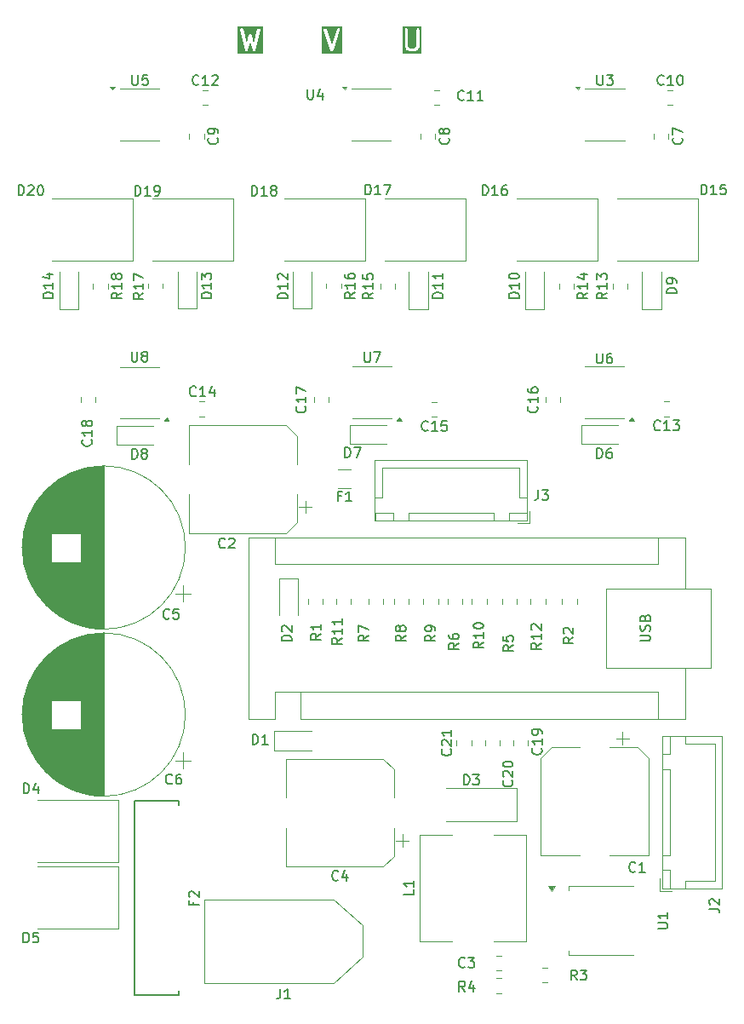
<source format=gbr>
%TF.GenerationSoftware,KiCad,Pcbnew,9.0.0*%
%TF.CreationDate,2025-05-24T01:38:51+03:00*%
%TF.ProjectId,Inverter,496e7665-7274-4657-922e-6b696361645f,rev?*%
%TF.SameCoordinates,Original*%
%TF.FileFunction,Legend,Top*%
%TF.FilePolarity,Positive*%
%FSLAX46Y46*%
G04 Gerber Fmt 4.6, Leading zero omitted, Abs format (unit mm)*
G04 Created by KiCad (PCBNEW 9.0.0) date 2025-05-24 01:38:51*
%MOMM*%
%LPD*%
G01*
G04 APERTURE LIST*
%ADD10C,0.300000*%
%ADD11C,0.150000*%
%ADD12C,0.120000*%
%ADD13C,0.127000*%
G04 APERTURE END LIST*
D10*
G36*
X129069485Y-47436756D02*
G01*
X126610965Y-47436756D01*
X126610965Y-45070245D01*
X126833187Y-45070245D01*
X126837161Y-45099381D01*
X127313351Y-47099381D01*
X127316812Y-47109424D01*
X127317291Y-47113024D01*
X127319174Y-47116277D01*
X127322933Y-47127182D01*
X127335704Y-47144829D01*
X127346614Y-47163674D01*
X127352729Y-47168355D01*
X127357246Y-47174596D01*
X127375796Y-47186011D01*
X127393089Y-47199248D01*
X127400530Y-47201232D01*
X127407090Y-47205269D01*
X127428597Y-47208717D01*
X127449641Y-47214329D01*
X127457273Y-47213314D01*
X127464879Y-47214534D01*
X127486074Y-47209487D01*
X127507658Y-47206619D01*
X127514320Y-47202761D01*
X127521816Y-47200977D01*
X127539463Y-47188205D01*
X127558308Y-47177296D01*
X127562989Y-47171180D01*
X127569230Y-47166664D01*
X127580645Y-47148113D01*
X127593882Y-47130821D01*
X127597929Y-47120026D01*
X127599903Y-47116820D01*
X127600478Y-47113229D01*
X127604207Y-47103287D01*
X127840224Y-46218221D01*
X128076242Y-47103287D01*
X128079970Y-47113229D01*
X128080546Y-47116820D01*
X128082519Y-47120027D01*
X128086567Y-47130820D01*
X128099801Y-47148110D01*
X128111219Y-47166664D01*
X128117460Y-47171180D01*
X128122141Y-47177296D01*
X128140987Y-47188206D01*
X128158633Y-47200977D01*
X128166126Y-47202761D01*
X128172790Y-47206619D01*
X128194381Y-47209488D01*
X128215570Y-47214533D01*
X128223172Y-47213314D01*
X128230808Y-47214329D01*
X128251855Y-47208716D01*
X128273359Y-47205269D01*
X128279918Y-47201232D01*
X128287360Y-47199248D01*
X128304652Y-47186011D01*
X128323203Y-47174596D01*
X128327719Y-47168355D01*
X128333835Y-47163674D01*
X128344744Y-47144829D01*
X128357516Y-47127182D01*
X128361274Y-47116277D01*
X128363158Y-47113024D01*
X128363636Y-47109424D01*
X128367098Y-47099381D01*
X128843289Y-45099381D01*
X128847263Y-45070245D01*
X128837999Y-45012456D01*
X128807326Y-44962612D01*
X128759912Y-44928299D01*
X128702975Y-44914743D01*
X128645186Y-44924007D01*
X128595342Y-44954681D01*
X128561029Y-45002094D01*
X128551447Y-45029895D01*
X128212943Y-46451606D01*
X127985160Y-45597417D01*
X127982590Y-45590564D01*
X127982207Y-45587679D01*
X127980223Y-45584253D01*
X127974835Y-45569883D01*
X127962804Y-45554166D01*
X127952883Y-45537029D01*
X127945165Y-45531121D01*
X127939261Y-45523408D01*
X127922134Y-45513492D01*
X127906408Y-45501455D01*
X127897016Y-45498950D01*
X127888612Y-45494085D01*
X127868991Y-45491477D01*
X127849856Y-45486375D01*
X127840224Y-45487654D01*
X127830594Y-45486375D01*
X127811465Y-45491476D01*
X127791839Y-45494084D01*
X127783429Y-45498952D01*
X127774042Y-45501456D01*
X127758321Y-45513488D01*
X127741189Y-45523408D01*
X127735282Y-45531123D01*
X127727567Y-45537030D01*
X127717648Y-45554162D01*
X127705615Y-45569883D01*
X127700223Y-45584259D01*
X127698244Y-45587679D01*
X127697861Y-45590559D01*
X127695290Y-45597416D01*
X127467505Y-46451607D01*
X127129003Y-45029895D01*
X127119421Y-45002094D01*
X127085108Y-44954681D01*
X127035264Y-44924007D01*
X126977475Y-44914743D01*
X126920538Y-44928299D01*
X126873125Y-44962612D01*
X126842451Y-45012456D01*
X126833187Y-45070245D01*
X126610965Y-45070245D01*
X126610965Y-44692521D01*
X129069485Y-44692521D01*
X129069485Y-47436756D01*
G37*
G36*
X136992221Y-47435683D02*
G01*
X134916800Y-47435683D01*
X134916800Y-45083398D01*
X135139022Y-45083398D01*
X135145541Y-45112072D01*
X135812208Y-47112072D01*
X135824196Y-47138923D01*
X135831218Y-47147019D01*
X135836011Y-47156605D01*
X135850219Y-47168928D01*
X135862543Y-47183137D01*
X135872128Y-47187929D01*
X135880225Y-47194952D01*
X135898066Y-47200899D01*
X135914890Y-47209311D01*
X135925582Y-47210071D01*
X135935749Y-47213460D01*
X135954505Y-47212127D01*
X135973271Y-47213461D01*
X135983441Y-47210070D01*
X135994130Y-47209311D01*
X136010951Y-47200900D01*
X136028795Y-47194952D01*
X136036891Y-47187929D01*
X136046477Y-47183137D01*
X136058800Y-47168928D01*
X136073009Y-47156605D01*
X136077801Y-47147019D01*
X136084824Y-47138923D01*
X136096812Y-47112072D01*
X136763479Y-45112072D01*
X136769999Y-45083399D01*
X136765850Y-45025019D01*
X136739676Y-44972672D01*
X136695462Y-44934324D01*
X136639937Y-44915816D01*
X136581557Y-44919965D01*
X136529210Y-44946139D01*
X136490863Y-44990353D01*
X136478874Y-45017204D01*
X135954510Y-46590296D01*
X135430147Y-45017204D01*
X135418158Y-44990353D01*
X135379811Y-44946139D01*
X135327464Y-44919965D01*
X135269084Y-44915816D01*
X135213559Y-44934324D01*
X135169345Y-44972671D01*
X135143171Y-45025018D01*
X135139022Y-45083398D01*
X134916800Y-45083398D01*
X134916800Y-44693594D01*
X136992221Y-44693594D01*
X136992221Y-47435683D01*
G37*
G36*
X144888637Y-47436860D02*
G01*
X143001336Y-47436860D01*
X143001336Y-45064638D01*
X143223558Y-45064638D01*
X143223558Y-46683685D01*
X143226440Y-46712949D01*
X143228501Y-46717926D01*
X143228884Y-46723304D01*
X143239394Y-46750767D01*
X143334632Y-46941243D01*
X143342559Y-46953836D01*
X143344075Y-46957496D01*
X143347456Y-46961616D01*
X143350297Y-46966129D01*
X143353290Y-46968725D01*
X143362729Y-46980226D01*
X143457968Y-47075466D01*
X143469470Y-47084906D01*
X143472066Y-47087899D01*
X143476575Y-47090737D01*
X143480698Y-47094121D01*
X143484360Y-47095637D01*
X143496952Y-47103564D01*
X143687428Y-47198802D01*
X143714892Y-47209312D01*
X143720267Y-47209693D01*
X143725246Y-47211756D01*
X143754510Y-47214638D01*
X144135463Y-47214638D01*
X144164727Y-47211756D01*
X144169704Y-47209694D01*
X144175082Y-47209312D01*
X144202545Y-47198802D01*
X144393021Y-47103564D01*
X144405616Y-47095635D01*
X144409275Y-47094120D01*
X144413392Y-47090740D01*
X144417907Y-47087899D01*
X144420504Y-47084904D01*
X144432006Y-47075465D01*
X144527244Y-46980226D01*
X144536682Y-46968724D01*
X144539676Y-46966129D01*
X144542516Y-46961616D01*
X144545899Y-46957495D01*
X144547415Y-46953833D01*
X144555341Y-46941243D01*
X144650579Y-46750767D01*
X144661089Y-46723303D01*
X144661470Y-46717927D01*
X144663533Y-46712949D01*
X144666415Y-46683685D01*
X144666415Y-45064638D01*
X144663533Y-45035374D01*
X144641135Y-44981302D01*
X144599751Y-44939918D01*
X144545679Y-44917520D01*
X144487151Y-44917520D01*
X144433079Y-44939918D01*
X144391695Y-44981302D01*
X144369297Y-45035374D01*
X144366415Y-45064638D01*
X144366415Y-46648275D01*
X144297898Y-46785307D01*
X144237084Y-46846122D01*
X144100053Y-46914638D01*
X143789920Y-46914638D01*
X143652888Y-46846122D01*
X143592074Y-46785307D01*
X143523558Y-46648275D01*
X143523558Y-45064638D01*
X143520676Y-45035374D01*
X143498278Y-44981302D01*
X143456894Y-44939918D01*
X143402822Y-44917520D01*
X143344294Y-44917520D01*
X143290222Y-44939918D01*
X143248838Y-44981302D01*
X143226440Y-45035374D01*
X143223558Y-45064638D01*
X143001336Y-45064638D01*
X143001336Y-44695298D01*
X144888637Y-44695298D01*
X144888637Y-47436860D01*
G37*
D11*
X156466666Y-90804819D02*
X156466666Y-91519104D01*
X156466666Y-91519104D02*
X156419047Y-91661961D01*
X156419047Y-91661961D02*
X156323809Y-91757200D01*
X156323809Y-91757200D02*
X156180952Y-91804819D01*
X156180952Y-91804819D02*
X156085714Y-91804819D01*
X156847619Y-90804819D02*
X157466666Y-90804819D01*
X157466666Y-90804819D02*
X157133333Y-91185771D01*
X157133333Y-91185771D02*
X157276190Y-91185771D01*
X157276190Y-91185771D02*
X157371428Y-91233390D01*
X157371428Y-91233390D02*
X157419047Y-91281009D01*
X157419047Y-91281009D02*
X157466666Y-91376247D01*
X157466666Y-91376247D02*
X157466666Y-91614342D01*
X157466666Y-91614342D02*
X157419047Y-91709580D01*
X157419047Y-91709580D02*
X157371428Y-91757200D01*
X157371428Y-91757200D02*
X157276190Y-91804819D01*
X157276190Y-91804819D02*
X156990476Y-91804819D01*
X156990476Y-91804819D02*
X156895238Y-91757200D01*
X156895238Y-91757200D02*
X156847619Y-91709580D01*
X105261905Y-135779819D02*
X105261905Y-134779819D01*
X105261905Y-134779819D02*
X105500000Y-134779819D01*
X105500000Y-134779819D02*
X105642857Y-134827438D01*
X105642857Y-134827438D02*
X105738095Y-134922676D01*
X105738095Y-134922676D02*
X105785714Y-135017914D01*
X105785714Y-135017914D02*
X105833333Y-135208390D01*
X105833333Y-135208390D02*
X105833333Y-135351247D01*
X105833333Y-135351247D02*
X105785714Y-135541723D01*
X105785714Y-135541723D02*
X105738095Y-135636961D01*
X105738095Y-135636961D02*
X105642857Y-135732200D01*
X105642857Y-135732200D02*
X105500000Y-135779819D01*
X105500000Y-135779819D02*
X105261905Y-135779819D01*
X106738095Y-134779819D02*
X106261905Y-134779819D01*
X106261905Y-134779819D02*
X106214286Y-135256009D01*
X106214286Y-135256009D02*
X106261905Y-135208390D01*
X106261905Y-135208390D02*
X106357143Y-135160771D01*
X106357143Y-135160771D02*
X106595238Y-135160771D01*
X106595238Y-135160771D02*
X106690476Y-135208390D01*
X106690476Y-135208390D02*
X106738095Y-135256009D01*
X106738095Y-135256009D02*
X106785714Y-135351247D01*
X106785714Y-135351247D02*
X106785714Y-135589342D01*
X106785714Y-135589342D02*
X106738095Y-135684580D01*
X106738095Y-135684580D02*
X106690476Y-135732200D01*
X106690476Y-135732200D02*
X106595238Y-135779819D01*
X106595238Y-135779819D02*
X106357143Y-135779819D01*
X106357143Y-135779819D02*
X106261905Y-135732200D01*
X106261905Y-135732200D02*
X106214286Y-135684580D01*
X147759580Y-116572857D02*
X147807200Y-116620476D01*
X147807200Y-116620476D02*
X147854819Y-116763333D01*
X147854819Y-116763333D02*
X147854819Y-116858571D01*
X147854819Y-116858571D02*
X147807200Y-117001428D01*
X147807200Y-117001428D02*
X147711961Y-117096666D01*
X147711961Y-117096666D02*
X147616723Y-117144285D01*
X147616723Y-117144285D02*
X147426247Y-117191904D01*
X147426247Y-117191904D02*
X147283390Y-117191904D01*
X147283390Y-117191904D02*
X147092914Y-117144285D01*
X147092914Y-117144285D02*
X146997676Y-117096666D01*
X146997676Y-117096666D02*
X146902438Y-117001428D01*
X146902438Y-117001428D02*
X146854819Y-116858571D01*
X146854819Y-116858571D02*
X146854819Y-116763333D01*
X146854819Y-116763333D02*
X146902438Y-116620476D01*
X146902438Y-116620476D02*
X146950057Y-116572857D01*
X146950057Y-116191904D02*
X146902438Y-116144285D01*
X146902438Y-116144285D02*
X146854819Y-116049047D01*
X146854819Y-116049047D02*
X146854819Y-115810952D01*
X146854819Y-115810952D02*
X146902438Y-115715714D01*
X146902438Y-115715714D02*
X146950057Y-115668095D01*
X146950057Y-115668095D02*
X147045295Y-115620476D01*
X147045295Y-115620476D02*
X147140533Y-115620476D01*
X147140533Y-115620476D02*
X147283390Y-115668095D01*
X147283390Y-115668095D02*
X147854819Y-116239523D01*
X147854819Y-116239523D02*
X147854819Y-115620476D01*
X147854819Y-114668095D02*
X147854819Y-115239523D01*
X147854819Y-114953809D02*
X146854819Y-114953809D01*
X146854819Y-114953809D02*
X146997676Y-115049047D01*
X146997676Y-115049047D02*
X147092914Y-115144285D01*
X147092914Y-115144285D02*
X147140533Y-115239523D01*
X105286905Y-120954819D02*
X105286905Y-119954819D01*
X105286905Y-119954819D02*
X105525000Y-119954819D01*
X105525000Y-119954819D02*
X105667857Y-120002438D01*
X105667857Y-120002438D02*
X105763095Y-120097676D01*
X105763095Y-120097676D02*
X105810714Y-120192914D01*
X105810714Y-120192914D02*
X105858333Y-120383390D01*
X105858333Y-120383390D02*
X105858333Y-120526247D01*
X105858333Y-120526247D02*
X105810714Y-120716723D01*
X105810714Y-120716723D02*
X105763095Y-120811961D01*
X105763095Y-120811961D02*
X105667857Y-120907200D01*
X105667857Y-120907200D02*
X105525000Y-120954819D01*
X105525000Y-120954819D02*
X105286905Y-120954819D01*
X106715476Y-120288152D02*
X106715476Y-120954819D01*
X106477381Y-119907200D02*
X106239286Y-120621485D01*
X106239286Y-120621485D02*
X106858333Y-120621485D01*
X137261905Y-87554819D02*
X137261905Y-86554819D01*
X137261905Y-86554819D02*
X137500000Y-86554819D01*
X137500000Y-86554819D02*
X137642857Y-86602438D01*
X137642857Y-86602438D02*
X137738095Y-86697676D01*
X137738095Y-86697676D02*
X137785714Y-86792914D01*
X137785714Y-86792914D02*
X137833333Y-86983390D01*
X137833333Y-86983390D02*
X137833333Y-87126247D01*
X137833333Y-87126247D02*
X137785714Y-87316723D01*
X137785714Y-87316723D02*
X137738095Y-87411961D01*
X137738095Y-87411961D02*
X137642857Y-87507200D01*
X137642857Y-87507200D02*
X137500000Y-87554819D01*
X137500000Y-87554819D02*
X137261905Y-87554819D01*
X138166667Y-86554819D02*
X138833333Y-86554819D01*
X138833333Y-86554819D02*
X138404762Y-87554819D01*
X145507142Y-84839580D02*
X145459523Y-84887200D01*
X145459523Y-84887200D02*
X145316666Y-84934819D01*
X145316666Y-84934819D02*
X145221428Y-84934819D01*
X145221428Y-84934819D02*
X145078571Y-84887200D01*
X145078571Y-84887200D02*
X144983333Y-84791961D01*
X144983333Y-84791961D02*
X144935714Y-84696723D01*
X144935714Y-84696723D02*
X144888095Y-84506247D01*
X144888095Y-84506247D02*
X144888095Y-84363390D01*
X144888095Y-84363390D02*
X144935714Y-84172914D01*
X144935714Y-84172914D02*
X144983333Y-84077676D01*
X144983333Y-84077676D02*
X145078571Y-83982438D01*
X145078571Y-83982438D02*
X145221428Y-83934819D01*
X145221428Y-83934819D02*
X145316666Y-83934819D01*
X145316666Y-83934819D02*
X145459523Y-83982438D01*
X145459523Y-83982438D02*
X145507142Y-84030057D01*
X146459523Y-84934819D02*
X145888095Y-84934819D01*
X146173809Y-84934819D02*
X146173809Y-83934819D01*
X146173809Y-83934819D02*
X146078571Y-84077676D01*
X146078571Y-84077676D02*
X145983333Y-84172914D01*
X145983333Y-84172914D02*
X145888095Y-84220533D01*
X147364285Y-83934819D02*
X146888095Y-83934819D01*
X146888095Y-83934819D02*
X146840476Y-84411009D01*
X146840476Y-84411009D02*
X146888095Y-84363390D01*
X146888095Y-84363390D02*
X146983333Y-84315771D01*
X146983333Y-84315771D02*
X147221428Y-84315771D01*
X147221428Y-84315771D02*
X147316666Y-84363390D01*
X147316666Y-84363390D02*
X147364285Y-84411009D01*
X147364285Y-84411009D02*
X147411904Y-84506247D01*
X147411904Y-84506247D02*
X147411904Y-84744342D01*
X147411904Y-84744342D02*
X147364285Y-84839580D01*
X147364285Y-84839580D02*
X147316666Y-84887200D01*
X147316666Y-84887200D02*
X147221428Y-84934819D01*
X147221428Y-84934819D02*
X146983333Y-84934819D01*
X146983333Y-84934819D02*
X146888095Y-84887200D01*
X146888095Y-84887200D02*
X146840476Y-84839580D01*
X139285714Y-61454819D02*
X139285714Y-60454819D01*
X139285714Y-60454819D02*
X139523809Y-60454819D01*
X139523809Y-60454819D02*
X139666666Y-60502438D01*
X139666666Y-60502438D02*
X139761904Y-60597676D01*
X139761904Y-60597676D02*
X139809523Y-60692914D01*
X139809523Y-60692914D02*
X139857142Y-60883390D01*
X139857142Y-60883390D02*
X139857142Y-61026247D01*
X139857142Y-61026247D02*
X139809523Y-61216723D01*
X139809523Y-61216723D02*
X139761904Y-61311961D01*
X139761904Y-61311961D02*
X139666666Y-61407200D01*
X139666666Y-61407200D02*
X139523809Y-61454819D01*
X139523809Y-61454819D02*
X139285714Y-61454819D01*
X140809523Y-61454819D02*
X140238095Y-61454819D01*
X140523809Y-61454819D02*
X140523809Y-60454819D01*
X140523809Y-60454819D02*
X140428571Y-60597676D01*
X140428571Y-60597676D02*
X140333333Y-60692914D01*
X140333333Y-60692914D02*
X140238095Y-60740533D01*
X141142857Y-60454819D02*
X141809523Y-60454819D01*
X141809523Y-60454819D02*
X141380952Y-61454819D01*
X134854819Y-105091666D02*
X134378628Y-105424999D01*
X134854819Y-105663094D02*
X133854819Y-105663094D01*
X133854819Y-105663094D02*
X133854819Y-105282142D01*
X133854819Y-105282142D02*
X133902438Y-105186904D01*
X133902438Y-105186904D02*
X133950057Y-105139285D01*
X133950057Y-105139285D02*
X134045295Y-105091666D01*
X134045295Y-105091666D02*
X134188152Y-105091666D01*
X134188152Y-105091666D02*
X134283390Y-105139285D01*
X134283390Y-105139285D02*
X134331009Y-105186904D01*
X134331009Y-105186904D02*
X134378628Y-105282142D01*
X134378628Y-105282142D02*
X134378628Y-105663094D01*
X134854819Y-104139285D02*
X134854819Y-104710713D01*
X134854819Y-104424999D02*
X133854819Y-104424999D01*
X133854819Y-104424999D02*
X133997676Y-104520237D01*
X133997676Y-104520237D02*
X134092914Y-104615475D01*
X134092914Y-104615475D02*
X134140533Y-104710713D01*
X139188095Y-77104819D02*
X139188095Y-77914342D01*
X139188095Y-77914342D02*
X139235714Y-78009580D01*
X139235714Y-78009580D02*
X139283333Y-78057200D01*
X139283333Y-78057200D02*
X139378571Y-78104819D01*
X139378571Y-78104819D02*
X139569047Y-78104819D01*
X139569047Y-78104819D02*
X139664285Y-78057200D01*
X139664285Y-78057200D02*
X139711904Y-78009580D01*
X139711904Y-78009580D02*
X139759523Y-77914342D01*
X139759523Y-77914342D02*
X139759523Y-77104819D01*
X140140476Y-77104819D02*
X140807142Y-77104819D01*
X140807142Y-77104819D02*
X140378571Y-78104819D01*
X146229819Y-105241666D02*
X145753628Y-105574999D01*
X146229819Y-105813094D02*
X145229819Y-105813094D01*
X145229819Y-105813094D02*
X145229819Y-105432142D01*
X145229819Y-105432142D02*
X145277438Y-105336904D01*
X145277438Y-105336904D02*
X145325057Y-105289285D01*
X145325057Y-105289285D02*
X145420295Y-105241666D01*
X145420295Y-105241666D02*
X145563152Y-105241666D01*
X145563152Y-105241666D02*
X145658390Y-105289285D01*
X145658390Y-105289285D02*
X145706009Y-105336904D01*
X145706009Y-105336904D02*
X145753628Y-105432142D01*
X145753628Y-105432142D02*
X145753628Y-105813094D01*
X146229819Y-104765475D02*
X146229819Y-104574999D01*
X146229819Y-104574999D02*
X146182200Y-104479761D01*
X146182200Y-104479761D02*
X146134580Y-104432142D01*
X146134580Y-104432142D02*
X145991723Y-104336904D01*
X145991723Y-104336904D02*
X145801247Y-104289285D01*
X145801247Y-104289285D02*
X145420295Y-104289285D01*
X145420295Y-104289285D02*
X145325057Y-104336904D01*
X145325057Y-104336904D02*
X145277438Y-104384523D01*
X145277438Y-104384523D02*
X145229819Y-104479761D01*
X145229819Y-104479761D02*
X145229819Y-104670237D01*
X145229819Y-104670237D02*
X145277438Y-104765475D01*
X145277438Y-104765475D02*
X145325057Y-104813094D01*
X145325057Y-104813094D02*
X145420295Y-104860713D01*
X145420295Y-104860713D02*
X145658390Y-104860713D01*
X145658390Y-104860713D02*
X145753628Y-104813094D01*
X145753628Y-104813094D02*
X145801247Y-104765475D01*
X145801247Y-104765475D02*
X145848866Y-104670237D01*
X145848866Y-104670237D02*
X145848866Y-104479761D01*
X145848866Y-104479761D02*
X145801247Y-104384523D01*
X145801247Y-104384523D02*
X145753628Y-104336904D01*
X145753628Y-104336904D02*
X145658390Y-104289285D01*
X120058333Y-119934580D02*
X120010714Y-119982200D01*
X120010714Y-119982200D02*
X119867857Y-120029819D01*
X119867857Y-120029819D02*
X119772619Y-120029819D01*
X119772619Y-120029819D02*
X119629762Y-119982200D01*
X119629762Y-119982200D02*
X119534524Y-119886961D01*
X119534524Y-119886961D02*
X119486905Y-119791723D01*
X119486905Y-119791723D02*
X119439286Y-119601247D01*
X119439286Y-119601247D02*
X119439286Y-119458390D01*
X119439286Y-119458390D02*
X119486905Y-119267914D01*
X119486905Y-119267914D02*
X119534524Y-119172676D01*
X119534524Y-119172676D02*
X119629762Y-119077438D01*
X119629762Y-119077438D02*
X119772619Y-119029819D01*
X119772619Y-119029819D02*
X119867857Y-119029819D01*
X119867857Y-119029819D02*
X120010714Y-119077438D01*
X120010714Y-119077438D02*
X120058333Y-119125057D01*
X120915476Y-119029819D02*
X120725000Y-119029819D01*
X120725000Y-119029819D02*
X120629762Y-119077438D01*
X120629762Y-119077438D02*
X120582143Y-119125057D01*
X120582143Y-119125057D02*
X120486905Y-119267914D01*
X120486905Y-119267914D02*
X120439286Y-119458390D01*
X120439286Y-119458390D02*
X120439286Y-119839342D01*
X120439286Y-119839342D02*
X120486905Y-119934580D01*
X120486905Y-119934580D02*
X120534524Y-119982200D01*
X120534524Y-119982200D02*
X120629762Y-120029819D01*
X120629762Y-120029819D02*
X120820238Y-120029819D01*
X120820238Y-120029819D02*
X120915476Y-119982200D01*
X120915476Y-119982200D02*
X120963095Y-119934580D01*
X120963095Y-119934580D02*
X121010714Y-119839342D01*
X121010714Y-119839342D02*
X121010714Y-119601247D01*
X121010714Y-119601247D02*
X120963095Y-119506009D01*
X120963095Y-119506009D02*
X120915476Y-119458390D01*
X120915476Y-119458390D02*
X120820238Y-119410771D01*
X120820238Y-119410771D02*
X120629762Y-119410771D01*
X120629762Y-119410771D02*
X120534524Y-119458390D01*
X120534524Y-119458390D02*
X120486905Y-119506009D01*
X120486905Y-119506009D02*
X120439286Y-119601247D01*
X156754819Y-106017857D02*
X156278628Y-106351190D01*
X156754819Y-106589285D02*
X155754819Y-106589285D01*
X155754819Y-106589285D02*
X155754819Y-106208333D01*
X155754819Y-106208333D02*
X155802438Y-106113095D01*
X155802438Y-106113095D02*
X155850057Y-106065476D01*
X155850057Y-106065476D02*
X155945295Y-106017857D01*
X155945295Y-106017857D02*
X156088152Y-106017857D01*
X156088152Y-106017857D02*
X156183390Y-106065476D01*
X156183390Y-106065476D02*
X156231009Y-106113095D01*
X156231009Y-106113095D02*
X156278628Y-106208333D01*
X156278628Y-106208333D02*
X156278628Y-106589285D01*
X156754819Y-105065476D02*
X156754819Y-105636904D01*
X156754819Y-105351190D02*
X155754819Y-105351190D01*
X155754819Y-105351190D02*
X155897676Y-105446428D01*
X155897676Y-105446428D02*
X155992914Y-105541666D01*
X155992914Y-105541666D02*
X156040533Y-105636904D01*
X155850057Y-104684523D02*
X155802438Y-104636904D01*
X155802438Y-104636904D02*
X155754819Y-104541666D01*
X155754819Y-104541666D02*
X155754819Y-104303571D01*
X155754819Y-104303571D02*
X155802438Y-104208333D01*
X155802438Y-104208333D02*
X155850057Y-104160714D01*
X155850057Y-104160714D02*
X155945295Y-104113095D01*
X155945295Y-104113095D02*
X156040533Y-104113095D01*
X156040533Y-104113095D02*
X156183390Y-104160714D01*
X156183390Y-104160714D02*
X156754819Y-104732142D01*
X156754819Y-104732142D02*
X156754819Y-104113095D01*
X144099819Y-130521666D02*
X144099819Y-130997856D01*
X144099819Y-130997856D02*
X143099819Y-130997856D01*
X144099819Y-129664523D02*
X144099819Y-130235951D01*
X144099819Y-129950237D02*
X143099819Y-129950237D01*
X143099819Y-129950237D02*
X143242676Y-130045475D01*
X143242676Y-130045475D02*
X143337914Y-130140713D01*
X143337914Y-130140713D02*
X143385533Y-130235951D01*
X125333333Y-96484580D02*
X125285714Y-96532200D01*
X125285714Y-96532200D02*
X125142857Y-96579819D01*
X125142857Y-96579819D02*
X125047619Y-96579819D01*
X125047619Y-96579819D02*
X124904762Y-96532200D01*
X124904762Y-96532200D02*
X124809524Y-96436961D01*
X124809524Y-96436961D02*
X124761905Y-96341723D01*
X124761905Y-96341723D02*
X124714286Y-96151247D01*
X124714286Y-96151247D02*
X124714286Y-96008390D01*
X124714286Y-96008390D02*
X124761905Y-95817914D01*
X124761905Y-95817914D02*
X124809524Y-95722676D01*
X124809524Y-95722676D02*
X124904762Y-95627438D01*
X124904762Y-95627438D02*
X125047619Y-95579819D01*
X125047619Y-95579819D02*
X125142857Y-95579819D01*
X125142857Y-95579819D02*
X125285714Y-95627438D01*
X125285714Y-95627438D02*
X125333333Y-95675057D01*
X125714286Y-95675057D02*
X125761905Y-95627438D01*
X125761905Y-95627438D02*
X125857143Y-95579819D01*
X125857143Y-95579819D02*
X126095238Y-95579819D01*
X126095238Y-95579819D02*
X126190476Y-95627438D01*
X126190476Y-95627438D02*
X126238095Y-95675057D01*
X126238095Y-95675057D02*
X126285714Y-95770295D01*
X126285714Y-95770295D02*
X126285714Y-95865533D01*
X126285714Y-95865533D02*
X126238095Y-96008390D01*
X126238095Y-96008390D02*
X125666667Y-96579819D01*
X125666667Y-96579819D02*
X126285714Y-96579819D01*
X136954819Y-105517857D02*
X136478628Y-105851190D01*
X136954819Y-106089285D02*
X135954819Y-106089285D01*
X135954819Y-106089285D02*
X135954819Y-105708333D01*
X135954819Y-105708333D02*
X136002438Y-105613095D01*
X136002438Y-105613095D02*
X136050057Y-105565476D01*
X136050057Y-105565476D02*
X136145295Y-105517857D01*
X136145295Y-105517857D02*
X136288152Y-105517857D01*
X136288152Y-105517857D02*
X136383390Y-105565476D01*
X136383390Y-105565476D02*
X136431009Y-105613095D01*
X136431009Y-105613095D02*
X136478628Y-105708333D01*
X136478628Y-105708333D02*
X136478628Y-106089285D01*
X136954819Y-104565476D02*
X136954819Y-105136904D01*
X136954819Y-104851190D02*
X135954819Y-104851190D01*
X135954819Y-104851190D02*
X136097676Y-104946428D01*
X136097676Y-104946428D02*
X136192914Y-105041666D01*
X136192914Y-105041666D02*
X136240533Y-105136904D01*
X136954819Y-103613095D02*
X136954819Y-104184523D01*
X136954819Y-103898809D02*
X135954819Y-103898809D01*
X135954819Y-103898809D02*
X136097676Y-103994047D01*
X136097676Y-103994047D02*
X136192914Y-104089285D01*
X136192914Y-104089285D02*
X136240533Y-104184523D01*
X122206009Y-131733333D02*
X122206009Y-132066666D01*
X122729819Y-132066666D02*
X121729819Y-132066666D01*
X121729819Y-132066666D02*
X121729819Y-131590476D01*
X121825057Y-131257142D02*
X121777438Y-131209523D01*
X121777438Y-131209523D02*
X121729819Y-131114285D01*
X121729819Y-131114285D02*
X121729819Y-130876190D01*
X121729819Y-130876190D02*
X121777438Y-130780952D01*
X121777438Y-130780952D02*
X121825057Y-130733333D01*
X121825057Y-130733333D02*
X121920295Y-130685714D01*
X121920295Y-130685714D02*
X122015533Y-130685714D01*
X122015533Y-130685714D02*
X122158390Y-130733333D01*
X122158390Y-130733333D02*
X122729819Y-131304761D01*
X122729819Y-131304761D02*
X122729819Y-130685714D01*
X127985714Y-61554819D02*
X127985714Y-60554819D01*
X127985714Y-60554819D02*
X128223809Y-60554819D01*
X128223809Y-60554819D02*
X128366666Y-60602438D01*
X128366666Y-60602438D02*
X128461904Y-60697676D01*
X128461904Y-60697676D02*
X128509523Y-60792914D01*
X128509523Y-60792914D02*
X128557142Y-60983390D01*
X128557142Y-60983390D02*
X128557142Y-61126247D01*
X128557142Y-61126247D02*
X128509523Y-61316723D01*
X128509523Y-61316723D02*
X128461904Y-61411961D01*
X128461904Y-61411961D02*
X128366666Y-61507200D01*
X128366666Y-61507200D02*
X128223809Y-61554819D01*
X128223809Y-61554819D02*
X127985714Y-61554819D01*
X129509523Y-61554819D02*
X128938095Y-61554819D01*
X129223809Y-61554819D02*
X129223809Y-60554819D01*
X129223809Y-60554819D02*
X129128571Y-60697676D01*
X129128571Y-60697676D02*
X129033333Y-60792914D01*
X129033333Y-60792914D02*
X128938095Y-60840533D01*
X130080952Y-60983390D02*
X129985714Y-60935771D01*
X129985714Y-60935771D02*
X129938095Y-60888152D01*
X129938095Y-60888152D02*
X129890476Y-60792914D01*
X129890476Y-60792914D02*
X129890476Y-60745295D01*
X129890476Y-60745295D02*
X129938095Y-60650057D01*
X129938095Y-60650057D02*
X129985714Y-60602438D01*
X129985714Y-60602438D02*
X130080952Y-60554819D01*
X130080952Y-60554819D02*
X130271428Y-60554819D01*
X130271428Y-60554819D02*
X130366666Y-60602438D01*
X130366666Y-60602438D02*
X130414285Y-60650057D01*
X130414285Y-60650057D02*
X130461904Y-60745295D01*
X130461904Y-60745295D02*
X130461904Y-60792914D01*
X130461904Y-60792914D02*
X130414285Y-60888152D01*
X130414285Y-60888152D02*
X130366666Y-60935771D01*
X130366666Y-60935771D02*
X130271428Y-60983390D01*
X130271428Y-60983390D02*
X130080952Y-60983390D01*
X130080952Y-60983390D02*
X129985714Y-61031009D01*
X129985714Y-61031009D02*
X129938095Y-61078628D01*
X129938095Y-61078628D02*
X129890476Y-61173866D01*
X129890476Y-61173866D02*
X129890476Y-61364342D01*
X129890476Y-61364342D02*
X129938095Y-61459580D01*
X129938095Y-61459580D02*
X129985714Y-61507200D01*
X129985714Y-61507200D02*
X130080952Y-61554819D01*
X130080952Y-61554819D02*
X130271428Y-61554819D01*
X130271428Y-61554819D02*
X130366666Y-61507200D01*
X130366666Y-61507200D02*
X130414285Y-61459580D01*
X130414285Y-61459580D02*
X130461904Y-61364342D01*
X130461904Y-61364342D02*
X130461904Y-61173866D01*
X130461904Y-61173866D02*
X130414285Y-61078628D01*
X130414285Y-61078628D02*
X130366666Y-61031009D01*
X130366666Y-61031009D02*
X130271428Y-60983390D01*
X117204819Y-71217857D02*
X116728628Y-71551190D01*
X117204819Y-71789285D02*
X116204819Y-71789285D01*
X116204819Y-71789285D02*
X116204819Y-71408333D01*
X116204819Y-71408333D02*
X116252438Y-71313095D01*
X116252438Y-71313095D02*
X116300057Y-71265476D01*
X116300057Y-71265476D02*
X116395295Y-71217857D01*
X116395295Y-71217857D02*
X116538152Y-71217857D01*
X116538152Y-71217857D02*
X116633390Y-71265476D01*
X116633390Y-71265476D02*
X116681009Y-71313095D01*
X116681009Y-71313095D02*
X116728628Y-71408333D01*
X116728628Y-71408333D02*
X116728628Y-71789285D01*
X117204819Y-70265476D02*
X117204819Y-70836904D01*
X117204819Y-70551190D02*
X116204819Y-70551190D01*
X116204819Y-70551190D02*
X116347676Y-70646428D01*
X116347676Y-70646428D02*
X116442914Y-70741666D01*
X116442914Y-70741666D02*
X116490533Y-70836904D01*
X116204819Y-69932142D02*
X116204819Y-69265476D01*
X116204819Y-69265476D02*
X117204819Y-69694047D01*
X123979819Y-71739285D02*
X122979819Y-71739285D01*
X122979819Y-71739285D02*
X122979819Y-71501190D01*
X122979819Y-71501190D02*
X123027438Y-71358333D01*
X123027438Y-71358333D02*
X123122676Y-71263095D01*
X123122676Y-71263095D02*
X123217914Y-71215476D01*
X123217914Y-71215476D02*
X123408390Y-71167857D01*
X123408390Y-71167857D02*
X123551247Y-71167857D01*
X123551247Y-71167857D02*
X123741723Y-71215476D01*
X123741723Y-71215476D02*
X123836961Y-71263095D01*
X123836961Y-71263095D02*
X123932200Y-71358333D01*
X123932200Y-71358333D02*
X123979819Y-71501190D01*
X123979819Y-71501190D02*
X123979819Y-71739285D01*
X123979819Y-70215476D02*
X123979819Y-70786904D01*
X123979819Y-70501190D02*
X122979819Y-70501190D01*
X122979819Y-70501190D02*
X123122676Y-70596428D01*
X123122676Y-70596428D02*
X123217914Y-70691666D01*
X123217914Y-70691666D02*
X123265533Y-70786904D01*
X122979819Y-69882142D02*
X122979819Y-69263095D01*
X122979819Y-69263095D02*
X123360771Y-69596428D01*
X123360771Y-69596428D02*
X123360771Y-69453571D01*
X123360771Y-69453571D02*
X123408390Y-69358333D01*
X123408390Y-69358333D02*
X123456009Y-69310714D01*
X123456009Y-69310714D02*
X123551247Y-69263095D01*
X123551247Y-69263095D02*
X123789342Y-69263095D01*
X123789342Y-69263095D02*
X123884580Y-69310714D01*
X123884580Y-69310714D02*
X123932200Y-69358333D01*
X123932200Y-69358333D02*
X123979819Y-69453571D01*
X123979819Y-69453571D02*
X123979819Y-69739285D01*
X123979819Y-69739285D02*
X123932200Y-69834523D01*
X123932200Y-69834523D02*
X123884580Y-69882142D01*
X172685714Y-61454819D02*
X172685714Y-60454819D01*
X172685714Y-60454819D02*
X172923809Y-60454819D01*
X172923809Y-60454819D02*
X173066666Y-60502438D01*
X173066666Y-60502438D02*
X173161904Y-60597676D01*
X173161904Y-60597676D02*
X173209523Y-60692914D01*
X173209523Y-60692914D02*
X173257142Y-60883390D01*
X173257142Y-60883390D02*
X173257142Y-61026247D01*
X173257142Y-61026247D02*
X173209523Y-61216723D01*
X173209523Y-61216723D02*
X173161904Y-61311961D01*
X173161904Y-61311961D02*
X173066666Y-61407200D01*
X173066666Y-61407200D02*
X172923809Y-61454819D01*
X172923809Y-61454819D02*
X172685714Y-61454819D01*
X174209523Y-61454819D02*
X173638095Y-61454819D01*
X173923809Y-61454819D02*
X173923809Y-60454819D01*
X173923809Y-60454819D02*
X173828571Y-60597676D01*
X173828571Y-60597676D02*
X173733333Y-60692914D01*
X173733333Y-60692914D02*
X173638095Y-60740533D01*
X175114285Y-60454819D02*
X174638095Y-60454819D01*
X174638095Y-60454819D02*
X174590476Y-60931009D01*
X174590476Y-60931009D02*
X174638095Y-60883390D01*
X174638095Y-60883390D02*
X174733333Y-60835771D01*
X174733333Y-60835771D02*
X174971428Y-60835771D01*
X174971428Y-60835771D02*
X175066666Y-60883390D01*
X175066666Y-60883390D02*
X175114285Y-60931009D01*
X175114285Y-60931009D02*
X175161904Y-61026247D01*
X175161904Y-61026247D02*
X175161904Y-61264342D01*
X175161904Y-61264342D02*
X175114285Y-61359580D01*
X175114285Y-61359580D02*
X175066666Y-61407200D01*
X175066666Y-61407200D02*
X174971428Y-61454819D01*
X174971428Y-61454819D02*
X174733333Y-61454819D01*
X174733333Y-61454819D02*
X174638095Y-61407200D01*
X174638095Y-61407200D02*
X174590476Y-61359580D01*
X166614819Y-105806904D02*
X167424342Y-105806904D01*
X167424342Y-105806904D02*
X167519580Y-105759285D01*
X167519580Y-105759285D02*
X167567200Y-105711666D01*
X167567200Y-105711666D02*
X167614819Y-105616428D01*
X167614819Y-105616428D02*
X167614819Y-105425952D01*
X167614819Y-105425952D02*
X167567200Y-105330714D01*
X167567200Y-105330714D02*
X167519580Y-105283095D01*
X167519580Y-105283095D02*
X167424342Y-105235476D01*
X167424342Y-105235476D02*
X166614819Y-105235476D01*
X167567200Y-104806904D02*
X167614819Y-104664047D01*
X167614819Y-104664047D02*
X167614819Y-104425952D01*
X167614819Y-104425952D02*
X167567200Y-104330714D01*
X167567200Y-104330714D02*
X167519580Y-104283095D01*
X167519580Y-104283095D02*
X167424342Y-104235476D01*
X167424342Y-104235476D02*
X167329104Y-104235476D01*
X167329104Y-104235476D02*
X167233866Y-104283095D01*
X167233866Y-104283095D02*
X167186247Y-104330714D01*
X167186247Y-104330714D02*
X167138628Y-104425952D01*
X167138628Y-104425952D02*
X167091009Y-104616428D01*
X167091009Y-104616428D02*
X167043390Y-104711666D01*
X167043390Y-104711666D02*
X166995771Y-104759285D01*
X166995771Y-104759285D02*
X166900533Y-104806904D01*
X166900533Y-104806904D02*
X166805295Y-104806904D01*
X166805295Y-104806904D02*
X166710057Y-104759285D01*
X166710057Y-104759285D02*
X166662438Y-104711666D01*
X166662438Y-104711666D02*
X166614819Y-104616428D01*
X166614819Y-104616428D02*
X166614819Y-104378333D01*
X166614819Y-104378333D02*
X166662438Y-104235476D01*
X167091009Y-103473571D02*
X167138628Y-103330714D01*
X167138628Y-103330714D02*
X167186247Y-103283095D01*
X167186247Y-103283095D02*
X167281485Y-103235476D01*
X167281485Y-103235476D02*
X167424342Y-103235476D01*
X167424342Y-103235476D02*
X167519580Y-103283095D01*
X167519580Y-103283095D02*
X167567200Y-103330714D01*
X167567200Y-103330714D02*
X167614819Y-103425952D01*
X167614819Y-103425952D02*
X167614819Y-103806904D01*
X167614819Y-103806904D02*
X166614819Y-103806904D01*
X166614819Y-103806904D02*
X166614819Y-103473571D01*
X166614819Y-103473571D02*
X166662438Y-103378333D01*
X166662438Y-103378333D02*
X166710057Y-103330714D01*
X166710057Y-103330714D02*
X166805295Y-103283095D01*
X166805295Y-103283095D02*
X166900533Y-103283095D01*
X166900533Y-103283095D02*
X166995771Y-103330714D01*
X166995771Y-103330714D02*
X167043390Y-103378333D01*
X167043390Y-103378333D02*
X167091009Y-103473571D01*
X167091009Y-103473571D02*
X167091009Y-103806904D01*
X139604819Y-105241666D02*
X139128628Y-105574999D01*
X139604819Y-105813094D02*
X138604819Y-105813094D01*
X138604819Y-105813094D02*
X138604819Y-105432142D01*
X138604819Y-105432142D02*
X138652438Y-105336904D01*
X138652438Y-105336904D02*
X138700057Y-105289285D01*
X138700057Y-105289285D02*
X138795295Y-105241666D01*
X138795295Y-105241666D02*
X138938152Y-105241666D01*
X138938152Y-105241666D02*
X139033390Y-105289285D01*
X139033390Y-105289285D02*
X139081009Y-105336904D01*
X139081009Y-105336904D02*
X139128628Y-105432142D01*
X139128628Y-105432142D02*
X139128628Y-105813094D01*
X138604819Y-104908332D02*
X138604819Y-104241666D01*
X138604819Y-104241666D02*
X139604819Y-104670237D01*
X116061905Y-87704819D02*
X116061905Y-86704819D01*
X116061905Y-86704819D02*
X116300000Y-86704819D01*
X116300000Y-86704819D02*
X116442857Y-86752438D01*
X116442857Y-86752438D02*
X116538095Y-86847676D01*
X116538095Y-86847676D02*
X116585714Y-86942914D01*
X116585714Y-86942914D02*
X116633333Y-87133390D01*
X116633333Y-87133390D02*
X116633333Y-87276247D01*
X116633333Y-87276247D02*
X116585714Y-87466723D01*
X116585714Y-87466723D02*
X116538095Y-87561961D01*
X116538095Y-87561961D02*
X116442857Y-87657200D01*
X116442857Y-87657200D02*
X116300000Y-87704819D01*
X116300000Y-87704819D02*
X116061905Y-87704819D01*
X117204762Y-87133390D02*
X117109524Y-87085771D01*
X117109524Y-87085771D02*
X117061905Y-87038152D01*
X117061905Y-87038152D02*
X117014286Y-86942914D01*
X117014286Y-86942914D02*
X117014286Y-86895295D01*
X117014286Y-86895295D02*
X117061905Y-86800057D01*
X117061905Y-86800057D02*
X117109524Y-86752438D01*
X117109524Y-86752438D02*
X117204762Y-86704819D01*
X117204762Y-86704819D02*
X117395238Y-86704819D01*
X117395238Y-86704819D02*
X117490476Y-86752438D01*
X117490476Y-86752438D02*
X117538095Y-86800057D01*
X117538095Y-86800057D02*
X117585714Y-86895295D01*
X117585714Y-86895295D02*
X117585714Y-86942914D01*
X117585714Y-86942914D02*
X117538095Y-87038152D01*
X117538095Y-87038152D02*
X117490476Y-87085771D01*
X117490476Y-87085771D02*
X117395238Y-87133390D01*
X117395238Y-87133390D02*
X117204762Y-87133390D01*
X117204762Y-87133390D02*
X117109524Y-87181009D01*
X117109524Y-87181009D02*
X117061905Y-87228628D01*
X117061905Y-87228628D02*
X117014286Y-87323866D01*
X117014286Y-87323866D02*
X117014286Y-87514342D01*
X117014286Y-87514342D02*
X117061905Y-87609580D01*
X117061905Y-87609580D02*
X117109524Y-87657200D01*
X117109524Y-87657200D02*
X117204762Y-87704819D01*
X117204762Y-87704819D02*
X117395238Y-87704819D01*
X117395238Y-87704819D02*
X117490476Y-87657200D01*
X117490476Y-87657200D02*
X117538095Y-87609580D01*
X117538095Y-87609580D02*
X117585714Y-87514342D01*
X117585714Y-87514342D02*
X117585714Y-87323866D01*
X117585714Y-87323866D02*
X117538095Y-87228628D01*
X117538095Y-87228628D02*
X117490476Y-87181009D01*
X117490476Y-87181009D02*
X117395238Y-87133390D01*
X159954819Y-105441666D02*
X159478628Y-105774999D01*
X159954819Y-106013094D02*
X158954819Y-106013094D01*
X158954819Y-106013094D02*
X158954819Y-105632142D01*
X158954819Y-105632142D02*
X159002438Y-105536904D01*
X159002438Y-105536904D02*
X159050057Y-105489285D01*
X159050057Y-105489285D02*
X159145295Y-105441666D01*
X159145295Y-105441666D02*
X159288152Y-105441666D01*
X159288152Y-105441666D02*
X159383390Y-105489285D01*
X159383390Y-105489285D02*
X159431009Y-105536904D01*
X159431009Y-105536904D02*
X159478628Y-105632142D01*
X159478628Y-105632142D02*
X159478628Y-106013094D01*
X159050057Y-105060713D02*
X159002438Y-105013094D01*
X159002438Y-105013094D02*
X158954819Y-104917856D01*
X158954819Y-104917856D02*
X158954819Y-104679761D01*
X158954819Y-104679761D02*
X159002438Y-104584523D01*
X159002438Y-104584523D02*
X159050057Y-104536904D01*
X159050057Y-104536904D02*
X159145295Y-104489285D01*
X159145295Y-104489285D02*
X159240533Y-104489285D01*
X159240533Y-104489285D02*
X159383390Y-104536904D01*
X159383390Y-104536904D02*
X159954819Y-105108332D01*
X159954819Y-105108332D02*
X159954819Y-104489285D01*
X131954819Y-105813094D02*
X130954819Y-105813094D01*
X130954819Y-105813094D02*
X130954819Y-105574999D01*
X130954819Y-105574999D02*
X131002438Y-105432142D01*
X131002438Y-105432142D02*
X131097676Y-105336904D01*
X131097676Y-105336904D02*
X131192914Y-105289285D01*
X131192914Y-105289285D02*
X131383390Y-105241666D01*
X131383390Y-105241666D02*
X131526247Y-105241666D01*
X131526247Y-105241666D02*
X131716723Y-105289285D01*
X131716723Y-105289285D02*
X131811961Y-105336904D01*
X131811961Y-105336904D02*
X131907200Y-105432142D01*
X131907200Y-105432142D02*
X131954819Y-105574999D01*
X131954819Y-105574999D02*
X131954819Y-105813094D01*
X131050057Y-104860713D02*
X131002438Y-104813094D01*
X131002438Y-104813094D02*
X130954819Y-104717856D01*
X130954819Y-104717856D02*
X130954819Y-104479761D01*
X130954819Y-104479761D02*
X131002438Y-104384523D01*
X131002438Y-104384523D02*
X131050057Y-104336904D01*
X131050057Y-104336904D02*
X131145295Y-104289285D01*
X131145295Y-104289285D02*
X131240533Y-104289285D01*
X131240533Y-104289285D02*
X131383390Y-104336904D01*
X131383390Y-104336904D02*
X131954819Y-104908332D01*
X131954819Y-104908332D02*
X131954819Y-104289285D01*
X168957142Y-50479580D02*
X168909523Y-50527200D01*
X168909523Y-50527200D02*
X168766666Y-50574819D01*
X168766666Y-50574819D02*
X168671428Y-50574819D01*
X168671428Y-50574819D02*
X168528571Y-50527200D01*
X168528571Y-50527200D02*
X168433333Y-50431961D01*
X168433333Y-50431961D02*
X168385714Y-50336723D01*
X168385714Y-50336723D02*
X168338095Y-50146247D01*
X168338095Y-50146247D02*
X168338095Y-50003390D01*
X168338095Y-50003390D02*
X168385714Y-49812914D01*
X168385714Y-49812914D02*
X168433333Y-49717676D01*
X168433333Y-49717676D02*
X168528571Y-49622438D01*
X168528571Y-49622438D02*
X168671428Y-49574819D01*
X168671428Y-49574819D02*
X168766666Y-49574819D01*
X168766666Y-49574819D02*
X168909523Y-49622438D01*
X168909523Y-49622438D02*
X168957142Y-49670057D01*
X169909523Y-50574819D02*
X169338095Y-50574819D01*
X169623809Y-50574819D02*
X169623809Y-49574819D01*
X169623809Y-49574819D02*
X169528571Y-49717676D01*
X169528571Y-49717676D02*
X169433333Y-49812914D01*
X169433333Y-49812914D02*
X169338095Y-49860533D01*
X170528571Y-49574819D02*
X170623809Y-49574819D01*
X170623809Y-49574819D02*
X170719047Y-49622438D01*
X170719047Y-49622438D02*
X170766666Y-49670057D01*
X170766666Y-49670057D02*
X170814285Y-49765295D01*
X170814285Y-49765295D02*
X170861904Y-49955771D01*
X170861904Y-49955771D02*
X170861904Y-50193866D01*
X170861904Y-50193866D02*
X170814285Y-50384342D01*
X170814285Y-50384342D02*
X170766666Y-50479580D01*
X170766666Y-50479580D02*
X170719047Y-50527200D01*
X170719047Y-50527200D02*
X170623809Y-50574819D01*
X170623809Y-50574819D02*
X170528571Y-50574819D01*
X170528571Y-50574819D02*
X170433333Y-50527200D01*
X170433333Y-50527200D02*
X170385714Y-50479580D01*
X170385714Y-50479580D02*
X170338095Y-50384342D01*
X170338095Y-50384342D02*
X170290476Y-50193866D01*
X170290476Y-50193866D02*
X170290476Y-49955771D01*
X170290476Y-49955771D02*
X170338095Y-49765295D01*
X170338095Y-49765295D02*
X170385714Y-49670057D01*
X170385714Y-49670057D02*
X170433333Y-49622438D01*
X170433333Y-49622438D02*
X170528571Y-49574819D01*
X146979819Y-71739285D02*
X145979819Y-71739285D01*
X145979819Y-71739285D02*
X145979819Y-71501190D01*
X145979819Y-71501190D02*
X146027438Y-71358333D01*
X146027438Y-71358333D02*
X146122676Y-71263095D01*
X146122676Y-71263095D02*
X146217914Y-71215476D01*
X146217914Y-71215476D02*
X146408390Y-71167857D01*
X146408390Y-71167857D02*
X146551247Y-71167857D01*
X146551247Y-71167857D02*
X146741723Y-71215476D01*
X146741723Y-71215476D02*
X146836961Y-71263095D01*
X146836961Y-71263095D02*
X146932200Y-71358333D01*
X146932200Y-71358333D02*
X146979819Y-71501190D01*
X146979819Y-71501190D02*
X146979819Y-71739285D01*
X146979819Y-70215476D02*
X146979819Y-70786904D01*
X146979819Y-70501190D02*
X145979819Y-70501190D01*
X145979819Y-70501190D02*
X146122676Y-70596428D01*
X146122676Y-70596428D02*
X146217914Y-70691666D01*
X146217914Y-70691666D02*
X146265533Y-70786904D01*
X146979819Y-69263095D02*
X146979819Y-69834523D01*
X146979819Y-69548809D02*
X145979819Y-69548809D01*
X145979819Y-69548809D02*
X146122676Y-69644047D01*
X146122676Y-69644047D02*
X146217914Y-69739285D01*
X146217914Y-69739285D02*
X146265533Y-69834523D01*
X112009580Y-85817857D02*
X112057200Y-85865476D01*
X112057200Y-85865476D02*
X112104819Y-86008333D01*
X112104819Y-86008333D02*
X112104819Y-86103571D01*
X112104819Y-86103571D02*
X112057200Y-86246428D01*
X112057200Y-86246428D02*
X111961961Y-86341666D01*
X111961961Y-86341666D02*
X111866723Y-86389285D01*
X111866723Y-86389285D02*
X111676247Y-86436904D01*
X111676247Y-86436904D02*
X111533390Y-86436904D01*
X111533390Y-86436904D02*
X111342914Y-86389285D01*
X111342914Y-86389285D02*
X111247676Y-86341666D01*
X111247676Y-86341666D02*
X111152438Y-86246428D01*
X111152438Y-86246428D02*
X111104819Y-86103571D01*
X111104819Y-86103571D02*
X111104819Y-86008333D01*
X111104819Y-86008333D02*
X111152438Y-85865476D01*
X111152438Y-85865476D02*
X111200057Y-85817857D01*
X112104819Y-84865476D02*
X112104819Y-85436904D01*
X112104819Y-85151190D02*
X111104819Y-85151190D01*
X111104819Y-85151190D02*
X111247676Y-85246428D01*
X111247676Y-85246428D02*
X111342914Y-85341666D01*
X111342914Y-85341666D02*
X111390533Y-85436904D01*
X111533390Y-84294047D02*
X111485771Y-84389285D01*
X111485771Y-84389285D02*
X111438152Y-84436904D01*
X111438152Y-84436904D02*
X111342914Y-84484523D01*
X111342914Y-84484523D02*
X111295295Y-84484523D01*
X111295295Y-84484523D02*
X111200057Y-84436904D01*
X111200057Y-84436904D02*
X111152438Y-84389285D01*
X111152438Y-84389285D02*
X111104819Y-84294047D01*
X111104819Y-84294047D02*
X111104819Y-84103571D01*
X111104819Y-84103571D02*
X111152438Y-84008333D01*
X111152438Y-84008333D02*
X111200057Y-83960714D01*
X111200057Y-83960714D02*
X111295295Y-83913095D01*
X111295295Y-83913095D02*
X111342914Y-83913095D01*
X111342914Y-83913095D02*
X111438152Y-83960714D01*
X111438152Y-83960714D02*
X111485771Y-84008333D01*
X111485771Y-84008333D02*
X111533390Y-84103571D01*
X111533390Y-84103571D02*
X111533390Y-84294047D01*
X111533390Y-84294047D02*
X111581009Y-84389285D01*
X111581009Y-84389285D02*
X111628628Y-84436904D01*
X111628628Y-84436904D02*
X111723866Y-84484523D01*
X111723866Y-84484523D02*
X111914342Y-84484523D01*
X111914342Y-84484523D02*
X112009580Y-84436904D01*
X112009580Y-84436904D02*
X112057200Y-84389285D01*
X112057200Y-84389285D02*
X112104819Y-84294047D01*
X112104819Y-84294047D02*
X112104819Y-84103571D01*
X112104819Y-84103571D02*
X112057200Y-84008333D01*
X112057200Y-84008333D02*
X112009580Y-83960714D01*
X112009580Y-83960714D02*
X111914342Y-83913095D01*
X111914342Y-83913095D02*
X111723866Y-83913095D01*
X111723866Y-83913095D02*
X111628628Y-83960714D01*
X111628628Y-83960714D02*
X111581009Y-84008333D01*
X111581009Y-84008333D02*
X111533390Y-84103571D01*
X116038095Y-77054819D02*
X116038095Y-77864342D01*
X116038095Y-77864342D02*
X116085714Y-77959580D01*
X116085714Y-77959580D02*
X116133333Y-78007200D01*
X116133333Y-78007200D02*
X116228571Y-78054819D01*
X116228571Y-78054819D02*
X116419047Y-78054819D01*
X116419047Y-78054819D02*
X116514285Y-78007200D01*
X116514285Y-78007200D02*
X116561904Y-77959580D01*
X116561904Y-77959580D02*
X116609523Y-77864342D01*
X116609523Y-77864342D02*
X116609523Y-77054819D01*
X117228571Y-77483390D02*
X117133333Y-77435771D01*
X117133333Y-77435771D02*
X117085714Y-77388152D01*
X117085714Y-77388152D02*
X117038095Y-77292914D01*
X117038095Y-77292914D02*
X117038095Y-77245295D01*
X117038095Y-77245295D02*
X117085714Y-77150057D01*
X117085714Y-77150057D02*
X117133333Y-77102438D01*
X117133333Y-77102438D02*
X117228571Y-77054819D01*
X117228571Y-77054819D02*
X117419047Y-77054819D01*
X117419047Y-77054819D02*
X117514285Y-77102438D01*
X117514285Y-77102438D02*
X117561904Y-77150057D01*
X117561904Y-77150057D02*
X117609523Y-77245295D01*
X117609523Y-77245295D02*
X117609523Y-77292914D01*
X117609523Y-77292914D02*
X117561904Y-77388152D01*
X117561904Y-77388152D02*
X117514285Y-77435771D01*
X117514285Y-77435771D02*
X117419047Y-77483390D01*
X117419047Y-77483390D02*
X117228571Y-77483390D01*
X117228571Y-77483390D02*
X117133333Y-77531009D01*
X117133333Y-77531009D02*
X117085714Y-77578628D01*
X117085714Y-77578628D02*
X117038095Y-77673866D01*
X117038095Y-77673866D02*
X117038095Y-77864342D01*
X117038095Y-77864342D02*
X117085714Y-77959580D01*
X117085714Y-77959580D02*
X117133333Y-78007200D01*
X117133333Y-78007200D02*
X117228571Y-78054819D01*
X117228571Y-78054819D02*
X117419047Y-78054819D01*
X117419047Y-78054819D02*
X117514285Y-78007200D01*
X117514285Y-78007200D02*
X117561904Y-77959580D01*
X117561904Y-77959580D02*
X117609523Y-77864342D01*
X117609523Y-77864342D02*
X117609523Y-77673866D01*
X117609523Y-77673866D02*
X117561904Y-77578628D01*
X117561904Y-77578628D02*
X117514285Y-77531009D01*
X117514285Y-77531009D02*
X117419047Y-77483390D01*
X104785714Y-61504819D02*
X104785714Y-60504819D01*
X104785714Y-60504819D02*
X105023809Y-60504819D01*
X105023809Y-60504819D02*
X105166666Y-60552438D01*
X105166666Y-60552438D02*
X105261904Y-60647676D01*
X105261904Y-60647676D02*
X105309523Y-60742914D01*
X105309523Y-60742914D02*
X105357142Y-60933390D01*
X105357142Y-60933390D02*
X105357142Y-61076247D01*
X105357142Y-61076247D02*
X105309523Y-61266723D01*
X105309523Y-61266723D02*
X105261904Y-61361961D01*
X105261904Y-61361961D02*
X105166666Y-61457200D01*
X105166666Y-61457200D02*
X105023809Y-61504819D01*
X105023809Y-61504819D02*
X104785714Y-61504819D01*
X105738095Y-60600057D02*
X105785714Y-60552438D01*
X105785714Y-60552438D02*
X105880952Y-60504819D01*
X105880952Y-60504819D02*
X106119047Y-60504819D01*
X106119047Y-60504819D02*
X106214285Y-60552438D01*
X106214285Y-60552438D02*
X106261904Y-60600057D01*
X106261904Y-60600057D02*
X106309523Y-60695295D01*
X106309523Y-60695295D02*
X106309523Y-60790533D01*
X106309523Y-60790533D02*
X106261904Y-60933390D01*
X106261904Y-60933390D02*
X105690476Y-61504819D01*
X105690476Y-61504819D02*
X106309523Y-61504819D01*
X106928571Y-60504819D02*
X107023809Y-60504819D01*
X107023809Y-60504819D02*
X107119047Y-60552438D01*
X107119047Y-60552438D02*
X107166666Y-60600057D01*
X107166666Y-60600057D02*
X107214285Y-60695295D01*
X107214285Y-60695295D02*
X107261904Y-60885771D01*
X107261904Y-60885771D02*
X107261904Y-61123866D01*
X107261904Y-61123866D02*
X107214285Y-61314342D01*
X107214285Y-61314342D02*
X107166666Y-61409580D01*
X107166666Y-61409580D02*
X107119047Y-61457200D01*
X107119047Y-61457200D02*
X107023809Y-61504819D01*
X107023809Y-61504819D02*
X106928571Y-61504819D01*
X106928571Y-61504819D02*
X106833333Y-61457200D01*
X106833333Y-61457200D02*
X106785714Y-61409580D01*
X106785714Y-61409580D02*
X106738095Y-61314342D01*
X106738095Y-61314342D02*
X106690476Y-61123866D01*
X106690476Y-61123866D02*
X106690476Y-60885771D01*
X106690476Y-60885771D02*
X106738095Y-60695295D01*
X106738095Y-60695295D02*
X106785714Y-60600057D01*
X106785714Y-60600057D02*
X106833333Y-60552438D01*
X106833333Y-60552438D02*
X106928571Y-60504819D01*
X149193333Y-140634819D02*
X148860000Y-140158628D01*
X148621905Y-140634819D02*
X148621905Y-139634819D01*
X148621905Y-139634819D02*
X149002857Y-139634819D01*
X149002857Y-139634819D02*
X149098095Y-139682438D01*
X149098095Y-139682438D02*
X149145714Y-139730057D01*
X149145714Y-139730057D02*
X149193333Y-139825295D01*
X149193333Y-139825295D02*
X149193333Y-139968152D01*
X149193333Y-139968152D02*
X149145714Y-140063390D01*
X149145714Y-140063390D02*
X149098095Y-140111009D01*
X149098095Y-140111009D02*
X149002857Y-140158628D01*
X149002857Y-140158628D02*
X148621905Y-140158628D01*
X150050476Y-139968152D02*
X150050476Y-140634819D01*
X149812381Y-139587200D02*
X149574286Y-140301485D01*
X149574286Y-140301485D02*
X150193333Y-140301485D01*
X170739580Y-55816666D02*
X170787200Y-55864285D01*
X170787200Y-55864285D02*
X170834819Y-56007142D01*
X170834819Y-56007142D02*
X170834819Y-56102380D01*
X170834819Y-56102380D02*
X170787200Y-56245237D01*
X170787200Y-56245237D02*
X170691961Y-56340475D01*
X170691961Y-56340475D02*
X170596723Y-56388094D01*
X170596723Y-56388094D02*
X170406247Y-56435713D01*
X170406247Y-56435713D02*
X170263390Y-56435713D01*
X170263390Y-56435713D02*
X170072914Y-56388094D01*
X170072914Y-56388094D02*
X169977676Y-56340475D01*
X169977676Y-56340475D02*
X169882438Y-56245237D01*
X169882438Y-56245237D02*
X169834819Y-56102380D01*
X169834819Y-56102380D02*
X169834819Y-56007142D01*
X169834819Y-56007142D02*
X169882438Y-55864285D01*
X169882438Y-55864285D02*
X169930057Y-55816666D01*
X169834819Y-55483332D02*
X169834819Y-54816666D01*
X169834819Y-54816666D02*
X170834819Y-55245237D01*
X122432142Y-81409580D02*
X122384523Y-81457200D01*
X122384523Y-81457200D02*
X122241666Y-81504819D01*
X122241666Y-81504819D02*
X122146428Y-81504819D01*
X122146428Y-81504819D02*
X122003571Y-81457200D01*
X122003571Y-81457200D02*
X121908333Y-81361961D01*
X121908333Y-81361961D02*
X121860714Y-81266723D01*
X121860714Y-81266723D02*
X121813095Y-81076247D01*
X121813095Y-81076247D02*
X121813095Y-80933390D01*
X121813095Y-80933390D02*
X121860714Y-80742914D01*
X121860714Y-80742914D02*
X121908333Y-80647676D01*
X121908333Y-80647676D02*
X122003571Y-80552438D01*
X122003571Y-80552438D02*
X122146428Y-80504819D01*
X122146428Y-80504819D02*
X122241666Y-80504819D01*
X122241666Y-80504819D02*
X122384523Y-80552438D01*
X122384523Y-80552438D02*
X122432142Y-80600057D01*
X123384523Y-81504819D02*
X122813095Y-81504819D01*
X123098809Y-81504819D02*
X123098809Y-80504819D01*
X123098809Y-80504819D02*
X123003571Y-80647676D01*
X123003571Y-80647676D02*
X122908333Y-80742914D01*
X122908333Y-80742914D02*
X122813095Y-80790533D01*
X124241666Y-80838152D02*
X124241666Y-81504819D01*
X124003571Y-80457200D02*
X123765476Y-81171485D01*
X123765476Y-81171485D02*
X124384523Y-81171485D01*
X133284580Y-82492857D02*
X133332200Y-82540476D01*
X133332200Y-82540476D02*
X133379819Y-82683333D01*
X133379819Y-82683333D02*
X133379819Y-82778571D01*
X133379819Y-82778571D02*
X133332200Y-82921428D01*
X133332200Y-82921428D02*
X133236961Y-83016666D01*
X133236961Y-83016666D02*
X133141723Y-83064285D01*
X133141723Y-83064285D02*
X132951247Y-83111904D01*
X132951247Y-83111904D02*
X132808390Y-83111904D01*
X132808390Y-83111904D02*
X132617914Y-83064285D01*
X132617914Y-83064285D02*
X132522676Y-83016666D01*
X132522676Y-83016666D02*
X132427438Y-82921428D01*
X132427438Y-82921428D02*
X132379819Y-82778571D01*
X132379819Y-82778571D02*
X132379819Y-82683333D01*
X132379819Y-82683333D02*
X132427438Y-82540476D01*
X132427438Y-82540476D02*
X132475057Y-82492857D01*
X133379819Y-81540476D02*
X133379819Y-82111904D01*
X133379819Y-81826190D02*
X132379819Y-81826190D01*
X132379819Y-81826190D02*
X132522676Y-81921428D01*
X132522676Y-81921428D02*
X132617914Y-82016666D01*
X132617914Y-82016666D02*
X132665533Y-82111904D01*
X132379819Y-81207142D02*
X132379819Y-80540476D01*
X132379819Y-80540476D02*
X133379819Y-80969047D01*
X153859580Y-119672857D02*
X153907200Y-119720476D01*
X153907200Y-119720476D02*
X153954819Y-119863333D01*
X153954819Y-119863333D02*
X153954819Y-119958571D01*
X153954819Y-119958571D02*
X153907200Y-120101428D01*
X153907200Y-120101428D02*
X153811961Y-120196666D01*
X153811961Y-120196666D02*
X153716723Y-120244285D01*
X153716723Y-120244285D02*
X153526247Y-120291904D01*
X153526247Y-120291904D02*
X153383390Y-120291904D01*
X153383390Y-120291904D02*
X153192914Y-120244285D01*
X153192914Y-120244285D02*
X153097676Y-120196666D01*
X153097676Y-120196666D02*
X153002438Y-120101428D01*
X153002438Y-120101428D02*
X152954819Y-119958571D01*
X152954819Y-119958571D02*
X152954819Y-119863333D01*
X152954819Y-119863333D02*
X153002438Y-119720476D01*
X153002438Y-119720476D02*
X153050057Y-119672857D01*
X153050057Y-119291904D02*
X153002438Y-119244285D01*
X153002438Y-119244285D02*
X152954819Y-119149047D01*
X152954819Y-119149047D02*
X152954819Y-118910952D01*
X152954819Y-118910952D02*
X153002438Y-118815714D01*
X153002438Y-118815714D02*
X153050057Y-118768095D01*
X153050057Y-118768095D02*
X153145295Y-118720476D01*
X153145295Y-118720476D02*
X153240533Y-118720476D01*
X153240533Y-118720476D02*
X153383390Y-118768095D01*
X153383390Y-118768095D02*
X153954819Y-119339523D01*
X153954819Y-119339523D02*
X153954819Y-118720476D01*
X152954819Y-118101428D02*
X152954819Y-118006190D01*
X152954819Y-118006190D02*
X153002438Y-117910952D01*
X153002438Y-117910952D02*
X153050057Y-117863333D01*
X153050057Y-117863333D02*
X153145295Y-117815714D01*
X153145295Y-117815714D02*
X153335771Y-117768095D01*
X153335771Y-117768095D02*
X153573866Y-117768095D01*
X153573866Y-117768095D02*
X153764342Y-117815714D01*
X153764342Y-117815714D02*
X153859580Y-117863333D01*
X153859580Y-117863333D02*
X153907200Y-117910952D01*
X153907200Y-117910952D02*
X153954819Y-118006190D01*
X153954819Y-118006190D02*
X153954819Y-118101428D01*
X153954819Y-118101428D02*
X153907200Y-118196666D01*
X153907200Y-118196666D02*
X153859580Y-118244285D01*
X153859580Y-118244285D02*
X153764342Y-118291904D01*
X153764342Y-118291904D02*
X153573866Y-118339523D01*
X153573866Y-118339523D02*
X153335771Y-118339523D01*
X153335771Y-118339523D02*
X153145295Y-118291904D01*
X153145295Y-118291904D02*
X153050057Y-118244285D01*
X153050057Y-118244285D02*
X153002438Y-118196666D01*
X153002438Y-118196666D02*
X152954819Y-118101428D01*
X168354819Y-134386904D02*
X169164342Y-134386904D01*
X169164342Y-134386904D02*
X169259580Y-134339285D01*
X169259580Y-134339285D02*
X169307200Y-134291666D01*
X169307200Y-134291666D02*
X169354819Y-134196428D01*
X169354819Y-134196428D02*
X169354819Y-134005952D01*
X169354819Y-134005952D02*
X169307200Y-133910714D01*
X169307200Y-133910714D02*
X169259580Y-133863095D01*
X169259580Y-133863095D02*
X169164342Y-133815476D01*
X169164342Y-133815476D02*
X168354819Y-133815476D01*
X169354819Y-132815476D02*
X169354819Y-133386904D01*
X169354819Y-133101190D02*
X168354819Y-133101190D01*
X168354819Y-133101190D02*
X168497676Y-133196428D01*
X168497676Y-133196428D02*
X168592914Y-133291666D01*
X168592914Y-133291666D02*
X168640533Y-133386904D01*
X162338095Y-49554819D02*
X162338095Y-50364342D01*
X162338095Y-50364342D02*
X162385714Y-50459580D01*
X162385714Y-50459580D02*
X162433333Y-50507200D01*
X162433333Y-50507200D02*
X162528571Y-50554819D01*
X162528571Y-50554819D02*
X162719047Y-50554819D01*
X162719047Y-50554819D02*
X162814285Y-50507200D01*
X162814285Y-50507200D02*
X162861904Y-50459580D01*
X162861904Y-50459580D02*
X162909523Y-50364342D01*
X162909523Y-50364342D02*
X162909523Y-49554819D01*
X163290476Y-49554819D02*
X163909523Y-49554819D01*
X163909523Y-49554819D02*
X163576190Y-49935771D01*
X163576190Y-49935771D02*
X163719047Y-49935771D01*
X163719047Y-49935771D02*
X163814285Y-49983390D01*
X163814285Y-49983390D02*
X163861904Y-50031009D01*
X163861904Y-50031009D02*
X163909523Y-50126247D01*
X163909523Y-50126247D02*
X163909523Y-50364342D01*
X163909523Y-50364342D02*
X163861904Y-50459580D01*
X163861904Y-50459580D02*
X163814285Y-50507200D01*
X163814285Y-50507200D02*
X163719047Y-50554819D01*
X163719047Y-50554819D02*
X163433333Y-50554819D01*
X163433333Y-50554819D02*
X163338095Y-50507200D01*
X163338095Y-50507200D02*
X163290476Y-50459580D01*
X124539580Y-55816666D02*
X124587200Y-55864285D01*
X124587200Y-55864285D02*
X124634819Y-56007142D01*
X124634819Y-56007142D02*
X124634819Y-56102380D01*
X124634819Y-56102380D02*
X124587200Y-56245237D01*
X124587200Y-56245237D02*
X124491961Y-56340475D01*
X124491961Y-56340475D02*
X124396723Y-56388094D01*
X124396723Y-56388094D02*
X124206247Y-56435713D01*
X124206247Y-56435713D02*
X124063390Y-56435713D01*
X124063390Y-56435713D02*
X123872914Y-56388094D01*
X123872914Y-56388094D02*
X123777676Y-56340475D01*
X123777676Y-56340475D02*
X123682438Y-56245237D01*
X123682438Y-56245237D02*
X123634819Y-56102380D01*
X123634819Y-56102380D02*
X123634819Y-56007142D01*
X123634819Y-56007142D02*
X123682438Y-55864285D01*
X123682438Y-55864285D02*
X123730057Y-55816666D01*
X124634819Y-55340475D02*
X124634819Y-55149999D01*
X124634819Y-55149999D02*
X124587200Y-55054761D01*
X124587200Y-55054761D02*
X124539580Y-55007142D01*
X124539580Y-55007142D02*
X124396723Y-54911904D01*
X124396723Y-54911904D02*
X124206247Y-54864285D01*
X124206247Y-54864285D02*
X123825295Y-54864285D01*
X123825295Y-54864285D02*
X123730057Y-54911904D01*
X123730057Y-54911904D02*
X123682438Y-54959523D01*
X123682438Y-54959523D02*
X123634819Y-55054761D01*
X123634819Y-55054761D02*
X123634819Y-55245237D01*
X123634819Y-55245237D02*
X123682438Y-55340475D01*
X123682438Y-55340475D02*
X123730057Y-55388094D01*
X123730057Y-55388094D02*
X123825295Y-55435713D01*
X123825295Y-55435713D02*
X124063390Y-55435713D01*
X124063390Y-55435713D02*
X124158628Y-55388094D01*
X124158628Y-55388094D02*
X124206247Y-55340475D01*
X124206247Y-55340475D02*
X124253866Y-55245237D01*
X124253866Y-55245237D02*
X124253866Y-55054761D01*
X124253866Y-55054761D02*
X124206247Y-54959523D01*
X124206247Y-54959523D02*
X124158628Y-54911904D01*
X124158628Y-54911904D02*
X124063390Y-54864285D01*
X122707142Y-50479580D02*
X122659523Y-50527200D01*
X122659523Y-50527200D02*
X122516666Y-50574819D01*
X122516666Y-50574819D02*
X122421428Y-50574819D01*
X122421428Y-50574819D02*
X122278571Y-50527200D01*
X122278571Y-50527200D02*
X122183333Y-50431961D01*
X122183333Y-50431961D02*
X122135714Y-50336723D01*
X122135714Y-50336723D02*
X122088095Y-50146247D01*
X122088095Y-50146247D02*
X122088095Y-50003390D01*
X122088095Y-50003390D02*
X122135714Y-49812914D01*
X122135714Y-49812914D02*
X122183333Y-49717676D01*
X122183333Y-49717676D02*
X122278571Y-49622438D01*
X122278571Y-49622438D02*
X122421428Y-49574819D01*
X122421428Y-49574819D02*
X122516666Y-49574819D01*
X122516666Y-49574819D02*
X122659523Y-49622438D01*
X122659523Y-49622438D02*
X122707142Y-49670057D01*
X123659523Y-50574819D02*
X123088095Y-50574819D01*
X123373809Y-50574819D02*
X123373809Y-49574819D01*
X123373809Y-49574819D02*
X123278571Y-49717676D01*
X123278571Y-49717676D02*
X123183333Y-49812914D01*
X123183333Y-49812914D02*
X123088095Y-49860533D01*
X124040476Y-49670057D02*
X124088095Y-49622438D01*
X124088095Y-49622438D02*
X124183333Y-49574819D01*
X124183333Y-49574819D02*
X124421428Y-49574819D01*
X124421428Y-49574819D02*
X124516666Y-49622438D01*
X124516666Y-49622438D02*
X124564285Y-49670057D01*
X124564285Y-49670057D02*
X124611904Y-49765295D01*
X124611904Y-49765295D02*
X124611904Y-49860533D01*
X124611904Y-49860533D02*
X124564285Y-50003390D01*
X124564285Y-50003390D02*
X123992857Y-50574819D01*
X123992857Y-50574819D02*
X124611904Y-50574819D01*
X150935714Y-61504819D02*
X150935714Y-60504819D01*
X150935714Y-60504819D02*
X151173809Y-60504819D01*
X151173809Y-60504819D02*
X151316666Y-60552438D01*
X151316666Y-60552438D02*
X151411904Y-60647676D01*
X151411904Y-60647676D02*
X151459523Y-60742914D01*
X151459523Y-60742914D02*
X151507142Y-60933390D01*
X151507142Y-60933390D02*
X151507142Y-61076247D01*
X151507142Y-61076247D02*
X151459523Y-61266723D01*
X151459523Y-61266723D02*
X151411904Y-61361961D01*
X151411904Y-61361961D02*
X151316666Y-61457200D01*
X151316666Y-61457200D02*
X151173809Y-61504819D01*
X151173809Y-61504819D02*
X150935714Y-61504819D01*
X152459523Y-61504819D02*
X151888095Y-61504819D01*
X152173809Y-61504819D02*
X152173809Y-60504819D01*
X152173809Y-60504819D02*
X152078571Y-60647676D01*
X152078571Y-60647676D02*
X151983333Y-60742914D01*
X151983333Y-60742914D02*
X151888095Y-60790533D01*
X153316666Y-60504819D02*
X153126190Y-60504819D01*
X153126190Y-60504819D02*
X153030952Y-60552438D01*
X153030952Y-60552438D02*
X152983333Y-60600057D01*
X152983333Y-60600057D02*
X152888095Y-60742914D01*
X152888095Y-60742914D02*
X152840476Y-60933390D01*
X152840476Y-60933390D02*
X152840476Y-61314342D01*
X152840476Y-61314342D02*
X152888095Y-61409580D01*
X152888095Y-61409580D02*
X152935714Y-61457200D01*
X152935714Y-61457200D02*
X153030952Y-61504819D01*
X153030952Y-61504819D02*
X153221428Y-61504819D01*
X153221428Y-61504819D02*
X153316666Y-61457200D01*
X153316666Y-61457200D02*
X153364285Y-61409580D01*
X153364285Y-61409580D02*
X153411904Y-61314342D01*
X153411904Y-61314342D02*
X153411904Y-61076247D01*
X153411904Y-61076247D02*
X153364285Y-60981009D01*
X153364285Y-60981009D02*
X153316666Y-60933390D01*
X153316666Y-60933390D02*
X153221428Y-60885771D01*
X153221428Y-60885771D02*
X153030952Y-60885771D01*
X153030952Y-60885771D02*
X152935714Y-60933390D01*
X152935714Y-60933390D02*
X152888095Y-60981009D01*
X152888095Y-60981009D02*
X152840476Y-61076247D01*
X149082142Y-51984580D02*
X149034523Y-52032200D01*
X149034523Y-52032200D02*
X148891666Y-52079819D01*
X148891666Y-52079819D02*
X148796428Y-52079819D01*
X148796428Y-52079819D02*
X148653571Y-52032200D01*
X148653571Y-52032200D02*
X148558333Y-51936961D01*
X148558333Y-51936961D02*
X148510714Y-51841723D01*
X148510714Y-51841723D02*
X148463095Y-51651247D01*
X148463095Y-51651247D02*
X148463095Y-51508390D01*
X148463095Y-51508390D02*
X148510714Y-51317914D01*
X148510714Y-51317914D02*
X148558333Y-51222676D01*
X148558333Y-51222676D02*
X148653571Y-51127438D01*
X148653571Y-51127438D02*
X148796428Y-51079819D01*
X148796428Y-51079819D02*
X148891666Y-51079819D01*
X148891666Y-51079819D02*
X149034523Y-51127438D01*
X149034523Y-51127438D02*
X149082142Y-51175057D01*
X150034523Y-52079819D02*
X149463095Y-52079819D01*
X149748809Y-52079819D02*
X149748809Y-51079819D01*
X149748809Y-51079819D02*
X149653571Y-51222676D01*
X149653571Y-51222676D02*
X149558333Y-51317914D01*
X149558333Y-51317914D02*
X149463095Y-51365533D01*
X150986904Y-52079819D02*
X150415476Y-52079819D01*
X150701190Y-52079819D02*
X150701190Y-51079819D01*
X150701190Y-51079819D02*
X150605952Y-51222676D01*
X150605952Y-51222676D02*
X150510714Y-51317914D01*
X150510714Y-51317914D02*
X150415476Y-51365533D01*
X128061905Y-116079819D02*
X128061905Y-115079819D01*
X128061905Y-115079819D02*
X128300000Y-115079819D01*
X128300000Y-115079819D02*
X128442857Y-115127438D01*
X128442857Y-115127438D02*
X128538095Y-115222676D01*
X128538095Y-115222676D02*
X128585714Y-115317914D01*
X128585714Y-115317914D02*
X128633333Y-115508390D01*
X128633333Y-115508390D02*
X128633333Y-115651247D01*
X128633333Y-115651247D02*
X128585714Y-115841723D01*
X128585714Y-115841723D02*
X128538095Y-115936961D01*
X128538095Y-115936961D02*
X128442857Y-116032200D01*
X128442857Y-116032200D02*
X128300000Y-116079819D01*
X128300000Y-116079819D02*
X128061905Y-116079819D01*
X129585714Y-116079819D02*
X129014286Y-116079819D01*
X129300000Y-116079819D02*
X129300000Y-115079819D01*
X129300000Y-115079819D02*
X129204762Y-115222676D01*
X129204762Y-115222676D02*
X129109524Y-115317914D01*
X129109524Y-115317914D02*
X129014286Y-115365533D01*
X156334580Y-82492857D02*
X156382200Y-82540476D01*
X156382200Y-82540476D02*
X156429819Y-82683333D01*
X156429819Y-82683333D02*
X156429819Y-82778571D01*
X156429819Y-82778571D02*
X156382200Y-82921428D01*
X156382200Y-82921428D02*
X156286961Y-83016666D01*
X156286961Y-83016666D02*
X156191723Y-83064285D01*
X156191723Y-83064285D02*
X156001247Y-83111904D01*
X156001247Y-83111904D02*
X155858390Y-83111904D01*
X155858390Y-83111904D02*
X155667914Y-83064285D01*
X155667914Y-83064285D02*
X155572676Y-83016666D01*
X155572676Y-83016666D02*
X155477438Y-82921428D01*
X155477438Y-82921428D02*
X155429819Y-82778571D01*
X155429819Y-82778571D02*
X155429819Y-82683333D01*
X155429819Y-82683333D02*
X155477438Y-82540476D01*
X155477438Y-82540476D02*
X155525057Y-82492857D01*
X156429819Y-81540476D02*
X156429819Y-82111904D01*
X156429819Y-81826190D02*
X155429819Y-81826190D01*
X155429819Y-81826190D02*
X155572676Y-81921428D01*
X155572676Y-81921428D02*
X155667914Y-82016666D01*
X155667914Y-82016666D02*
X155715533Y-82111904D01*
X155429819Y-80683333D02*
X155429819Y-80873809D01*
X155429819Y-80873809D02*
X155477438Y-80969047D01*
X155477438Y-80969047D02*
X155525057Y-81016666D01*
X155525057Y-81016666D02*
X155667914Y-81111904D01*
X155667914Y-81111904D02*
X155858390Y-81159523D01*
X155858390Y-81159523D02*
X156239342Y-81159523D01*
X156239342Y-81159523D02*
X156334580Y-81111904D01*
X156334580Y-81111904D02*
X156382200Y-81064285D01*
X156382200Y-81064285D02*
X156429819Y-80969047D01*
X156429819Y-80969047D02*
X156429819Y-80778571D01*
X156429819Y-80778571D02*
X156382200Y-80683333D01*
X156382200Y-80683333D02*
X156334580Y-80635714D01*
X156334580Y-80635714D02*
X156239342Y-80588095D01*
X156239342Y-80588095D02*
X156001247Y-80588095D01*
X156001247Y-80588095D02*
X155906009Y-80635714D01*
X155906009Y-80635714D02*
X155858390Y-80683333D01*
X155858390Y-80683333D02*
X155810771Y-80778571D01*
X155810771Y-80778571D02*
X155810771Y-80969047D01*
X155810771Y-80969047D02*
X155858390Y-81064285D01*
X155858390Y-81064285D02*
X155906009Y-81111904D01*
X155906009Y-81111904D02*
X156001247Y-81159523D01*
X151029819Y-105917857D02*
X150553628Y-106251190D01*
X151029819Y-106489285D02*
X150029819Y-106489285D01*
X150029819Y-106489285D02*
X150029819Y-106108333D01*
X150029819Y-106108333D02*
X150077438Y-106013095D01*
X150077438Y-106013095D02*
X150125057Y-105965476D01*
X150125057Y-105965476D02*
X150220295Y-105917857D01*
X150220295Y-105917857D02*
X150363152Y-105917857D01*
X150363152Y-105917857D02*
X150458390Y-105965476D01*
X150458390Y-105965476D02*
X150506009Y-106013095D01*
X150506009Y-106013095D02*
X150553628Y-106108333D01*
X150553628Y-106108333D02*
X150553628Y-106489285D01*
X151029819Y-104965476D02*
X151029819Y-105536904D01*
X151029819Y-105251190D02*
X150029819Y-105251190D01*
X150029819Y-105251190D02*
X150172676Y-105346428D01*
X150172676Y-105346428D02*
X150267914Y-105441666D01*
X150267914Y-105441666D02*
X150315533Y-105536904D01*
X150029819Y-104346428D02*
X150029819Y-104251190D01*
X150029819Y-104251190D02*
X150077438Y-104155952D01*
X150077438Y-104155952D02*
X150125057Y-104108333D01*
X150125057Y-104108333D02*
X150220295Y-104060714D01*
X150220295Y-104060714D02*
X150410771Y-104013095D01*
X150410771Y-104013095D02*
X150648866Y-104013095D01*
X150648866Y-104013095D02*
X150839342Y-104060714D01*
X150839342Y-104060714D02*
X150934580Y-104108333D01*
X150934580Y-104108333D02*
X150982200Y-104155952D01*
X150982200Y-104155952D02*
X151029819Y-104251190D01*
X151029819Y-104251190D02*
X151029819Y-104346428D01*
X151029819Y-104346428D02*
X150982200Y-104441666D01*
X150982200Y-104441666D02*
X150934580Y-104489285D01*
X150934580Y-104489285D02*
X150839342Y-104536904D01*
X150839342Y-104536904D02*
X150648866Y-104584523D01*
X150648866Y-104584523D02*
X150410771Y-104584523D01*
X150410771Y-104584523D02*
X150220295Y-104536904D01*
X150220295Y-104536904D02*
X150125057Y-104489285D01*
X150125057Y-104489285D02*
X150077438Y-104441666D01*
X150077438Y-104441666D02*
X150029819Y-104346428D01*
X143304819Y-105241666D02*
X142828628Y-105574999D01*
X143304819Y-105813094D02*
X142304819Y-105813094D01*
X142304819Y-105813094D02*
X142304819Y-105432142D01*
X142304819Y-105432142D02*
X142352438Y-105336904D01*
X142352438Y-105336904D02*
X142400057Y-105289285D01*
X142400057Y-105289285D02*
X142495295Y-105241666D01*
X142495295Y-105241666D02*
X142638152Y-105241666D01*
X142638152Y-105241666D02*
X142733390Y-105289285D01*
X142733390Y-105289285D02*
X142781009Y-105336904D01*
X142781009Y-105336904D02*
X142828628Y-105432142D01*
X142828628Y-105432142D02*
X142828628Y-105813094D01*
X142733390Y-104670237D02*
X142685771Y-104765475D01*
X142685771Y-104765475D02*
X142638152Y-104813094D01*
X142638152Y-104813094D02*
X142542914Y-104860713D01*
X142542914Y-104860713D02*
X142495295Y-104860713D01*
X142495295Y-104860713D02*
X142400057Y-104813094D01*
X142400057Y-104813094D02*
X142352438Y-104765475D01*
X142352438Y-104765475D02*
X142304819Y-104670237D01*
X142304819Y-104670237D02*
X142304819Y-104479761D01*
X142304819Y-104479761D02*
X142352438Y-104384523D01*
X142352438Y-104384523D02*
X142400057Y-104336904D01*
X142400057Y-104336904D02*
X142495295Y-104289285D01*
X142495295Y-104289285D02*
X142542914Y-104289285D01*
X142542914Y-104289285D02*
X142638152Y-104336904D01*
X142638152Y-104336904D02*
X142685771Y-104384523D01*
X142685771Y-104384523D02*
X142733390Y-104479761D01*
X142733390Y-104479761D02*
X142733390Y-104670237D01*
X142733390Y-104670237D02*
X142781009Y-104765475D01*
X142781009Y-104765475D02*
X142828628Y-104813094D01*
X142828628Y-104813094D02*
X142923866Y-104860713D01*
X142923866Y-104860713D02*
X143114342Y-104860713D01*
X143114342Y-104860713D02*
X143209580Y-104813094D01*
X143209580Y-104813094D02*
X143257200Y-104765475D01*
X143257200Y-104765475D02*
X143304819Y-104670237D01*
X143304819Y-104670237D02*
X143304819Y-104479761D01*
X143304819Y-104479761D02*
X143257200Y-104384523D01*
X143257200Y-104384523D02*
X143209580Y-104336904D01*
X143209580Y-104336904D02*
X143114342Y-104289285D01*
X143114342Y-104289285D02*
X142923866Y-104289285D01*
X142923866Y-104289285D02*
X142828628Y-104336904D01*
X142828628Y-104336904D02*
X142781009Y-104384523D01*
X142781009Y-104384523D02*
X142733390Y-104479761D01*
X162311905Y-87654819D02*
X162311905Y-86654819D01*
X162311905Y-86654819D02*
X162550000Y-86654819D01*
X162550000Y-86654819D02*
X162692857Y-86702438D01*
X162692857Y-86702438D02*
X162788095Y-86797676D01*
X162788095Y-86797676D02*
X162835714Y-86892914D01*
X162835714Y-86892914D02*
X162883333Y-87083390D01*
X162883333Y-87083390D02*
X162883333Y-87226247D01*
X162883333Y-87226247D02*
X162835714Y-87416723D01*
X162835714Y-87416723D02*
X162788095Y-87511961D01*
X162788095Y-87511961D02*
X162692857Y-87607200D01*
X162692857Y-87607200D02*
X162550000Y-87654819D01*
X162550000Y-87654819D02*
X162311905Y-87654819D01*
X163740476Y-86654819D02*
X163550000Y-86654819D01*
X163550000Y-86654819D02*
X163454762Y-86702438D01*
X163454762Y-86702438D02*
X163407143Y-86750057D01*
X163407143Y-86750057D02*
X163311905Y-86892914D01*
X163311905Y-86892914D02*
X163264286Y-87083390D01*
X163264286Y-87083390D02*
X163264286Y-87464342D01*
X163264286Y-87464342D02*
X163311905Y-87559580D01*
X163311905Y-87559580D02*
X163359524Y-87607200D01*
X163359524Y-87607200D02*
X163454762Y-87654819D01*
X163454762Y-87654819D02*
X163645238Y-87654819D01*
X163645238Y-87654819D02*
X163740476Y-87607200D01*
X163740476Y-87607200D02*
X163788095Y-87559580D01*
X163788095Y-87559580D02*
X163835714Y-87464342D01*
X163835714Y-87464342D02*
X163835714Y-87226247D01*
X163835714Y-87226247D02*
X163788095Y-87131009D01*
X163788095Y-87131009D02*
X163740476Y-87083390D01*
X163740476Y-87083390D02*
X163645238Y-87035771D01*
X163645238Y-87035771D02*
X163454762Y-87035771D01*
X163454762Y-87035771D02*
X163359524Y-87083390D01*
X163359524Y-87083390D02*
X163311905Y-87131009D01*
X163311905Y-87131009D02*
X163264286Y-87226247D01*
X168607142Y-84789580D02*
X168559523Y-84837200D01*
X168559523Y-84837200D02*
X168416666Y-84884819D01*
X168416666Y-84884819D02*
X168321428Y-84884819D01*
X168321428Y-84884819D02*
X168178571Y-84837200D01*
X168178571Y-84837200D02*
X168083333Y-84741961D01*
X168083333Y-84741961D02*
X168035714Y-84646723D01*
X168035714Y-84646723D02*
X167988095Y-84456247D01*
X167988095Y-84456247D02*
X167988095Y-84313390D01*
X167988095Y-84313390D02*
X168035714Y-84122914D01*
X168035714Y-84122914D02*
X168083333Y-84027676D01*
X168083333Y-84027676D02*
X168178571Y-83932438D01*
X168178571Y-83932438D02*
X168321428Y-83884819D01*
X168321428Y-83884819D02*
X168416666Y-83884819D01*
X168416666Y-83884819D02*
X168559523Y-83932438D01*
X168559523Y-83932438D02*
X168607142Y-83980057D01*
X169559523Y-84884819D02*
X168988095Y-84884819D01*
X169273809Y-84884819D02*
X169273809Y-83884819D01*
X169273809Y-83884819D02*
X169178571Y-84027676D01*
X169178571Y-84027676D02*
X169083333Y-84122914D01*
X169083333Y-84122914D02*
X168988095Y-84170533D01*
X169892857Y-83884819D02*
X170511904Y-83884819D01*
X170511904Y-83884819D02*
X170178571Y-84265771D01*
X170178571Y-84265771D02*
X170321428Y-84265771D01*
X170321428Y-84265771D02*
X170416666Y-84313390D01*
X170416666Y-84313390D02*
X170464285Y-84361009D01*
X170464285Y-84361009D02*
X170511904Y-84456247D01*
X170511904Y-84456247D02*
X170511904Y-84694342D01*
X170511904Y-84694342D02*
X170464285Y-84789580D01*
X170464285Y-84789580D02*
X170416666Y-84837200D01*
X170416666Y-84837200D02*
X170321428Y-84884819D01*
X170321428Y-84884819D02*
X170035714Y-84884819D01*
X170035714Y-84884819D02*
X169940476Y-84837200D01*
X169940476Y-84837200D02*
X169892857Y-84789580D01*
X140054819Y-71192857D02*
X139578628Y-71526190D01*
X140054819Y-71764285D02*
X139054819Y-71764285D01*
X139054819Y-71764285D02*
X139054819Y-71383333D01*
X139054819Y-71383333D02*
X139102438Y-71288095D01*
X139102438Y-71288095D02*
X139150057Y-71240476D01*
X139150057Y-71240476D02*
X139245295Y-71192857D01*
X139245295Y-71192857D02*
X139388152Y-71192857D01*
X139388152Y-71192857D02*
X139483390Y-71240476D01*
X139483390Y-71240476D02*
X139531009Y-71288095D01*
X139531009Y-71288095D02*
X139578628Y-71383333D01*
X139578628Y-71383333D02*
X139578628Y-71764285D01*
X140054819Y-70240476D02*
X140054819Y-70811904D01*
X140054819Y-70526190D02*
X139054819Y-70526190D01*
X139054819Y-70526190D02*
X139197676Y-70621428D01*
X139197676Y-70621428D02*
X139292914Y-70716666D01*
X139292914Y-70716666D02*
X139340533Y-70811904D01*
X139054819Y-69335714D02*
X139054819Y-69811904D01*
X139054819Y-69811904D02*
X139531009Y-69859523D01*
X139531009Y-69859523D02*
X139483390Y-69811904D01*
X139483390Y-69811904D02*
X139435771Y-69716666D01*
X139435771Y-69716666D02*
X139435771Y-69478571D01*
X139435771Y-69478571D02*
X139483390Y-69383333D01*
X139483390Y-69383333D02*
X139531009Y-69335714D01*
X139531009Y-69335714D02*
X139626247Y-69288095D01*
X139626247Y-69288095D02*
X139864342Y-69288095D01*
X139864342Y-69288095D02*
X139959580Y-69335714D01*
X139959580Y-69335714D02*
X140007200Y-69383333D01*
X140007200Y-69383333D02*
X140054819Y-69478571D01*
X140054819Y-69478571D02*
X140054819Y-69716666D01*
X140054819Y-69716666D02*
X140007200Y-69811904D01*
X140007200Y-69811904D02*
X139959580Y-69859523D01*
X162288095Y-77204819D02*
X162288095Y-78014342D01*
X162288095Y-78014342D02*
X162335714Y-78109580D01*
X162335714Y-78109580D02*
X162383333Y-78157200D01*
X162383333Y-78157200D02*
X162478571Y-78204819D01*
X162478571Y-78204819D02*
X162669047Y-78204819D01*
X162669047Y-78204819D02*
X162764285Y-78157200D01*
X162764285Y-78157200D02*
X162811904Y-78109580D01*
X162811904Y-78109580D02*
X162859523Y-78014342D01*
X162859523Y-78014342D02*
X162859523Y-77204819D01*
X163764285Y-77204819D02*
X163573809Y-77204819D01*
X163573809Y-77204819D02*
X163478571Y-77252438D01*
X163478571Y-77252438D02*
X163430952Y-77300057D01*
X163430952Y-77300057D02*
X163335714Y-77442914D01*
X163335714Y-77442914D02*
X163288095Y-77633390D01*
X163288095Y-77633390D02*
X163288095Y-78014342D01*
X163288095Y-78014342D02*
X163335714Y-78109580D01*
X163335714Y-78109580D02*
X163383333Y-78157200D01*
X163383333Y-78157200D02*
X163478571Y-78204819D01*
X163478571Y-78204819D02*
X163669047Y-78204819D01*
X163669047Y-78204819D02*
X163764285Y-78157200D01*
X163764285Y-78157200D02*
X163811904Y-78109580D01*
X163811904Y-78109580D02*
X163859523Y-78014342D01*
X163859523Y-78014342D02*
X163859523Y-77776247D01*
X163859523Y-77776247D02*
X163811904Y-77681009D01*
X163811904Y-77681009D02*
X163764285Y-77633390D01*
X163764285Y-77633390D02*
X163669047Y-77585771D01*
X163669047Y-77585771D02*
X163478571Y-77585771D01*
X163478571Y-77585771D02*
X163383333Y-77633390D01*
X163383333Y-77633390D02*
X163335714Y-77681009D01*
X163335714Y-77681009D02*
X163288095Y-77776247D01*
X163304819Y-71192857D02*
X162828628Y-71526190D01*
X163304819Y-71764285D02*
X162304819Y-71764285D01*
X162304819Y-71764285D02*
X162304819Y-71383333D01*
X162304819Y-71383333D02*
X162352438Y-71288095D01*
X162352438Y-71288095D02*
X162400057Y-71240476D01*
X162400057Y-71240476D02*
X162495295Y-71192857D01*
X162495295Y-71192857D02*
X162638152Y-71192857D01*
X162638152Y-71192857D02*
X162733390Y-71240476D01*
X162733390Y-71240476D02*
X162781009Y-71288095D01*
X162781009Y-71288095D02*
X162828628Y-71383333D01*
X162828628Y-71383333D02*
X162828628Y-71764285D01*
X163304819Y-70240476D02*
X163304819Y-70811904D01*
X163304819Y-70526190D02*
X162304819Y-70526190D01*
X162304819Y-70526190D02*
X162447676Y-70621428D01*
X162447676Y-70621428D02*
X162542914Y-70716666D01*
X162542914Y-70716666D02*
X162590533Y-70811904D01*
X162304819Y-69907142D02*
X162304819Y-69288095D01*
X162304819Y-69288095D02*
X162685771Y-69621428D01*
X162685771Y-69621428D02*
X162685771Y-69478571D01*
X162685771Y-69478571D02*
X162733390Y-69383333D01*
X162733390Y-69383333D02*
X162781009Y-69335714D01*
X162781009Y-69335714D02*
X162876247Y-69288095D01*
X162876247Y-69288095D02*
X163114342Y-69288095D01*
X163114342Y-69288095D02*
X163209580Y-69335714D01*
X163209580Y-69335714D02*
X163257200Y-69383333D01*
X163257200Y-69383333D02*
X163304819Y-69478571D01*
X163304819Y-69478571D02*
X163304819Y-69764285D01*
X163304819Y-69764285D02*
X163257200Y-69859523D01*
X163257200Y-69859523D02*
X163209580Y-69907142D01*
X116088095Y-49554819D02*
X116088095Y-50364342D01*
X116088095Y-50364342D02*
X116135714Y-50459580D01*
X116135714Y-50459580D02*
X116183333Y-50507200D01*
X116183333Y-50507200D02*
X116278571Y-50554819D01*
X116278571Y-50554819D02*
X116469047Y-50554819D01*
X116469047Y-50554819D02*
X116564285Y-50507200D01*
X116564285Y-50507200D02*
X116611904Y-50459580D01*
X116611904Y-50459580D02*
X116659523Y-50364342D01*
X116659523Y-50364342D02*
X116659523Y-49554819D01*
X117611904Y-49554819D02*
X117135714Y-49554819D01*
X117135714Y-49554819D02*
X117088095Y-50031009D01*
X117088095Y-50031009D02*
X117135714Y-49983390D01*
X117135714Y-49983390D02*
X117230952Y-49935771D01*
X117230952Y-49935771D02*
X117469047Y-49935771D01*
X117469047Y-49935771D02*
X117564285Y-49983390D01*
X117564285Y-49983390D02*
X117611904Y-50031009D01*
X117611904Y-50031009D02*
X117659523Y-50126247D01*
X117659523Y-50126247D02*
X117659523Y-50364342D01*
X117659523Y-50364342D02*
X117611904Y-50459580D01*
X117611904Y-50459580D02*
X117564285Y-50507200D01*
X117564285Y-50507200D02*
X117469047Y-50554819D01*
X117469047Y-50554819D02*
X117230952Y-50554819D01*
X117230952Y-50554819D02*
X117135714Y-50507200D01*
X117135714Y-50507200D02*
X117088095Y-50459580D01*
X138229819Y-71167857D02*
X137753628Y-71501190D01*
X138229819Y-71739285D02*
X137229819Y-71739285D01*
X137229819Y-71739285D02*
X137229819Y-71358333D01*
X137229819Y-71358333D02*
X137277438Y-71263095D01*
X137277438Y-71263095D02*
X137325057Y-71215476D01*
X137325057Y-71215476D02*
X137420295Y-71167857D01*
X137420295Y-71167857D02*
X137563152Y-71167857D01*
X137563152Y-71167857D02*
X137658390Y-71215476D01*
X137658390Y-71215476D02*
X137706009Y-71263095D01*
X137706009Y-71263095D02*
X137753628Y-71358333D01*
X137753628Y-71358333D02*
X137753628Y-71739285D01*
X138229819Y-70215476D02*
X138229819Y-70786904D01*
X138229819Y-70501190D02*
X137229819Y-70501190D01*
X137229819Y-70501190D02*
X137372676Y-70596428D01*
X137372676Y-70596428D02*
X137467914Y-70691666D01*
X137467914Y-70691666D02*
X137515533Y-70786904D01*
X137229819Y-69358333D02*
X137229819Y-69548809D01*
X137229819Y-69548809D02*
X137277438Y-69644047D01*
X137277438Y-69644047D02*
X137325057Y-69691666D01*
X137325057Y-69691666D02*
X137467914Y-69786904D01*
X137467914Y-69786904D02*
X137658390Y-69834523D01*
X137658390Y-69834523D02*
X138039342Y-69834523D01*
X138039342Y-69834523D02*
X138134580Y-69786904D01*
X138134580Y-69786904D02*
X138182200Y-69739285D01*
X138182200Y-69739285D02*
X138229819Y-69644047D01*
X138229819Y-69644047D02*
X138229819Y-69453571D01*
X138229819Y-69453571D02*
X138182200Y-69358333D01*
X138182200Y-69358333D02*
X138134580Y-69310714D01*
X138134580Y-69310714D02*
X138039342Y-69263095D01*
X138039342Y-69263095D02*
X137801247Y-69263095D01*
X137801247Y-69263095D02*
X137706009Y-69310714D01*
X137706009Y-69310714D02*
X137658390Y-69358333D01*
X137658390Y-69358333D02*
X137610771Y-69453571D01*
X137610771Y-69453571D02*
X137610771Y-69644047D01*
X137610771Y-69644047D02*
X137658390Y-69739285D01*
X137658390Y-69739285D02*
X137706009Y-69786904D01*
X137706009Y-69786904D02*
X137801247Y-69834523D01*
X108229819Y-71739285D02*
X107229819Y-71739285D01*
X107229819Y-71739285D02*
X107229819Y-71501190D01*
X107229819Y-71501190D02*
X107277438Y-71358333D01*
X107277438Y-71358333D02*
X107372676Y-71263095D01*
X107372676Y-71263095D02*
X107467914Y-71215476D01*
X107467914Y-71215476D02*
X107658390Y-71167857D01*
X107658390Y-71167857D02*
X107801247Y-71167857D01*
X107801247Y-71167857D02*
X107991723Y-71215476D01*
X107991723Y-71215476D02*
X108086961Y-71263095D01*
X108086961Y-71263095D02*
X108182200Y-71358333D01*
X108182200Y-71358333D02*
X108229819Y-71501190D01*
X108229819Y-71501190D02*
X108229819Y-71739285D01*
X108229819Y-70215476D02*
X108229819Y-70786904D01*
X108229819Y-70501190D02*
X107229819Y-70501190D01*
X107229819Y-70501190D02*
X107372676Y-70596428D01*
X107372676Y-70596428D02*
X107467914Y-70691666D01*
X107467914Y-70691666D02*
X107515533Y-70786904D01*
X107563152Y-69358333D02*
X108229819Y-69358333D01*
X107182200Y-69596428D02*
X107896485Y-69834523D01*
X107896485Y-69834523D02*
X107896485Y-69215476D01*
X116385714Y-61554819D02*
X116385714Y-60554819D01*
X116385714Y-60554819D02*
X116623809Y-60554819D01*
X116623809Y-60554819D02*
X116766666Y-60602438D01*
X116766666Y-60602438D02*
X116861904Y-60697676D01*
X116861904Y-60697676D02*
X116909523Y-60792914D01*
X116909523Y-60792914D02*
X116957142Y-60983390D01*
X116957142Y-60983390D02*
X116957142Y-61126247D01*
X116957142Y-61126247D02*
X116909523Y-61316723D01*
X116909523Y-61316723D02*
X116861904Y-61411961D01*
X116861904Y-61411961D02*
X116766666Y-61507200D01*
X116766666Y-61507200D02*
X116623809Y-61554819D01*
X116623809Y-61554819D02*
X116385714Y-61554819D01*
X117909523Y-61554819D02*
X117338095Y-61554819D01*
X117623809Y-61554819D02*
X117623809Y-60554819D01*
X117623809Y-60554819D02*
X117528571Y-60697676D01*
X117528571Y-60697676D02*
X117433333Y-60792914D01*
X117433333Y-60792914D02*
X117338095Y-60840533D01*
X118385714Y-61554819D02*
X118576190Y-61554819D01*
X118576190Y-61554819D02*
X118671428Y-61507200D01*
X118671428Y-61507200D02*
X118719047Y-61459580D01*
X118719047Y-61459580D02*
X118814285Y-61316723D01*
X118814285Y-61316723D02*
X118861904Y-61126247D01*
X118861904Y-61126247D02*
X118861904Y-60745295D01*
X118861904Y-60745295D02*
X118814285Y-60650057D01*
X118814285Y-60650057D02*
X118766666Y-60602438D01*
X118766666Y-60602438D02*
X118671428Y-60554819D01*
X118671428Y-60554819D02*
X118480952Y-60554819D01*
X118480952Y-60554819D02*
X118385714Y-60602438D01*
X118385714Y-60602438D02*
X118338095Y-60650057D01*
X118338095Y-60650057D02*
X118290476Y-60745295D01*
X118290476Y-60745295D02*
X118290476Y-60983390D01*
X118290476Y-60983390D02*
X118338095Y-61078628D01*
X118338095Y-61078628D02*
X118385714Y-61126247D01*
X118385714Y-61126247D02*
X118480952Y-61173866D01*
X118480952Y-61173866D02*
X118671428Y-61173866D01*
X118671428Y-61173866D02*
X118766666Y-61126247D01*
X118766666Y-61126247D02*
X118814285Y-61078628D01*
X118814285Y-61078628D02*
X118861904Y-60983390D01*
X149071905Y-120104819D02*
X149071905Y-119104819D01*
X149071905Y-119104819D02*
X149310000Y-119104819D01*
X149310000Y-119104819D02*
X149452857Y-119152438D01*
X149452857Y-119152438D02*
X149548095Y-119247676D01*
X149548095Y-119247676D02*
X149595714Y-119342914D01*
X149595714Y-119342914D02*
X149643333Y-119533390D01*
X149643333Y-119533390D02*
X149643333Y-119676247D01*
X149643333Y-119676247D02*
X149595714Y-119866723D01*
X149595714Y-119866723D02*
X149548095Y-119961961D01*
X149548095Y-119961961D02*
X149452857Y-120057200D01*
X149452857Y-120057200D02*
X149310000Y-120104819D01*
X149310000Y-120104819D02*
X149071905Y-120104819D01*
X149976667Y-119104819D02*
X150595714Y-119104819D01*
X150595714Y-119104819D02*
X150262381Y-119485771D01*
X150262381Y-119485771D02*
X150405238Y-119485771D01*
X150405238Y-119485771D02*
X150500476Y-119533390D01*
X150500476Y-119533390D02*
X150548095Y-119581009D01*
X150548095Y-119581009D02*
X150595714Y-119676247D01*
X150595714Y-119676247D02*
X150595714Y-119914342D01*
X150595714Y-119914342D02*
X150548095Y-120009580D01*
X150548095Y-120009580D02*
X150500476Y-120057200D01*
X150500476Y-120057200D02*
X150405238Y-120104819D01*
X150405238Y-120104819D02*
X150119524Y-120104819D01*
X150119524Y-120104819D02*
X150024286Y-120057200D01*
X150024286Y-120057200D02*
X149976667Y-120009580D01*
X161379819Y-71192857D02*
X160903628Y-71526190D01*
X161379819Y-71764285D02*
X160379819Y-71764285D01*
X160379819Y-71764285D02*
X160379819Y-71383333D01*
X160379819Y-71383333D02*
X160427438Y-71288095D01*
X160427438Y-71288095D02*
X160475057Y-71240476D01*
X160475057Y-71240476D02*
X160570295Y-71192857D01*
X160570295Y-71192857D02*
X160713152Y-71192857D01*
X160713152Y-71192857D02*
X160808390Y-71240476D01*
X160808390Y-71240476D02*
X160856009Y-71288095D01*
X160856009Y-71288095D02*
X160903628Y-71383333D01*
X160903628Y-71383333D02*
X160903628Y-71764285D01*
X161379819Y-70240476D02*
X161379819Y-70811904D01*
X161379819Y-70526190D02*
X160379819Y-70526190D01*
X160379819Y-70526190D02*
X160522676Y-70621428D01*
X160522676Y-70621428D02*
X160617914Y-70716666D01*
X160617914Y-70716666D02*
X160665533Y-70811904D01*
X160713152Y-69383333D02*
X161379819Y-69383333D01*
X160332200Y-69621428D02*
X161046485Y-69859523D01*
X161046485Y-69859523D02*
X161046485Y-69240476D01*
X166133333Y-128684580D02*
X166085714Y-128732200D01*
X166085714Y-128732200D02*
X165942857Y-128779819D01*
X165942857Y-128779819D02*
X165847619Y-128779819D01*
X165847619Y-128779819D02*
X165704762Y-128732200D01*
X165704762Y-128732200D02*
X165609524Y-128636961D01*
X165609524Y-128636961D02*
X165561905Y-128541723D01*
X165561905Y-128541723D02*
X165514286Y-128351247D01*
X165514286Y-128351247D02*
X165514286Y-128208390D01*
X165514286Y-128208390D02*
X165561905Y-128017914D01*
X165561905Y-128017914D02*
X165609524Y-127922676D01*
X165609524Y-127922676D02*
X165704762Y-127827438D01*
X165704762Y-127827438D02*
X165847619Y-127779819D01*
X165847619Y-127779819D02*
X165942857Y-127779819D01*
X165942857Y-127779819D02*
X166085714Y-127827438D01*
X166085714Y-127827438D02*
X166133333Y-127875057D01*
X167085714Y-128779819D02*
X166514286Y-128779819D01*
X166800000Y-128779819D02*
X166800000Y-127779819D01*
X166800000Y-127779819D02*
X166704762Y-127922676D01*
X166704762Y-127922676D02*
X166609524Y-128017914D01*
X166609524Y-128017914D02*
X166514286Y-128065533D01*
X148579819Y-106016666D02*
X148103628Y-106349999D01*
X148579819Y-106588094D02*
X147579819Y-106588094D01*
X147579819Y-106588094D02*
X147579819Y-106207142D01*
X147579819Y-106207142D02*
X147627438Y-106111904D01*
X147627438Y-106111904D02*
X147675057Y-106064285D01*
X147675057Y-106064285D02*
X147770295Y-106016666D01*
X147770295Y-106016666D02*
X147913152Y-106016666D01*
X147913152Y-106016666D02*
X148008390Y-106064285D01*
X148008390Y-106064285D02*
X148056009Y-106111904D01*
X148056009Y-106111904D02*
X148103628Y-106207142D01*
X148103628Y-106207142D02*
X148103628Y-106588094D01*
X147579819Y-105159523D02*
X147579819Y-105349999D01*
X147579819Y-105349999D02*
X147627438Y-105445237D01*
X147627438Y-105445237D02*
X147675057Y-105492856D01*
X147675057Y-105492856D02*
X147817914Y-105588094D01*
X147817914Y-105588094D02*
X148008390Y-105635713D01*
X148008390Y-105635713D02*
X148389342Y-105635713D01*
X148389342Y-105635713D02*
X148484580Y-105588094D01*
X148484580Y-105588094D02*
X148532200Y-105540475D01*
X148532200Y-105540475D02*
X148579819Y-105445237D01*
X148579819Y-105445237D02*
X148579819Y-105254761D01*
X148579819Y-105254761D02*
X148532200Y-105159523D01*
X148532200Y-105159523D02*
X148484580Y-105111904D01*
X148484580Y-105111904D02*
X148389342Y-105064285D01*
X148389342Y-105064285D02*
X148151247Y-105064285D01*
X148151247Y-105064285D02*
X148056009Y-105111904D01*
X148056009Y-105111904D02*
X148008390Y-105159523D01*
X148008390Y-105159523D02*
X147960771Y-105254761D01*
X147960771Y-105254761D02*
X147960771Y-105445237D01*
X147960771Y-105445237D02*
X148008390Y-105540475D01*
X148008390Y-105540475D02*
X148056009Y-105588094D01*
X148056009Y-105588094D02*
X148151247Y-105635713D01*
X149168333Y-138164580D02*
X149120714Y-138212200D01*
X149120714Y-138212200D02*
X148977857Y-138259819D01*
X148977857Y-138259819D02*
X148882619Y-138259819D01*
X148882619Y-138259819D02*
X148739762Y-138212200D01*
X148739762Y-138212200D02*
X148644524Y-138116961D01*
X148644524Y-138116961D02*
X148596905Y-138021723D01*
X148596905Y-138021723D02*
X148549286Y-137831247D01*
X148549286Y-137831247D02*
X148549286Y-137688390D01*
X148549286Y-137688390D02*
X148596905Y-137497914D01*
X148596905Y-137497914D02*
X148644524Y-137402676D01*
X148644524Y-137402676D02*
X148739762Y-137307438D01*
X148739762Y-137307438D02*
X148882619Y-137259819D01*
X148882619Y-137259819D02*
X148977857Y-137259819D01*
X148977857Y-137259819D02*
X149120714Y-137307438D01*
X149120714Y-137307438D02*
X149168333Y-137355057D01*
X149501667Y-137259819D02*
X150120714Y-137259819D01*
X150120714Y-137259819D02*
X149787381Y-137640771D01*
X149787381Y-137640771D02*
X149930238Y-137640771D01*
X149930238Y-137640771D02*
X150025476Y-137688390D01*
X150025476Y-137688390D02*
X150073095Y-137736009D01*
X150073095Y-137736009D02*
X150120714Y-137831247D01*
X150120714Y-137831247D02*
X150120714Y-138069342D01*
X150120714Y-138069342D02*
X150073095Y-138164580D01*
X150073095Y-138164580D02*
X150025476Y-138212200D01*
X150025476Y-138212200D02*
X149930238Y-138259819D01*
X149930238Y-138259819D02*
X149644524Y-138259819D01*
X149644524Y-138259819D02*
X149549286Y-138212200D01*
X149549286Y-138212200D02*
X149501667Y-138164580D01*
X147539580Y-55816666D02*
X147587200Y-55864285D01*
X147587200Y-55864285D02*
X147634819Y-56007142D01*
X147634819Y-56007142D02*
X147634819Y-56102380D01*
X147634819Y-56102380D02*
X147587200Y-56245237D01*
X147587200Y-56245237D02*
X147491961Y-56340475D01*
X147491961Y-56340475D02*
X147396723Y-56388094D01*
X147396723Y-56388094D02*
X147206247Y-56435713D01*
X147206247Y-56435713D02*
X147063390Y-56435713D01*
X147063390Y-56435713D02*
X146872914Y-56388094D01*
X146872914Y-56388094D02*
X146777676Y-56340475D01*
X146777676Y-56340475D02*
X146682438Y-56245237D01*
X146682438Y-56245237D02*
X146634819Y-56102380D01*
X146634819Y-56102380D02*
X146634819Y-56007142D01*
X146634819Y-56007142D02*
X146682438Y-55864285D01*
X146682438Y-55864285D02*
X146730057Y-55816666D01*
X147063390Y-55245237D02*
X147015771Y-55340475D01*
X147015771Y-55340475D02*
X146968152Y-55388094D01*
X146968152Y-55388094D02*
X146872914Y-55435713D01*
X146872914Y-55435713D02*
X146825295Y-55435713D01*
X146825295Y-55435713D02*
X146730057Y-55388094D01*
X146730057Y-55388094D02*
X146682438Y-55340475D01*
X146682438Y-55340475D02*
X146634819Y-55245237D01*
X146634819Y-55245237D02*
X146634819Y-55054761D01*
X146634819Y-55054761D02*
X146682438Y-54959523D01*
X146682438Y-54959523D02*
X146730057Y-54911904D01*
X146730057Y-54911904D02*
X146825295Y-54864285D01*
X146825295Y-54864285D02*
X146872914Y-54864285D01*
X146872914Y-54864285D02*
X146968152Y-54911904D01*
X146968152Y-54911904D02*
X147015771Y-54959523D01*
X147015771Y-54959523D02*
X147063390Y-55054761D01*
X147063390Y-55054761D02*
X147063390Y-55245237D01*
X147063390Y-55245237D02*
X147111009Y-55340475D01*
X147111009Y-55340475D02*
X147158628Y-55388094D01*
X147158628Y-55388094D02*
X147253866Y-55435713D01*
X147253866Y-55435713D02*
X147444342Y-55435713D01*
X147444342Y-55435713D02*
X147539580Y-55388094D01*
X147539580Y-55388094D02*
X147587200Y-55340475D01*
X147587200Y-55340475D02*
X147634819Y-55245237D01*
X147634819Y-55245237D02*
X147634819Y-55054761D01*
X147634819Y-55054761D02*
X147587200Y-54959523D01*
X147587200Y-54959523D02*
X147539580Y-54911904D01*
X147539580Y-54911904D02*
X147444342Y-54864285D01*
X147444342Y-54864285D02*
X147253866Y-54864285D01*
X147253866Y-54864285D02*
X147158628Y-54911904D01*
X147158628Y-54911904D02*
X147111009Y-54959523D01*
X147111009Y-54959523D02*
X147063390Y-55054761D01*
X153979819Y-106241666D02*
X153503628Y-106574999D01*
X153979819Y-106813094D02*
X152979819Y-106813094D01*
X152979819Y-106813094D02*
X152979819Y-106432142D01*
X152979819Y-106432142D02*
X153027438Y-106336904D01*
X153027438Y-106336904D02*
X153075057Y-106289285D01*
X153075057Y-106289285D02*
X153170295Y-106241666D01*
X153170295Y-106241666D02*
X153313152Y-106241666D01*
X153313152Y-106241666D02*
X153408390Y-106289285D01*
X153408390Y-106289285D02*
X153456009Y-106336904D01*
X153456009Y-106336904D02*
X153503628Y-106432142D01*
X153503628Y-106432142D02*
X153503628Y-106813094D01*
X152979819Y-105336904D02*
X152979819Y-105813094D01*
X152979819Y-105813094D02*
X153456009Y-105860713D01*
X153456009Y-105860713D02*
X153408390Y-105813094D01*
X153408390Y-105813094D02*
X153360771Y-105717856D01*
X153360771Y-105717856D02*
X153360771Y-105479761D01*
X153360771Y-105479761D02*
X153408390Y-105384523D01*
X153408390Y-105384523D02*
X153456009Y-105336904D01*
X153456009Y-105336904D02*
X153551247Y-105289285D01*
X153551247Y-105289285D02*
X153789342Y-105289285D01*
X153789342Y-105289285D02*
X153884580Y-105336904D01*
X153884580Y-105336904D02*
X153932200Y-105384523D01*
X153932200Y-105384523D02*
X153979819Y-105479761D01*
X153979819Y-105479761D02*
X153979819Y-105717856D01*
X153979819Y-105717856D02*
X153932200Y-105813094D01*
X153932200Y-105813094D02*
X153884580Y-105860713D01*
X133538095Y-50979819D02*
X133538095Y-51789342D01*
X133538095Y-51789342D02*
X133585714Y-51884580D01*
X133585714Y-51884580D02*
X133633333Y-51932200D01*
X133633333Y-51932200D02*
X133728571Y-51979819D01*
X133728571Y-51979819D02*
X133919047Y-51979819D01*
X133919047Y-51979819D02*
X134014285Y-51932200D01*
X134014285Y-51932200D02*
X134061904Y-51884580D01*
X134061904Y-51884580D02*
X134109523Y-51789342D01*
X134109523Y-51789342D02*
X134109523Y-50979819D01*
X135014285Y-51313152D02*
X135014285Y-51979819D01*
X134776190Y-50932200D02*
X134538095Y-51646485D01*
X134538095Y-51646485D02*
X135157142Y-51646485D01*
X170254819Y-71263094D02*
X169254819Y-71263094D01*
X169254819Y-71263094D02*
X169254819Y-71024999D01*
X169254819Y-71024999D02*
X169302438Y-70882142D01*
X169302438Y-70882142D02*
X169397676Y-70786904D01*
X169397676Y-70786904D02*
X169492914Y-70739285D01*
X169492914Y-70739285D02*
X169683390Y-70691666D01*
X169683390Y-70691666D02*
X169826247Y-70691666D01*
X169826247Y-70691666D02*
X170016723Y-70739285D01*
X170016723Y-70739285D02*
X170111961Y-70786904D01*
X170111961Y-70786904D02*
X170207200Y-70882142D01*
X170207200Y-70882142D02*
X170254819Y-71024999D01*
X170254819Y-71024999D02*
X170254819Y-71263094D01*
X170254819Y-70215475D02*
X170254819Y-70024999D01*
X170254819Y-70024999D02*
X170207200Y-69929761D01*
X170207200Y-69929761D02*
X170159580Y-69882142D01*
X170159580Y-69882142D02*
X170016723Y-69786904D01*
X170016723Y-69786904D02*
X169826247Y-69739285D01*
X169826247Y-69739285D02*
X169445295Y-69739285D01*
X169445295Y-69739285D02*
X169350057Y-69786904D01*
X169350057Y-69786904D02*
X169302438Y-69834523D01*
X169302438Y-69834523D02*
X169254819Y-69929761D01*
X169254819Y-69929761D02*
X169254819Y-70120237D01*
X169254819Y-70120237D02*
X169302438Y-70215475D01*
X169302438Y-70215475D02*
X169350057Y-70263094D01*
X169350057Y-70263094D02*
X169445295Y-70310713D01*
X169445295Y-70310713D02*
X169683390Y-70310713D01*
X169683390Y-70310713D02*
X169778628Y-70263094D01*
X169778628Y-70263094D02*
X169826247Y-70215475D01*
X169826247Y-70215475D02*
X169873866Y-70120237D01*
X169873866Y-70120237D02*
X169873866Y-69929761D01*
X169873866Y-69929761D02*
X169826247Y-69834523D01*
X169826247Y-69834523D02*
X169778628Y-69786904D01*
X169778628Y-69786904D02*
X169683390Y-69739285D01*
X136583333Y-129534580D02*
X136535714Y-129582200D01*
X136535714Y-129582200D02*
X136392857Y-129629819D01*
X136392857Y-129629819D02*
X136297619Y-129629819D01*
X136297619Y-129629819D02*
X136154762Y-129582200D01*
X136154762Y-129582200D02*
X136059524Y-129486961D01*
X136059524Y-129486961D02*
X136011905Y-129391723D01*
X136011905Y-129391723D02*
X135964286Y-129201247D01*
X135964286Y-129201247D02*
X135964286Y-129058390D01*
X135964286Y-129058390D02*
X136011905Y-128867914D01*
X136011905Y-128867914D02*
X136059524Y-128772676D01*
X136059524Y-128772676D02*
X136154762Y-128677438D01*
X136154762Y-128677438D02*
X136297619Y-128629819D01*
X136297619Y-128629819D02*
X136392857Y-128629819D01*
X136392857Y-128629819D02*
X136535714Y-128677438D01*
X136535714Y-128677438D02*
X136583333Y-128725057D01*
X137440476Y-128963152D02*
X137440476Y-129629819D01*
X137202381Y-128582200D02*
X136964286Y-129296485D01*
X136964286Y-129296485D02*
X137583333Y-129296485D01*
X154554819Y-71739285D02*
X153554819Y-71739285D01*
X153554819Y-71739285D02*
X153554819Y-71501190D01*
X153554819Y-71501190D02*
X153602438Y-71358333D01*
X153602438Y-71358333D02*
X153697676Y-71263095D01*
X153697676Y-71263095D02*
X153792914Y-71215476D01*
X153792914Y-71215476D02*
X153983390Y-71167857D01*
X153983390Y-71167857D02*
X154126247Y-71167857D01*
X154126247Y-71167857D02*
X154316723Y-71215476D01*
X154316723Y-71215476D02*
X154411961Y-71263095D01*
X154411961Y-71263095D02*
X154507200Y-71358333D01*
X154507200Y-71358333D02*
X154554819Y-71501190D01*
X154554819Y-71501190D02*
X154554819Y-71739285D01*
X154554819Y-70215476D02*
X154554819Y-70786904D01*
X154554819Y-70501190D02*
X153554819Y-70501190D01*
X153554819Y-70501190D02*
X153697676Y-70596428D01*
X153697676Y-70596428D02*
X153792914Y-70691666D01*
X153792914Y-70691666D02*
X153840533Y-70786904D01*
X153554819Y-69596428D02*
X153554819Y-69501190D01*
X153554819Y-69501190D02*
X153602438Y-69405952D01*
X153602438Y-69405952D02*
X153650057Y-69358333D01*
X153650057Y-69358333D02*
X153745295Y-69310714D01*
X153745295Y-69310714D02*
X153935771Y-69263095D01*
X153935771Y-69263095D02*
X154173866Y-69263095D01*
X154173866Y-69263095D02*
X154364342Y-69310714D01*
X154364342Y-69310714D02*
X154459580Y-69358333D01*
X154459580Y-69358333D02*
X154507200Y-69405952D01*
X154507200Y-69405952D02*
X154554819Y-69501190D01*
X154554819Y-69501190D02*
X154554819Y-69596428D01*
X154554819Y-69596428D02*
X154507200Y-69691666D01*
X154507200Y-69691666D02*
X154459580Y-69739285D01*
X154459580Y-69739285D02*
X154364342Y-69786904D01*
X154364342Y-69786904D02*
X154173866Y-69834523D01*
X154173866Y-69834523D02*
X153935771Y-69834523D01*
X153935771Y-69834523D02*
X153745295Y-69786904D01*
X153745295Y-69786904D02*
X153650057Y-69739285D01*
X153650057Y-69739285D02*
X153602438Y-69691666D01*
X153602438Y-69691666D02*
X153554819Y-69596428D01*
X130816666Y-140379819D02*
X130816666Y-141094104D01*
X130816666Y-141094104D02*
X130769047Y-141236961D01*
X130769047Y-141236961D02*
X130673809Y-141332200D01*
X130673809Y-141332200D02*
X130530952Y-141379819D01*
X130530952Y-141379819D02*
X130435714Y-141379819D01*
X131816666Y-141379819D02*
X131245238Y-141379819D01*
X131530952Y-141379819D02*
X131530952Y-140379819D01*
X131530952Y-140379819D02*
X131435714Y-140522676D01*
X131435714Y-140522676D02*
X131340476Y-140617914D01*
X131340476Y-140617914D02*
X131245238Y-140665533D01*
X131554819Y-71764285D02*
X130554819Y-71764285D01*
X130554819Y-71764285D02*
X130554819Y-71526190D01*
X130554819Y-71526190D02*
X130602438Y-71383333D01*
X130602438Y-71383333D02*
X130697676Y-71288095D01*
X130697676Y-71288095D02*
X130792914Y-71240476D01*
X130792914Y-71240476D02*
X130983390Y-71192857D01*
X130983390Y-71192857D02*
X131126247Y-71192857D01*
X131126247Y-71192857D02*
X131316723Y-71240476D01*
X131316723Y-71240476D02*
X131411961Y-71288095D01*
X131411961Y-71288095D02*
X131507200Y-71383333D01*
X131507200Y-71383333D02*
X131554819Y-71526190D01*
X131554819Y-71526190D02*
X131554819Y-71764285D01*
X131554819Y-70240476D02*
X131554819Y-70811904D01*
X131554819Y-70526190D02*
X130554819Y-70526190D01*
X130554819Y-70526190D02*
X130697676Y-70621428D01*
X130697676Y-70621428D02*
X130792914Y-70716666D01*
X130792914Y-70716666D02*
X130840533Y-70811904D01*
X130650057Y-69859523D02*
X130602438Y-69811904D01*
X130602438Y-69811904D02*
X130554819Y-69716666D01*
X130554819Y-69716666D02*
X130554819Y-69478571D01*
X130554819Y-69478571D02*
X130602438Y-69383333D01*
X130602438Y-69383333D02*
X130650057Y-69335714D01*
X130650057Y-69335714D02*
X130745295Y-69288095D01*
X130745295Y-69288095D02*
X130840533Y-69288095D01*
X130840533Y-69288095D02*
X130983390Y-69335714D01*
X130983390Y-69335714D02*
X131554819Y-69907142D01*
X131554819Y-69907142D02*
X131554819Y-69288095D01*
X160318333Y-139509819D02*
X159985000Y-139033628D01*
X159746905Y-139509819D02*
X159746905Y-138509819D01*
X159746905Y-138509819D02*
X160127857Y-138509819D01*
X160127857Y-138509819D02*
X160223095Y-138557438D01*
X160223095Y-138557438D02*
X160270714Y-138605057D01*
X160270714Y-138605057D02*
X160318333Y-138700295D01*
X160318333Y-138700295D02*
X160318333Y-138843152D01*
X160318333Y-138843152D02*
X160270714Y-138938390D01*
X160270714Y-138938390D02*
X160223095Y-138986009D01*
X160223095Y-138986009D02*
X160127857Y-139033628D01*
X160127857Y-139033628D02*
X159746905Y-139033628D01*
X160651667Y-138509819D02*
X161270714Y-138509819D01*
X161270714Y-138509819D02*
X160937381Y-138890771D01*
X160937381Y-138890771D02*
X161080238Y-138890771D01*
X161080238Y-138890771D02*
X161175476Y-138938390D01*
X161175476Y-138938390D02*
X161223095Y-138986009D01*
X161223095Y-138986009D02*
X161270714Y-139081247D01*
X161270714Y-139081247D02*
X161270714Y-139319342D01*
X161270714Y-139319342D02*
X161223095Y-139414580D01*
X161223095Y-139414580D02*
X161175476Y-139462200D01*
X161175476Y-139462200D02*
X161080238Y-139509819D01*
X161080238Y-139509819D02*
X160794524Y-139509819D01*
X160794524Y-139509819D02*
X160699286Y-139462200D01*
X160699286Y-139462200D02*
X160651667Y-139414580D01*
X119783333Y-103534580D02*
X119735714Y-103582200D01*
X119735714Y-103582200D02*
X119592857Y-103629819D01*
X119592857Y-103629819D02*
X119497619Y-103629819D01*
X119497619Y-103629819D02*
X119354762Y-103582200D01*
X119354762Y-103582200D02*
X119259524Y-103486961D01*
X119259524Y-103486961D02*
X119211905Y-103391723D01*
X119211905Y-103391723D02*
X119164286Y-103201247D01*
X119164286Y-103201247D02*
X119164286Y-103058390D01*
X119164286Y-103058390D02*
X119211905Y-102867914D01*
X119211905Y-102867914D02*
X119259524Y-102772676D01*
X119259524Y-102772676D02*
X119354762Y-102677438D01*
X119354762Y-102677438D02*
X119497619Y-102629819D01*
X119497619Y-102629819D02*
X119592857Y-102629819D01*
X119592857Y-102629819D02*
X119735714Y-102677438D01*
X119735714Y-102677438D02*
X119783333Y-102725057D01*
X120688095Y-102629819D02*
X120211905Y-102629819D01*
X120211905Y-102629819D02*
X120164286Y-103106009D01*
X120164286Y-103106009D02*
X120211905Y-103058390D01*
X120211905Y-103058390D02*
X120307143Y-103010771D01*
X120307143Y-103010771D02*
X120545238Y-103010771D01*
X120545238Y-103010771D02*
X120640476Y-103058390D01*
X120640476Y-103058390D02*
X120688095Y-103106009D01*
X120688095Y-103106009D02*
X120735714Y-103201247D01*
X120735714Y-103201247D02*
X120735714Y-103439342D01*
X120735714Y-103439342D02*
X120688095Y-103534580D01*
X120688095Y-103534580D02*
X120640476Y-103582200D01*
X120640476Y-103582200D02*
X120545238Y-103629819D01*
X120545238Y-103629819D02*
X120307143Y-103629819D01*
X120307143Y-103629819D02*
X120211905Y-103582200D01*
X120211905Y-103582200D02*
X120164286Y-103534580D01*
X115054819Y-71192857D02*
X114578628Y-71526190D01*
X115054819Y-71764285D02*
X114054819Y-71764285D01*
X114054819Y-71764285D02*
X114054819Y-71383333D01*
X114054819Y-71383333D02*
X114102438Y-71288095D01*
X114102438Y-71288095D02*
X114150057Y-71240476D01*
X114150057Y-71240476D02*
X114245295Y-71192857D01*
X114245295Y-71192857D02*
X114388152Y-71192857D01*
X114388152Y-71192857D02*
X114483390Y-71240476D01*
X114483390Y-71240476D02*
X114531009Y-71288095D01*
X114531009Y-71288095D02*
X114578628Y-71383333D01*
X114578628Y-71383333D02*
X114578628Y-71764285D01*
X115054819Y-70240476D02*
X115054819Y-70811904D01*
X115054819Y-70526190D02*
X114054819Y-70526190D01*
X114054819Y-70526190D02*
X114197676Y-70621428D01*
X114197676Y-70621428D02*
X114292914Y-70716666D01*
X114292914Y-70716666D02*
X114340533Y-70811904D01*
X114483390Y-69669047D02*
X114435771Y-69764285D01*
X114435771Y-69764285D02*
X114388152Y-69811904D01*
X114388152Y-69811904D02*
X114292914Y-69859523D01*
X114292914Y-69859523D02*
X114245295Y-69859523D01*
X114245295Y-69859523D02*
X114150057Y-69811904D01*
X114150057Y-69811904D02*
X114102438Y-69764285D01*
X114102438Y-69764285D02*
X114054819Y-69669047D01*
X114054819Y-69669047D02*
X114054819Y-69478571D01*
X114054819Y-69478571D02*
X114102438Y-69383333D01*
X114102438Y-69383333D02*
X114150057Y-69335714D01*
X114150057Y-69335714D02*
X114245295Y-69288095D01*
X114245295Y-69288095D02*
X114292914Y-69288095D01*
X114292914Y-69288095D02*
X114388152Y-69335714D01*
X114388152Y-69335714D02*
X114435771Y-69383333D01*
X114435771Y-69383333D02*
X114483390Y-69478571D01*
X114483390Y-69478571D02*
X114483390Y-69669047D01*
X114483390Y-69669047D02*
X114531009Y-69764285D01*
X114531009Y-69764285D02*
X114578628Y-69811904D01*
X114578628Y-69811904D02*
X114673866Y-69859523D01*
X114673866Y-69859523D02*
X114864342Y-69859523D01*
X114864342Y-69859523D02*
X114959580Y-69811904D01*
X114959580Y-69811904D02*
X115007200Y-69764285D01*
X115007200Y-69764285D02*
X115054819Y-69669047D01*
X115054819Y-69669047D02*
X115054819Y-69478571D01*
X115054819Y-69478571D02*
X115007200Y-69383333D01*
X115007200Y-69383333D02*
X114959580Y-69335714D01*
X114959580Y-69335714D02*
X114864342Y-69288095D01*
X114864342Y-69288095D02*
X114673866Y-69288095D01*
X114673866Y-69288095D02*
X114578628Y-69335714D01*
X114578628Y-69335714D02*
X114531009Y-69383333D01*
X114531009Y-69383333D02*
X114483390Y-69478571D01*
X136866666Y-91406009D02*
X136533333Y-91406009D01*
X136533333Y-91929819D02*
X136533333Y-90929819D01*
X136533333Y-90929819D02*
X137009523Y-90929819D01*
X137914285Y-91929819D02*
X137342857Y-91929819D01*
X137628571Y-91929819D02*
X137628571Y-90929819D01*
X137628571Y-90929819D02*
X137533333Y-91072676D01*
X137533333Y-91072676D02*
X137438095Y-91167914D01*
X137438095Y-91167914D02*
X137342857Y-91215533D01*
X156759580Y-116472857D02*
X156807200Y-116520476D01*
X156807200Y-116520476D02*
X156854819Y-116663333D01*
X156854819Y-116663333D02*
X156854819Y-116758571D01*
X156854819Y-116758571D02*
X156807200Y-116901428D01*
X156807200Y-116901428D02*
X156711961Y-116996666D01*
X156711961Y-116996666D02*
X156616723Y-117044285D01*
X156616723Y-117044285D02*
X156426247Y-117091904D01*
X156426247Y-117091904D02*
X156283390Y-117091904D01*
X156283390Y-117091904D02*
X156092914Y-117044285D01*
X156092914Y-117044285D02*
X155997676Y-116996666D01*
X155997676Y-116996666D02*
X155902438Y-116901428D01*
X155902438Y-116901428D02*
X155854819Y-116758571D01*
X155854819Y-116758571D02*
X155854819Y-116663333D01*
X155854819Y-116663333D02*
X155902438Y-116520476D01*
X155902438Y-116520476D02*
X155950057Y-116472857D01*
X156854819Y-115520476D02*
X156854819Y-116091904D01*
X156854819Y-115806190D02*
X155854819Y-115806190D01*
X155854819Y-115806190D02*
X155997676Y-115901428D01*
X155997676Y-115901428D02*
X156092914Y-115996666D01*
X156092914Y-115996666D02*
X156140533Y-116091904D01*
X156854819Y-115044285D02*
X156854819Y-114853809D01*
X156854819Y-114853809D02*
X156807200Y-114758571D01*
X156807200Y-114758571D02*
X156759580Y-114710952D01*
X156759580Y-114710952D02*
X156616723Y-114615714D01*
X156616723Y-114615714D02*
X156426247Y-114568095D01*
X156426247Y-114568095D02*
X156045295Y-114568095D01*
X156045295Y-114568095D02*
X155950057Y-114615714D01*
X155950057Y-114615714D02*
X155902438Y-114663333D01*
X155902438Y-114663333D02*
X155854819Y-114758571D01*
X155854819Y-114758571D02*
X155854819Y-114949047D01*
X155854819Y-114949047D02*
X155902438Y-115044285D01*
X155902438Y-115044285D02*
X155950057Y-115091904D01*
X155950057Y-115091904D02*
X156045295Y-115139523D01*
X156045295Y-115139523D02*
X156283390Y-115139523D01*
X156283390Y-115139523D02*
X156378628Y-115091904D01*
X156378628Y-115091904D02*
X156426247Y-115044285D01*
X156426247Y-115044285D02*
X156473866Y-114949047D01*
X156473866Y-114949047D02*
X156473866Y-114758571D01*
X156473866Y-114758571D02*
X156426247Y-114663333D01*
X156426247Y-114663333D02*
X156378628Y-114615714D01*
X156378628Y-114615714D02*
X156283390Y-114568095D01*
X173504819Y-132433333D02*
X174219104Y-132433333D01*
X174219104Y-132433333D02*
X174361961Y-132480952D01*
X174361961Y-132480952D02*
X174457200Y-132576190D01*
X174457200Y-132576190D02*
X174504819Y-132719047D01*
X174504819Y-132719047D02*
X174504819Y-132814285D01*
X173600057Y-132004761D02*
X173552438Y-131957142D01*
X173552438Y-131957142D02*
X173504819Y-131861904D01*
X173504819Y-131861904D02*
X173504819Y-131623809D01*
X173504819Y-131623809D02*
X173552438Y-131528571D01*
X173552438Y-131528571D02*
X173600057Y-131480952D01*
X173600057Y-131480952D02*
X173695295Y-131433333D01*
X173695295Y-131433333D02*
X173790533Y-131433333D01*
X173790533Y-131433333D02*
X173933390Y-131480952D01*
X173933390Y-131480952D02*
X174504819Y-132052380D01*
X174504819Y-132052380D02*
X174504819Y-131433333D01*
D12*
%TO.C,J3*%
X140240000Y-87865000D02*
X140240000Y-93835000D01*
X140240000Y-93835000D02*
X155360000Y-93835000D01*
X140250000Y-91575000D02*
X141000000Y-91575000D01*
X140250000Y-93075000D02*
X140250000Y-93825000D01*
X140250000Y-93825000D02*
X142050000Y-93825000D01*
X141000000Y-88625000D02*
X147800000Y-88625000D01*
X141000000Y-91575000D02*
X141000000Y-88625000D01*
X142050000Y-93075000D02*
X140250000Y-93075000D01*
X142050000Y-93825000D02*
X142050000Y-93075000D01*
X143550000Y-93075000D02*
X143550000Y-93825000D01*
X143550000Y-93825000D02*
X152050000Y-93825000D01*
X152050000Y-93075000D02*
X143550000Y-93075000D01*
X152050000Y-93825000D02*
X152050000Y-93075000D01*
X153550000Y-93075000D02*
X153550000Y-93825000D01*
X153550000Y-93825000D02*
X155350000Y-93825000D01*
X154400000Y-94125000D02*
X155650000Y-94125000D01*
X154600000Y-88625000D02*
X147800000Y-88625000D01*
X154600000Y-91575000D02*
X154600000Y-88625000D01*
X155350000Y-91575000D02*
X154600000Y-91575000D01*
X155350000Y-93075000D02*
X153550000Y-93075000D01*
X155350000Y-93825000D02*
X155350000Y-93075000D01*
X155360000Y-87865000D02*
X140240000Y-87865000D01*
X155360000Y-93835000D02*
X155360000Y-87865000D01*
X155650000Y-94125000D02*
X155650000Y-92875000D01*
%TO.C,D5*%
X114735000Y-128200000D02*
X106675000Y-128200000D01*
X114735000Y-128200000D02*
X114735000Y-134400000D01*
X114735000Y-134400000D02*
X106675000Y-134400000D01*
%TO.C,C21*%
X148365000Y-115668748D02*
X148365000Y-116191252D01*
X149835000Y-115668748D02*
X149835000Y-116191252D01*
%TO.C,D4*%
X114735000Y-121625000D02*
X106675000Y-121625000D01*
X114735000Y-121625000D02*
X114735000Y-127825000D01*
X114735000Y-127825000D02*
X106675000Y-127825000D01*
%TO.C,D7*%
X137740000Y-84350000D02*
X137740000Y-86250000D01*
X137740000Y-84350000D02*
X141400000Y-84350000D01*
X137740000Y-86250000D02*
X141400000Y-86250000D01*
%TO.C,C15*%
X146411252Y-82065000D02*
X145888748Y-82065000D01*
X146411252Y-83535000D02*
X145888748Y-83535000D01*
%TO.C,D17*%
X149260000Y-61800000D02*
X141200000Y-61800000D01*
X149260000Y-61800000D02*
X149260000Y-68000000D01*
X149260000Y-68000000D02*
X141200000Y-68000000D01*
%TO.C,R1*%
X133565000Y-102102064D02*
X133565000Y-101647936D01*
X135035000Y-102102064D02*
X135035000Y-101647936D01*
%TO.C,U7*%
X139950000Y-78540000D02*
X138000000Y-78540000D01*
X139950000Y-78540000D02*
X141900000Y-78540000D01*
X139950000Y-83660000D02*
X138000000Y-83660000D01*
X139950000Y-83660000D02*
X141900000Y-83660000D01*
X142890000Y-83895000D02*
X142410000Y-83895000D01*
X142650000Y-83565000D01*
X142890000Y-83895000D01*
G36*
X142890000Y-83895000D02*
G01*
X142410000Y-83895000D01*
X142650000Y-83565000D01*
X142890000Y-83895000D01*
G37*
%TO.C,R9*%
X145040000Y-102102064D02*
X145040000Y-101647936D01*
X146510000Y-102102064D02*
X146510000Y-101647936D01*
%TO.C,C6*%
X105181755Y-113890000D02*
X105181755Y-112360000D01*
X105221755Y-114223000D02*
X105221755Y-112027000D01*
X105261755Y-114476000D02*
X105261755Y-111774000D01*
X105301755Y-114689000D02*
X105301755Y-111561000D01*
X105341755Y-114877000D02*
X105341755Y-111373000D01*
X105381755Y-115045000D02*
X105381755Y-111205000D01*
X105421755Y-115199000D02*
X105421755Y-111051000D01*
X105461755Y-115343000D02*
X105461755Y-110907000D01*
X105501755Y-115476000D02*
X105501755Y-110774000D01*
X105541755Y-115603000D02*
X105541755Y-110647000D01*
X105581755Y-115722000D02*
X105581755Y-110528000D01*
X105621755Y-115836000D02*
X105621755Y-110414000D01*
X105661755Y-115945000D02*
X105661755Y-110305000D01*
X105701755Y-116049000D02*
X105701755Y-110201000D01*
X105741755Y-116149000D02*
X105741755Y-110101000D01*
X105781755Y-116245000D02*
X105781755Y-110005000D01*
X105821755Y-116338000D02*
X105821755Y-109912000D01*
X105861755Y-116428000D02*
X105861755Y-109822000D01*
X105901755Y-116515000D02*
X105901755Y-109735000D01*
X105941755Y-116600000D02*
X105941755Y-109650000D01*
X105981755Y-116682000D02*
X105981755Y-109568000D01*
X106021755Y-116762000D02*
X106021755Y-109488000D01*
X106061755Y-116840000D02*
X106061755Y-109410000D01*
X106101755Y-116915000D02*
X106101755Y-109335000D01*
X106141755Y-116989000D02*
X106141755Y-109261000D01*
X106181755Y-117061000D02*
X106181755Y-109189000D01*
X106221755Y-117132000D02*
X106221755Y-109118000D01*
X106261755Y-117201000D02*
X106261755Y-109049000D01*
X106301755Y-117268000D02*
X106301755Y-108982000D01*
X106341755Y-117334000D02*
X106341755Y-108916000D01*
X106381755Y-117398000D02*
X106381755Y-108852000D01*
X106421755Y-117461000D02*
X106421755Y-108789000D01*
X106461755Y-117523000D02*
X106461755Y-108727000D01*
X106501755Y-117584000D02*
X106501755Y-108666000D01*
X106541755Y-117644000D02*
X106541755Y-108606000D01*
X106581755Y-117702000D02*
X106581755Y-108548000D01*
X106621755Y-117759000D02*
X106621755Y-108491000D01*
X106661755Y-117816000D02*
X106661755Y-108434000D01*
X106701755Y-117871000D02*
X106701755Y-108379000D01*
X106741755Y-117925000D02*
X106741755Y-108325000D01*
X106781755Y-117979000D02*
X106781755Y-108271000D01*
X106821755Y-118031000D02*
X106821755Y-108219000D01*
X106861755Y-118083000D02*
X106861755Y-108167000D01*
X106901755Y-118134000D02*
X106901755Y-108116000D01*
X106941755Y-118184000D02*
X106941755Y-108066000D01*
X106981755Y-118233000D02*
X106981755Y-108017000D01*
X107021755Y-118281000D02*
X107021755Y-107969000D01*
X107061755Y-118329000D02*
X107061755Y-107921000D01*
X107101755Y-118376000D02*
X107101755Y-107874000D01*
X107141755Y-118422000D02*
X107141755Y-107828000D01*
X107181755Y-118468000D02*
X107181755Y-107782000D01*
X107221755Y-118513000D02*
X107221755Y-107737000D01*
X107261755Y-118557000D02*
X107261755Y-107693000D01*
X107301755Y-118600000D02*
X107301755Y-107650000D01*
X107341755Y-118643000D02*
X107341755Y-107607000D01*
X107381755Y-118685000D02*
X107381755Y-107565000D01*
X107421755Y-118727000D02*
X107421755Y-107523000D01*
X107461755Y-118768000D02*
X107461755Y-107482000D01*
X107501755Y-118809000D02*
X107501755Y-107441000D01*
X107541755Y-118849000D02*
X107541755Y-107401000D01*
X107581755Y-118888000D02*
X107581755Y-107362000D01*
X107621755Y-118927000D02*
X107621755Y-107323000D01*
X107661755Y-118965000D02*
X107661755Y-107285000D01*
X107701755Y-119003000D02*
X107701755Y-107247000D01*
X107741755Y-119041000D02*
X107741755Y-107209000D01*
X107781755Y-119077000D02*
X107781755Y-107173000D01*
X107821755Y-119114000D02*
X107821755Y-107136000D01*
X107861755Y-119150000D02*
X107861755Y-107100000D01*
X107901755Y-119185000D02*
X107901755Y-107065000D01*
X107941755Y-119220000D02*
X107941755Y-107030000D01*
X107981755Y-119254000D02*
X107981755Y-106996000D01*
X108021755Y-119288000D02*
X108021755Y-106962000D01*
X108061755Y-119322000D02*
X108061755Y-106928000D01*
X108101755Y-111685000D02*
X108101755Y-106895000D01*
X108101755Y-119355000D02*
X108101755Y-114565000D01*
X108141755Y-111685000D02*
X108141755Y-106862000D01*
X108141755Y-119388000D02*
X108141755Y-114565000D01*
X108181755Y-111685000D02*
X108181755Y-106830000D01*
X108181755Y-119420000D02*
X108181755Y-114565000D01*
X108221755Y-111685000D02*
X108221755Y-106798000D01*
X108221755Y-119452000D02*
X108221755Y-114565000D01*
X108261755Y-111685000D02*
X108261755Y-106767000D01*
X108261755Y-119483000D02*
X108261755Y-114565000D01*
X108301755Y-111685000D02*
X108301755Y-106735000D01*
X108301755Y-119515000D02*
X108301755Y-114565000D01*
X108341755Y-111685000D02*
X108341755Y-106705000D01*
X108341755Y-119545000D02*
X108341755Y-114565000D01*
X108381755Y-111685000D02*
X108381755Y-106675000D01*
X108381755Y-119575000D02*
X108381755Y-114565000D01*
X108421755Y-111685000D02*
X108421755Y-106645000D01*
X108421755Y-119605000D02*
X108421755Y-114565000D01*
X108461755Y-111685000D02*
X108461755Y-106615000D01*
X108461755Y-119635000D02*
X108461755Y-114565000D01*
X108501755Y-111685000D02*
X108501755Y-106586000D01*
X108501755Y-119664000D02*
X108501755Y-114565000D01*
X108541755Y-111685000D02*
X108541755Y-106557000D01*
X108541755Y-119693000D02*
X108541755Y-114565000D01*
X108581755Y-111685000D02*
X108581755Y-106529000D01*
X108581755Y-119721000D02*
X108581755Y-114565000D01*
X108621755Y-111685000D02*
X108621755Y-106501000D01*
X108621755Y-119749000D02*
X108621755Y-114565000D01*
X108661755Y-111685000D02*
X108661755Y-106473000D01*
X108661755Y-119777000D02*
X108661755Y-114565000D01*
X108701755Y-111685000D02*
X108701755Y-106446000D01*
X108701755Y-119804000D02*
X108701755Y-114565000D01*
X108741755Y-111685000D02*
X108741755Y-106419000D01*
X108741755Y-119831000D02*
X108741755Y-114565000D01*
X108781755Y-111685000D02*
X108781755Y-106392000D01*
X108781755Y-119858000D02*
X108781755Y-114565000D01*
X108821755Y-111685000D02*
X108821755Y-106366000D01*
X108821755Y-119884000D02*
X108821755Y-114565000D01*
X108861755Y-111685000D02*
X108861755Y-106340000D01*
X108861755Y-119910000D02*
X108861755Y-114565000D01*
X108901755Y-111685000D02*
X108901755Y-106314000D01*
X108901755Y-119936000D02*
X108901755Y-114565000D01*
X108941755Y-111685000D02*
X108941755Y-106289000D01*
X108941755Y-119961000D02*
X108941755Y-114565000D01*
X108981755Y-111685000D02*
X108981755Y-106264000D01*
X108981755Y-119986000D02*
X108981755Y-114565000D01*
X109021755Y-111685000D02*
X109021755Y-106239000D01*
X109021755Y-120011000D02*
X109021755Y-114565000D01*
X109061755Y-111685000D02*
X109061755Y-106215000D01*
X109061755Y-120035000D02*
X109061755Y-114565000D01*
X109101755Y-111685000D02*
X109101755Y-106191000D01*
X109101755Y-120059000D02*
X109101755Y-114565000D01*
X109141755Y-111685000D02*
X109141755Y-106167000D01*
X109141755Y-120083000D02*
X109141755Y-114565000D01*
X109181755Y-111685000D02*
X109181755Y-106144000D01*
X109181755Y-120106000D02*
X109181755Y-114565000D01*
X109221755Y-111685000D02*
X109221755Y-106121000D01*
X109221755Y-120129000D02*
X109221755Y-114565000D01*
X109261755Y-111685000D02*
X109261755Y-106098000D01*
X109261755Y-120152000D02*
X109261755Y-114565000D01*
X109301755Y-111685000D02*
X109301755Y-106076000D01*
X109301755Y-120174000D02*
X109301755Y-114565000D01*
X109341755Y-111685000D02*
X109341755Y-106053000D01*
X109341755Y-120197000D02*
X109341755Y-114565000D01*
X109381755Y-111685000D02*
X109381755Y-106031000D01*
X109381755Y-120219000D02*
X109381755Y-114565000D01*
X109421755Y-111685000D02*
X109421755Y-106010000D01*
X109421755Y-120240000D02*
X109421755Y-114565000D01*
X109461755Y-111685000D02*
X109461755Y-105989000D01*
X109461755Y-120261000D02*
X109461755Y-114565000D01*
X109501755Y-111685000D02*
X109501755Y-105968000D01*
X109501755Y-120282000D02*
X109501755Y-114565000D01*
X109541755Y-111685000D02*
X109541755Y-105947000D01*
X109541755Y-120303000D02*
X109541755Y-114565000D01*
X109581755Y-111685000D02*
X109581755Y-105926000D01*
X109581755Y-120324000D02*
X109581755Y-114565000D01*
X109621755Y-111685000D02*
X109621755Y-105906000D01*
X109621755Y-120344000D02*
X109621755Y-114565000D01*
X109661755Y-111685000D02*
X109661755Y-105886000D01*
X109661755Y-120364000D02*
X109661755Y-114565000D01*
X109701755Y-111685000D02*
X109701755Y-105867000D01*
X109701755Y-120383000D02*
X109701755Y-114565000D01*
X109741755Y-111685000D02*
X109741755Y-105847000D01*
X109741755Y-120403000D02*
X109741755Y-114565000D01*
X109781755Y-111685000D02*
X109781755Y-105828000D01*
X109781755Y-120422000D02*
X109781755Y-114565000D01*
X109821755Y-111685000D02*
X109821755Y-105809000D01*
X109821755Y-120441000D02*
X109821755Y-114565000D01*
X109861755Y-111685000D02*
X109861755Y-105791000D01*
X109861755Y-120459000D02*
X109861755Y-114565000D01*
X109901755Y-111685000D02*
X109901755Y-105772000D01*
X109901755Y-120478000D02*
X109901755Y-114565000D01*
X109941755Y-111685000D02*
X109941755Y-105754000D01*
X109941755Y-120496000D02*
X109941755Y-114565000D01*
X109981755Y-111685000D02*
X109981755Y-105736000D01*
X109981755Y-120514000D02*
X109981755Y-114565000D01*
X110021755Y-111685000D02*
X110021755Y-105719000D01*
X110021755Y-120531000D02*
X110021755Y-114565000D01*
X110061755Y-111685000D02*
X110061755Y-105702000D01*
X110061755Y-120548000D02*
X110061755Y-114565000D01*
X110101755Y-111685000D02*
X110101755Y-105685000D01*
X110101755Y-120565000D02*
X110101755Y-114565000D01*
X110141755Y-111685000D02*
X110141755Y-105668000D01*
X110141755Y-120582000D02*
X110141755Y-114565000D01*
X110181755Y-111685000D02*
X110181755Y-105651000D01*
X110181755Y-120599000D02*
X110181755Y-114565000D01*
X110221755Y-111685000D02*
X110221755Y-105635000D01*
X110221755Y-120615000D02*
X110221755Y-114565000D01*
X110261755Y-111685000D02*
X110261755Y-105619000D01*
X110261755Y-120631000D02*
X110261755Y-114565000D01*
X110301755Y-111685000D02*
X110301755Y-105603000D01*
X110301755Y-120647000D02*
X110301755Y-114565000D01*
X110341755Y-111685000D02*
X110341755Y-105588000D01*
X110341755Y-120662000D02*
X110341755Y-114565000D01*
X110381755Y-111685000D02*
X110381755Y-105572000D01*
X110381755Y-120678000D02*
X110381755Y-114565000D01*
X110421755Y-111685000D02*
X110421755Y-105557000D01*
X110421755Y-120693000D02*
X110421755Y-114565000D01*
X110461755Y-111685000D02*
X110461755Y-105543000D01*
X110461755Y-120707000D02*
X110461755Y-114565000D01*
X110501755Y-111685000D02*
X110501755Y-105528000D01*
X110501755Y-120722000D02*
X110501755Y-114565000D01*
X110541755Y-111685000D02*
X110541755Y-105514000D01*
X110541755Y-120736000D02*
X110541755Y-114565000D01*
X110581755Y-111685000D02*
X110581755Y-105500000D01*
X110581755Y-120750000D02*
X110581755Y-114565000D01*
X110621755Y-111685000D02*
X110621755Y-105486000D01*
X110621755Y-120764000D02*
X110621755Y-114565000D01*
X110661755Y-111685000D02*
X110661755Y-105472000D01*
X110661755Y-120778000D02*
X110661755Y-114565000D01*
X110701755Y-111685000D02*
X110701755Y-105459000D01*
X110701755Y-120791000D02*
X110701755Y-114565000D01*
X110741755Y-111685000D02*
X110741755Y-105445000D01*
X110741755Y-120805000D02*
X110741755Y-114565000D01*
X110781755Y-111685000D02*
X110781755Y-105432000D01*
X110781755Y-120818000D02*
X110781755Y-114565000D01*
X110821755Y-111685000D02*
X110821755Y-105420000D01*
X110821755Y-120830000D02*
X110821755Y-114565000D01*
X110861755Y-111685000D02*
X110861755Y-105407000D01*
X110861755Y-120843000D02*
X110861755Y-114565000D01*
X110901755Y-111685000D02*
X110901755Y-105395000D01*
X110901755Y-120855000D02*
X110901755Y-114565000D01*
X110941755Y-111685000D02*
X110941755Y-105383000D01*
X110941755Y-120867000D02*
X110941755Y-114565000D01*
X110981755Y-120879000D02*
X110981755Y-105371000D01*
X111021755Y-120890000D02*
X111021755Y-105360000D01*
X111061755Y-120902000D02*
X111061755Y-105348000D01*
X111101755Y-120913000D02*
X111101755Y-105337000D01*
X111141755Y-120924000D02*
X111141755Y-105326000D01*
X111181755Y-120935000D02*
X111181755Y-105315000D01*
X111221755Y-120945000D02*
X111221755Y-105305000D01*
X111261755Y-120955000D02*
X111261755Y-105295000D01*
X111301755Y-120965000D02*
X111301755Y-105285000D01*
X111341755Y-120975000D02*
X111341755Y-105275000D01*
X111381755Y-120985000D02*
X111381755Y-105265000D01*
X111421755Y-120994000D02*
X111421755Y-105256000D01*
X111461755Y-121003000D02*
X111461755Y-105247000D01*
X111501755Y-121012000D02*
X111501755Y-105238000D01*
X111541755Y-121021000D02*
X111541755Y-105229000D01*
X111581755Y-121030000D02*
X111581755Y-105220000D01*
X111621755Y-121038000D02*
X111621755Y-105212000D01*
X111661755Y-121046000D02*
X111661755Y-105204000D01*
X111701755Y-121054000D02*
X111701755Y-105196000D01*
X111741755Y-121062000D02*
X111741755Y-105188000D01*
X111781755Y-121069000D02*
X111781755Y-105181000D01*
X111821755Y-121077000D02*
X111821755Y-105173000D01*
X111861755Y-121084000D02*
X111861755Y-105166000D01*
X111901755Y-121091000D02*
X111901755Y-105159000D01*
X111941755Y-121097000D02*
X111941755Y-105153000D01*
X111981755Y-121104000D02*
X111981755Y-105146000D01*
X112021755Y-121110000D02*
X112021755Y-105140000D01*
X112061755Y-121116000D02*
X112061755Y-105134000D01*
X112101755Y-121122000D02*
X112101755Y-105128000D01*
X112141755Y-121128000D02*
X112141755Y-105122000D01*
X112181755Y-121133000D02*
X112181755Y-105117000D01*
X112221755Y-121139000D02*
X112221755Y-105111000D01*
X112261755Y-121144000D02*
X112261755Y-105106000D01*
X112301755Y-121149000D02*
X112301755Y-105101000D01*
X112341755Y-121153000D02*
X112341755Y-105097000D01*
X112381755Y-121158000D02*
X112381755Y-105092000D01*
X112421755Y-121162000D02*
X112421755Y-105088000D01*
X112461755Y-121166000D02*
X112461755Y-105084000D01*
X112501755Y-121170000D02*
X112501755Y-105080000D01*
X112541755Y-121174000D02*
X112541755Y-105076000D01*
X112582755Y-121177000D02*
X112582755Y-105073000D01*
X112622755Y-121180000D02*
X112622755Y-105070000D01*
X112662755Y-121183000D02*
X112662755Y-105067000D01*
X112702755Y-121186000D02*
X112702755Y-105064000D01*
X112742755Y-121189000D02*
X112742755Y-105061000D01*
X112782755Y-121191000D02*
X112782755Y-105059000D01*
X112822755Y-121194000D02*
X112822755Y-105056000D01*
X112862755Y-121196000D02*
X112862755Y-105054000D01*
X112902755Y-121198000D02*
X112902755Y-105052000D01*
X112942755Y-121199000D02*
X112942755Y-105051000D01*
X112982755Y-121201000D02*
X112982755Y-105049000D01*
X113022755Y-121202000D02*
X113022755Y-105048000D01*
X113062755Y-121203000D02*
X113062755Y-105047000D01*
X113102755Y-121204000D02*
X113102755Y-105046000D01*
X113142755Y-121205000D02*
X113142755Y-105045000D01*
X113182755Y-121205000D02*
X113182755Y-105045000D01*
X113222755Y-121205000D02*
X113222755Y-105045000D01*
X113262755Y-121206000D02*
X113262755Y-105044000D01*
X121152246Y-118480000D02*
X121152246Y-116880000D01*
X121952246Y-117680000D02*
X120352246Y-117680000D01*
X121382755Y-113125000D02*
G75*
G02*
X105142755Y-113125000I-8120000J0D01*
G01*
X105142755Y-113125000D02*
G75*
G02*
X121382755Y-113125000I8120000J0D01*
G01*
%TO.C,R12*%
X155715000Y-101647936D02*
X155715000Y-102102064D01*
X157185000Y-101647936D02*
X157185000Y-102102064D01*
%TO.C,L1*%
X144695000Y-125055000D02*
X147895000Y-125055000D01*
X144695000Y-135655000D02*
X144695000Y-125055000D01*
X147895000Y-135655000D02*
X144695000Y-135655000D01*
X152095000Y-125055000D02*
X155295000Y-125055000D01*
X155295000Y-125055000D02*
X155295000Y-135655000D01*
X155295000Y-135655000D02*
X152095000Y-135655000D01*
%TO.C,C2*%
X121740000Y-84365000D02*
X121740000Y-88215000D01*
X121740000Y-95085000D02*
X121740000Y-91235000D01*
X131395563Y-84365000D02*
X121740000Y-84365000D01*
X131395563Y-95085000D02*
X121740000Y-95085000D01*
X132460000Y-85429437D02*
X131395563Y-84365000D01*
X132460000Y-85429437D02*
X132460000Y-88215000D01*
X132460000Y-94020563D02*
X131395563Y-95085000D01*
X132460000Y-94020563D02*
X132460000Y-91235000D01*
X133325000Y-93110000D02*
X133325000Y-91860000D01*
X133950000Y-92485000D02*
X132700000Y-92485000D01*
%TO.C,R11*%
X136365000Y-101647936D02*
X136365000Y-102102064D01*
X137835000Y-101647936D02*
X137835000Y-102102064D01*
D13*
%TO.C,F2*%
X116285000Y-121735000D02*
X116285000Y-141035000D01*
X116285000Y-141035000D02*
X120725000Y-141035000D01*
X120725000Y-121735000D02*
X116285000Y-121735000D01*
X120725000Y-122152000D02*
X120725000Y-121735000D01*
X120725000Y-141035000D02*
X120725000Y-140618000D01*
D12*
%TO.C,D18*%
X139260000Y-61800000D02*
X131200000Y-61800000D01*
X139260000Y-61800000D02*
X139260000Y-68000000D01*
X139260000Y-68000000D02*
X131200000Y-68000000D01*
%TO.C,R17*%
X117665000Y-70297936D02*
X117665000Y-70752064D01*
X119135000Y-70297936D02*
X119135000Y-70752064D01*
%TO.C,D13*%
X120600000Y-72785000D02*
X120600000Y-69125000D01*
X120600000Y-72785000D02*
X122500000Y-72785000D01*
X122500000Y-72785000D02*
X122500000Y-69125000D01*
%TO.C,D15*%
X172360000Y-61800000D02*
X164300000Y-61800000D01*
X172360000Y-61800000D02*
X172360000Y-68000000D01*
X172360000Y-68000000D02*
X164300000Y-68000000D01*
%TO.C,A1*%
X127660000Y-95525000D02*
X127660000Y-113565000D01*
X127660000Y-113565000D02*
X130330000Y-113565000D01*
X130330000Y-98195000D02*
X130330000Y-95525000D01*
X130330000Y-98195000D02*
X168430000Y-98195000D01*
X130330000Y-110895000D02*
X130330000Y-113565000D01*
X132870000Y-110895000D02*
X130330000Y-110895000D01*
X132870000Y-110895000D02*
X132870000Y-113565000D01*
X132870000Y-110895000D02*
X168430000Y-110895000D01*
X132870000Y-113565000D02*
X171100000Y-113565000D01*
X163220000Y-100605000D02*
X173640000Y-100605000D01*
X163220000Y-108485000D02*
X163220000Y-100605000D01*
X168430000Y-98195000D02*
X168430000Y-95525000D01*
X168430000Y-110895000D02*
X168430000Y-113565000D01*
X171100000Y-95525000D02*
X127660000Y-95525000D01*
X171100000Y-95525000D02*
X171100000Y-100605000D01*
X171100000Y-113565000D02*
X171100000Y-108485000D01*
X173640000Y-100605000D02*
X173640000Y-108485000D01*
X173640000Y-108485000D02*
X163220000Y-108485000D01*
%TO.C,R7*%
X139615000Y-101647936D02*
X139615000Y-102102064D01*
X141085000Y-101647936D02*
X141085000Y-102102064D01*
%TO.C,D8*%
X114540000Y-84400000D02*
X114540000Y-86300000D01*
X114540000Y-84400000D02*
X118200000Y-84400000D01*
X114540000Y-86300000D02*
X118200000Y-86300000D01*
%TO.C,R2*%
X158865000Y-102102064D02*
X158865000Y-101647936D01*
X160335000Y-102102064D02*
X160335000Y-101647936D01*
%TO.C,D2*%
X130700000Y-99615000D02*
X130700000Y-103275000D01*
X132600000Y-99615000D02*
X130700000Y-99615000D01*
X132600000Y-99615000D02*
X132600000Y-103275000D01*
%TO.C,C10*%
X169338748Y-51065000D02*
X169861252Y-51065000D01*
X169338748Y-52535000D02*
X169861252Y-52535000D01*
%TO.C,D11*%
X143600000Y-72810000D02*
X143600000Y-69150000D01*
X143600000Y-72810000D02*
X145500000Y-72810000D01*
X145500000Y-72810000D02*
X145500000Y-69150000D01*
%TO.C,C18*%
X110965000Y-81588748D02*
X110965000Y-82111252D01*
X112435000Y-81588748D02*
X112435000Y-82111252D01*
%TO.C,U8*%
X116800000Y-78590000D02*
X114850000Y-78590000D01*
X116800000Y-78590000D02*
X118750000Y-78590000D01*
X116800000Y-83710000D02*
X114850000Y-83710000D01*
X116800000Y-83710000D02*
X118750000Y-83710000D01*
X119740000Y-83945000D02*
X119260000Y-83945000D01*
X119500000Y-83615000D01*
X119740000Y-83945000D01*
G36*
X119740000Y-83945000D02*
G01*
X119260000Y-83945000D01*
X119500000Y-83615000D01*
X119740000Y-83945000D01*
G37*
%TO.C,D20*%
X116160000Y-61800000D02*
X108100000Y-61800000D01*
X116160000Y-61800000D02*
X116160000Y-68000000D01*
X116160000Y-68000000D02*
X108100000Y-68000000D01*
%TO.C,R4*%
X152332936Y-139320000D02*
X152787064Y-139320000D01*
X152332936Y-140790000D02*
X152787064Y-140790000D01*
%TO.C,C7*%
X167965000Y-55388748D02*
X167965000Y-55911252D01*
X169435000Y-55388748D02*
X169435000Y-55911252D01*
%TO.C,C14*%
X123261252Y-82015000D02*
X122738748Y-82015000D01*
X123261252Y-83485000D02*
X122738748Y-83485000D01*
%TO.C,C17*%
X134165000Y-81588748D02*
X134165000Y-82111252D01*
X135635000Y-81588748D02*
X135635000Y-82111252D01*
%TO.C,C20*%
X151165000Y-115668748D02*
X151165000Y-116191252D01*
X152635000Y-115668748D02*
X152635000Y-116191252D01*
%TO.C,U1*%
X159500000Y-130130000D02*
X159500000Y-130600000D01*
X159500000Y-137030000D02*
X159500000Y-136560000D01*
X165920000Y-130130000D02*
X159500000Y-130130000D01*
X165920000Y-137030000D02*
X159500000Y-137030000D01*
X157770000Y-130640000D02*
X157430000Y-130170000D01*
X158110000Y-130170000D01*
X157770000Y-130640000D01*
G36*
X157770000Y-130640000D02*
G01*
X157430000Y-130170000D01*
X158110000Y-130170000D01*
X157770000Y-130640000D01*
G37*
%TO.C,U3*%
X163100000Y-50940000D02*
X161150000Y-50940000D01*
X163100000Y-50940000D02*
X165050000Y-50940000D01*
X163100000Y-56060000D02*
X161150000Y-56060000D01*
X163100000Y-56060000D02*
X165050000Y-56060000D01*
X160400000Y-51035000D02*
X160160000Y-50705000D01*
X160640000Y-50705000D01*
X160400000Y-51035000D01*
G36*
X160400000Y-51035000D02*
G01*
X160160000Y-50705000D01*
X160640000Y-50705000D01*
X160400000Y-51035000D01*
G37*
%TO.C,C9*%
X121765000Y-55388748D02*
X121765000Y-55911252D01*
X123235000Y-55388748D02*
X123235000Y-55911252D01*
%TO.C,C12*%
X123088748Y-51065000D02*
X123611252Y-51065000D01*
X123088748Y-52535000D02*
X123611252Y-52535000D01*
%TO.C,D16*%
X162360000Y-61800000D02*
X154300000Y-61800000D01*
X162360000Y-61800000D02*
X162360000Y-68000000D01*
X162360000Y-68000000D02*
X154300000Y-68000000D01*
%TO.C,C11*%
X146138748Y-51065000D02*
X146661252Y-51065000D01*
X146138748Y-52535000D02*
X146661252Y-52535000D01*
%TO.C,D1*%
X130240000Y-114775000D02*
X130240000Y-116675000D01*
X130240000Y-114775000D02*
X133900000Y-114775000D01*
X130240000Y-116675000D02*
X133900000Y-116675000D01*
%TO.C,C16*%
X157215000Y-81588748D02*
X157215000Y-82111252D01*
X158685000Y-81588748D02*
X158685000Y-82111252D01*
%TO.C,R10*%
X149890000Y-102102064D02*
X149890000Y-101647936D01*
X151360000Y-102102064D02*
X151360000Y-101647936D01*
%TO.C,R8*%
X142115000Y-102102064D02*
X142115000Y-101647936D01*
X143585000Y-102102064D02*
X143585000Y-101647936D01*
%TO.C,D6*%
X160790000Y-84350000D02*
X160790000Y-86250000D01*
X160790000Y-84350000D02*
X164450000Y-84350000D01*
X160790000Y-86250000D02*
X164450000Y-86250000D01*
%TO.C,C13*%
X169511252Y-82015000D02*
X168988748Y-82015000D01*
X169511252Y-83485000D02*
X168988748Y-83485000D01*
%TO.C,R15*%
X140765000Y-70322936D02*
X140765000Y-70777064D01*
X142235000Y-70322936D02*
X142235000Y-70777064D01*
%TO.C,U6*%
X163050000Y-78540000D02*
X161100000Y-78540000D01*
X163050000Y-78540000D02*
X165000000Y-78540000D01*
X163050000Y-83660000D02*
X161100000Y-83660000D01*
X163050000Y-83660000D02*
X165000000Y-83660000D01*
X165990000Y-83895000D02*
X165510000Y-83895000D01*
X165750000Y-83565000D01*
X165990000Y-83895000D01*
G36*
X165990000Y-83895000D02*
G01*
X165510000Y-83895000D01*
X165750000Y-83565000D01*
X165990000Y-83895000D01*
G37*
%TO.C,R13*%
X163865000Y-70322936D02*
X163865000Y-70777064D01*
X165335000Y-70322936D02*
X165335000Y-70777064D01*
%TO.C,U5*%
X116850000Y-50940000D02*
X114900000Y-50940000D01*
X116850000Y-50940000D02*
X118800000Y-50940000D01*
X116850000Y-56060000D02*
X114900000Y-56060000D01*
X116850000Y-56060000D02*
X118800000Y-56060000D01*
X114150000Y-51035000D02*
X113910000Y-50705000D01*
X114390000Y-50705000D01*
X114150000Y-51035000D01*
G36*
X114150000Y-51035000D02*
G01*
X113910000Y-50705000D01*
X114390000Y-50705000D01*
X114150000Y-51035000D01*
G37*
%TO.C,R16*%
X135390000Y-70297936D02*
X135390000Y-70752064D01*
X136860000Y-70297936D02*
X136860000Y-70752064D01*
%TO.C,D14*%
X108850000Y-72810000D02*
X108850000Y-69150000D01*
X108850000Y-72810000D02*
X110750000Y-72810000D01*
X110750000Y-72810000D02*
X110750000Y-69150000D01*
%TO.C,D19*%
X126160000Y-61800000D02*
X118100000Y-61800000D01*
X126160000Y-61800000D02*
X126160000Y-68000000D01*
X126160000Y-68000000D02*
X118100000Y-68000000D01*
%TO.C,D3*%
X154297500Y-120460000D02*
X147287500Y-120460000D01*
X154297500Y-123760000D02*
X147287500Y-123760000D01*
X154297500Y-123760000D02*
X154297500Y-120460000D01*
%TO.C,R14*%
X158540000Y-70322936D02*
X158540000Y-70777064D01*
X160010000Y-70322936D02*
X160010000Y-70777064D01*
%TO.C,C1*%
X156740000Y-117429437D02*
X156740000Y-127085000D01*
X156740000Y-127085000D02*
X160590000Y-127085000D01*
X157804437Y-116365000D02*
X156740000Y-117429437D01*
X157804437Y-116365000D02*
X160590000Y-116365000D01*
X164860000Y-114875000D02*
X164860000Y-116125000D01*
X165485000Y-115500000D02*
X164235000Y-115500000D01*
X166395563Y-116365000D02*
X163610000Y-116365000D01*
X166395563Y-116365000D02*
X167460000Y-117429437D01*
X167460000Y-117429437D02*
X167460000Y-127085000D01*
X167460000Y-127085000D02*
X163610000Y-127085000D01*
%TO.C,R6*%
X147465000Y-101647936D02*
X147465000Y-102102064D01*
X148935000Y-101647936D02*
X148935000Y-102102064D01*
%TO.C,C3*%
X152846252Y-137095000D02*
X152323748Y-137095000D01*
X152846252Y-138565000D02*
X152323748Y-138565000D01*
%TO.C,C8*%
X144765000Y-55388748D02*
X144765000Y-55911252D01*
X146235000Y-55388748D02*
X146235000Y-55911252D01*
%TO.C,R5*%
X152865000Y-101647936D02*
X152865000Y-102102064D01*
X154335000Y-101647936D02*
X154335000Y-102102064D01*
%TO.C,U4*%
X139900000Y-50940000D02*
X137950000Y-50940000D01*
X139900000Y-50940000D02*
X141850000Y-50940000D01*
X139900000Y-56060000D02*
X137950000Y-56060000D01*
X139900000Y-56060000D02*
X141850000Y-56060000D01*
X137200000Y-51035000D02*
X136960000Y-50705000D01*
X137440000Y-50705000D01*
X137200000Y-51035000D01*
G36*
X137200000Y-51035000D02*
G01*
X136960000Y-50705000D01*
X137440000Y-50705000D01*
X137200000Y-51035000D01*
G37*
%TO.C,D9*%
X166800000Y-72810000D02*
X166800000Y-69150000D01*
X166800000Y-72810000D02*
X168700000Y-72810000D01*
X168700000Y-72810000D02*
X168700000Y-69150000D01*
%TO.C,C4*%
X131390000Y-117515000D02*
X131390000Y-121365000D01*
X131390000Y-128235000D02*
X131390000Y-124385000D01*
X141045563Y-117515000D02*
X131390000Y-117515000D01*
X141045563Y-128235000D02*
X131390000Y-128235000D01*
X142110000Y-118579437D02*
X141045563Y-117515000D01*
X142110000Y-118579437D02*
X142110000Y-121365000D01*
X142110000Y-127170563D02*
X141045563Y-128235000D01*
X142110000Y-127170563D02*
X142110000Y-124385000D01*
X142975000Y-126260000D02*
X142975000Y-125010000D01*
X143600000Y-125635000D02*
X142350000Y-125635000D01*
%TO.C,D10*%
X155175000Y-72810000D02*
X155175000Y-69150000D01*
X155175000Y-72810000D02*
X157075000Y-72810000D01*
X157075000Y-72810000D02*
X157075000Y-69150000D01*
%TO.C,J1*%
X123300000Y-131475000D02*
X123300000Y-139775000D01*
X123300000Y-139775000D02*
X136150000Y-139775000D01*
X136150000Y-131475000D02*
X123300000Y-131475000D01*
X136150000Y-139775000D02*
X139000000Y-137225000D01*
X139000000Y-134075000D02*
X136150000Y-131475000D01*
X139000000Y-137225000D02*
X139000000Y-134075000D01*
%TO.C,D12*%
X132075000Y-72785000D02*
X132075000Y-69125000D01*
X132075000Y-72785000D02*
X133975000Y-72785000D01*
X133975000Y-72785000D02*
X133975000Y-69125000D01*
%TO.C,R3*%
X157362064Y-138295000D02*
X156907936Y-138295000D01*
X157362064Y-139765000D02*
X156907936Y-139765000D01*
%TO.C,C5*%
X105181755Y-97290000D02*
X105181755Y-95760000D01*
X105221755Y-97623000D02*
X105221755Y-95427000D01*
X105261755Y-97876000D02*
X105261755Y-95174000D01*
X105301755Y-98089000D02*
X105301755Y-94961000D01*
X105341755Y-98277000D02*
X105341755Y-94773000D01*
X105381755Y-98445000D02*
X105381755Y-94605000D01*
X105421755Y-98599000D02*
X105421755Y-94451000D01*
X105461755Y-98743000D02*
X105461755Y-94307000D01*
X105501755Y-98876000D02*
X105501755Y-94174000D01*
X105541755Y-99003000D02*
X105541755Y-94047000D01*
X105581755Y-99122000D02*
X105581755Y-93928000D01*
X105621755Y-99236000D02*
X105621755Y-93814000D01*
X105661755Y-99345000D02*
X105661755Y-93705000D01*
X105701755Y-99449000D02*
X105701755Y-93601000D01*
X105741755Y-99549000D02*
X105741755Y-93501000D01*
X105781755Y-99645000D02*
X105781755Y-93405000D01*
X105821755Y-99738000D02*
X105821755Y-93312000D01*
X105861755Y-99828000D02*
X105861755Y-93222000D01*
X105901755Y-99915000D02*
X105901755Y-93135000D01*
X105941755Y-100000000D02*
X105941755Y-93050000D01*
X105981755Y-100082000D02*
X105981755Y-92968000D01*
X106021755Y-100162000D02*
X106021755Y-92888000D01*
X106061755Y-100240000D02*
X106061755Y-92810000D01*
X106101755Y-100315000D02*
X106101755Y-92735000D01*
X106141755Y-100389000D02*
X106141755Y-92661000D01*
X106181755Y-100461000D02*
X106181755Y-92589000D01*
X106221755Y-100532000D02*
X106221755Y-92518000D01*
X106261755Y-100601000D02*
X106261755Y-92449000D01*
X106301755Y-100668000D02*
X106301755Y-92382000D01*
X106341755Y-100734000D02*
X106341755Y-92316000D01*
X106381755Y-100798000D02*
X106381755Y-92252000D01*
X106421755Y-100861000D02*
X106421755Y-92189000D01*
X106461755Y-100923000D02*
X106461755Y-92127000D01*
X106501755Y-100984000D02*
X106501755Y-92066000D01*
X106541755Y-101044000D02*
X106541755Y-92006000D01*
X106581755Y-101102000D02*
X106581755Y-91948000D01*
X106621755Y-101159000D02*
X106621755Y-91891000D01*
X106661755Y-101216000D02*
X106661755Y-91834000D01*
X106701755Y-101271000D02*
X106701755Y-91779000D01*
X106741755Y-101325000D02*
X106741755Y-91725000D01*
X106781755Y-101379000D02*
X106781755Y-91671000D01*
X106821755Y-101431000D02*
X106821755Y-91619000D01*
X106861755Y-101483000D02*
X106861755Y-91567000D01*
X106901755Y-101534000D02*
X106901755Y-91516000D01*
X106941755Y-101584000D02*
X106941755Y-91466000D01*
X106981755Y-101633000D02*
X106981755Y-91417000D01*
X107021755Y-101681000D02*
X107021755Y-91369000D01*
X107061755Y-101729000D02*
X107061755Y-91321000D01*
X107101755Y-101776000D02*
X107101755Y-91274000D01*
X107141755Y-101822000D02*
X107141755Y-91228000D01*
X107181755Y-101868000D02*
X107181755Y-91182000D01*
X107221755Y-101913000D02*
X107221755Y-91137000D01*
X107261755Y-101957000D02*
X107261755Y-91093000D01*
X107301755Y-102000000D02*
X107301755Y-91050000D01*
X107341755Y-102043000D02*
X107341755Y-91007000D01*
X107381755Y-102085000D02*
X107381755Y-90965000D01*
X107421755Y-102127000D02*
X107421755Y-90923000D01*
X107461755Y-102168000D02*
X107461755Y-90882000D01*
X107501755Y-102209000D02*
X107501755Y-90841000D01*
X107541755Y-102249000D02*
X107541755Y-90801000D01*
X107581755Y-102288000D02*
X107581755Y-90762000D01*
X107621755Y-102327000D02*
X107621755Y-90723000D01*
X107661755Y-102365000D02*
X107661755Y-90685000D01*
X107701755Y-102403000D02*
X107701755Y-90647000D01*
X107741755Y-102441000D02*
X107741755Y-90609000D01*
X107781755Y-102477000D02*
X107781755Y-90573000D01*
X107821755Y-102514000D02*
X107821755Y-90536000D01*
X107861755Y-102550000D02*
X107861755Y-90500000D01*
X107901755Y-102585000D02*
X107901755Y-90465000D01*
X107941755Y-102620000D02*
X107941755Y-90430000D01*
X107981755Y-102654000D02*
X107981755Y-90396000D01*
X108021755Y-102688000D02*
X108021755Y-90362000D01*
X108061755Y-102722000D02*
X108061755Y-90328000D01*
X108101755Y-95085000D02*
X108101755Y-90295000D01*
X108101755Y-102755000D02*
X108101755Y-97965000D01*
X108141755Y-95085000D02*
X108141755Y-90262000D01*
X108141755Y-102788000D02*
X108141755Y-97965000D01*
X108181755Y-95085000D02*
X108181755Y-90230000D01*
X108181755Y-102820000D02*
X108181755Y-97965000D01*
X108221755Y-95085000D02*
X108221755Y-90198000D01*
X108221755Y-102852000D02*
X108221755Y-97965000D01*
X108261755Y-95085000D02*
X108261755Y-90167000D01*
X108261755Y-102883000D02*
X108261755Y-97965000D01*
X108301755Y-95085000D02*
X108301755Y-90135000D01*
X108301755Y-102915000D02*
X108301755Y-97965000D01*
X108341755Y-95085000D02*
X108341755Y-90105000D01*
X108341755Y-102945000D02*
X108341755Y-97965000D01*
X108381755Y-95085000D02*
X108381755Y-90075000D01*
X108381755Y-102975000D02*
X108381755Y-97965000D01*
X108421755Y-95085000D02*
X108421755Y-90045000D01*
X108421755Y-103005000D02*
X108421755Y-97965000D01*
X108461755Y-95085000D02*
X108461755Y-90015000D01*
X108461755Y-103035000D02*
X108461755Y-97965000D01*
X108501755Y-95085000D02*
X108501755Y-89986000D01*
X108501755Y-103064000D02*
X108501755Y-97965000D01*
X108541755Y-95085000D02*
X108541755Y-89957000D01*
X108541755Y-103093000D02*
X108541755Y-97965000D01*
X108581755Y-95085000D02*
X108581755Y-89929000D01*
X108581755Y-103121000D02*
X108581755Y-97965000D01*
X108621755Y-95085000D02*
X108621755Y-89901000D01*
X108621755Y-103149000D02*
X108621755Y-97965000D01*
X108661755Y-95085000D02*
X108661755Y-89873000D01*
X108661755Y-103177000D02*
X108661755Y-97965000D01*
X108701755Y-95085000D02*
X108701755Y-89846000D01*
X108701755Y-103204000D02*
X108701755Y-97965000D01*
X108741755Y-95085000D02*
X108741755Y-89819000D01*
X108741755Y-103231000D02*
X108741755Y-97965000D01*
X108781755Y-95085000D02*
X108781755Y-89792000D01*
X108781755Y-103258000D02*
X108781755Y-97965000D01*
X108821755Y-95085000D02*
X108821755Y-89766000D01*
X108821755Y-103284000D02*
X108821755Y-97965000D01*
X108861755Y-95085000D02*
X108861755Y-89740000D01*
X108861755Y-103310000D02*
X108861755Y-97965000D01*
X108901755Y-95085000D02*
X108901755Y-89714000D01*
X108901755Y-103336000D02*
X108901755Y-97965000D01*
X108941755Y-95085000D02*
X108941755Y-89689000D01*
X108941755Y-103361000D02*
X108941755Y-97965000D01*
X108981755Y-95085000D02*
X108981755Y-89664000D01*
X108981755Y-103386000D02*
X108981755Y-97965000D01*
X109021755Y-95085000D02*
X109021755Y-89639000D01*
X109021755Y-103411000D02*
X109021755Y-97965000D01*
X109061755Y-95085000D02*
X109061755Y-89615000D01*
X109061755Y-103435000D02*
X109061755Y-97965000D01*
X109101755Y-95085000D02*
X109101755Y-89591000D01*
X109101755Y-103459000D02*
X109101755Y-97965000D01*
X109141755Y-95085000D02*
X109141755Y-89567000D01*
X109141755Y-103483000D02*
X109141755Y-97965000D01*
X109181755Y-95085000D02*
X109181755Y-89544000D01*
X109181755Y-103506000D02*
X109181755Y-97965000D01*
X109221755Y-95085000D02*
X109221755Y-89521000D01*
X109221755Y-103529000D02*
X109221755Y-97965000D01*
X109261755Y-95085000D02*
X109261755Y-89498000D01*
X109261755Y-103552000D02*
X109261755Y-97965000D01*
X109301755Y-95085000D02*
X109301755Y-89476000D01*
X109301755Y-103574000D02*
X109301755Y-97965000D01*
X109341755Y-95085000D02*
X109341755Y-89453000D01*
X109341755Y-103597000D02*
X109341755Y-97965000D01*
X109381755Y-95085000D02*
X109381755Y-89431000D01*
X109381755Y-103619000D02*
X109381755Y-97965000D01*
X109421755Y-95085000D02*
X109421755Y-89410000D01*
X109421755Y-103640000D02*
X109421755Y-97965000D01*
X109461755Y-95085000D02*
X109461755Y-89389000D01*
X109461755Y-103661000D02*
X109461755Y-97965000D01*
X109501755Y-95085000D02*
X109501755Y-89368000D01*
X109501755Y-103682000D02*
X109501755Y-97965000D01*
X109541755Y-95085000D02*
X109541755Y-89347000D01*
X109541755Y-103703000D02*
X109541755Y-97965000D01*
X109581755Y-95085000D02*
X109581755Y-89326000D01*
X109581755Y-103724000D02*
X109581755Y-97965000D01*
X109621755Y-95085000D02*
X109621755Y-89306000D01*
X109621755Y-103744000D02*
X109621755Y-97965000D01*
X109661755Y-95085000D02*
X109661755Y-89286000D01*
X109661755Y-103764000D02*
X109661755Y-97965000D01*
X109701755Y-95085000D02*
X109701755Y-89267000D01*
X109701755Y-103783000D02*
X109701755Y-97965000D01*
X109741755Y-95085000D02*
X109741755Y-89247000D01*
X109741755Y-103803000D02*
X109741755Y-97965000D01*
X109781755Y-95085000D02*
X109781755Y-89228000D01*
X109781755Y-103822000D02*
X109781755Y-97965000D01*
X109821755Y-95085000D02*
X109821755Y-89209000D01*
X109821755Y-103841000D02*
X109821755Y-97965000D01*
X109861755Y-95085000D02*
X109861755Y-89191000D01*
X109861755Y-103859000D02*
X109861755Y-97965000D01*
X109901755Y-95085000D02*
X109901755Y-89172000D01*
X109901755Y-103878000D02*
X109901755Y-97965000D01*
X109941755Y-95085000D02*
X109941755Y-89154000D01*
X109941755Y-103896000D02*
X109941755Y-97965000D01*
X109981755Y-95085000D02*
X109981755Y-89136000D01*
X109981755Y-103914000D02*
X109981755Y-97965000D01*
X110021755Y-95085000D02*
X110021755Y-89119000D01*
X110021755Y-103931000D02*
X110021755Y-97965000D01*
X110061755Y-95085000D02*
X110061755Y-89102000D01*
X110061755Y-103948000D02*
X110061755Y-97965000D01*
X110101755Y-95085000D02*
X110101755Y-89085000D01*
X110101755Y-103965000D02*
X110101755Y-97965000D01*
X110141755Y-95085000D02*
X110141755Y-89068000D01*
X110141755Y-103982000D02*
X110141755Y-97965000D01*
X110181755Y-95085000D02*
X110181755Y-89051000D01*
X110181755Y-103999000D02*
X110181755Y-97965000D01*
X110221755Y-95085000D02*
X110221755Y-89035000D01*
X110221755Y-104015000D02*
X110221755Y-97965000D01*
X110261755Y-95085000D02*
X110261755Y-89019000D01*
X110261755Y-104031000D02*
X110261755Y-97965000D01*
X110301755Y-95085000D02*
X110301755Y-89003000D01*
X110301755Y-104047000D02*
X110301755Y-97965000D01*
X110341755Y-95085000D02*
X110341755Y-88988000D01*
X110341755Y-104062000D02*
X110341755Y-97965000D01*
X110381755Y-95085000D02*
X110381755Y-88972000D01*
X110381755Y-104078000D02*
X110381755Y-97965000D01*
X110421755Y-95085000D02*
X110421755Y-88957000D01*
X110421755Y-104093000D02*
X110421755Y-97965000D01*
X110461755Y-95085000D02*
X110461755Y-88943000D01*
X110461755Y-104107000D02*
X110461755Y-97965000D01*
X110501755Y-95085000D02*
X110501755Y-88928000D01*
X110501755Y-104122000D02*
X110501755Y-97965000D01*
X110541755Y-95085000D02*
X110541755Y-88914000D01*
X110541755Y-104136000D02*
X110541755Y-97965000D01*
X110581755Y-95085000D02*
X110581755Y-88900000D01*
X110581755Y-104150000D02*
X110581755Y-97965000D01*
X110621755Y-95085000D02*
X110621755Y-88886000D01*
X110621755Y-104164000D02*
X110621755Y-97965000D01*
X110661755Y-95085000D02*
X110661755Y-88872000D01*
X110661755Y-104178000D02*
X110661755Y-97965000D01*
X110701755Y-95085000D02*
X110701755Y-88859000D01*
X110701755Y-104191000D02*
X110701755Y-97965000D01*
X110741755Y-95085000D02*
X110741755Y-88845000D01*
X110741755Y-104205000D02*
X110741755Y-97965000D01*
X110781755Y-95085000D02*
X110781755Y-88832000D01*
X110781755Y-104218000D02*
X110781755Y-97965000D01*
X110821755Y-95085000D02*
X110821755Y-88820000D01*
X110821755Y-104230000D02*
X110821755Y-97965000D01*
X110861755Y-95085000D02*
X110861755Y-88807000D01*
X110861755Y-104243000D02*
X110861755Y-97965000D01*
X110901755Y-95085000D02*
X110901755Y-88795000D01*
X110901755Y-104255000D02*
X110901755Y-97965000D01*
X110941755Y-95085000D02*
X110941755Y-88783000D01*
X110941755Y-104267000D02*
X110941755Y-97965000D01*
X110981755Y-104279000D02*
X110981755Y-88771000D01*
X111021755Y-104290000D02*
X111021755Y-88760000D01*
X111061755Y-104302000D02*
X111061755Y-88748000D01*
X111101755Y-104313000D02*
X111101755Y-88737000D01*
X111141755Y-104324000D02*
X111141755Y-88726000D01*
X111181755Y-104335000D02*
X111181755Y-88715000D01*
X111221755Y-104345000D02*
X111221755Y-88705000D01*
X111261755Y-104355000D02*
X111261755Y-88695000D01*
X111301755Y-104365000D02*
X111301755Y-88685000D01*
X111341755Y-104375000D02*
X111341755Y-88675000D01*
X111381755Y-104385000D02*
X111381755Y-88665000D01*
X111421755Y-104394000D02*
X111421755Y-88656000D01*
X111461755Y-104403000D02*
X111461755Y-88647000D01*
X111501755Y-104412000D02*
X111501755Y-88638000D01*
X111541755Y-104421000D02*
X111541755Y-88629000D01*
X111581755Y-104430000D02*
X111581755Y-88620000D01*
X111621755Y-104438000D02*
X111621755Y-88612000D01*
X111661755Y-104446000D02*
X111661755Y-88604000D01*
X111701755Y-104454000D02*
X111701755Y-88596000D01*
X111741755Y-104462000D02*
X111741755Y-88588000D01*
X111781755Y-104469000D02*
X111781755Y-88581000D01*
X111821755Y-104477000D02*
X111821755Y-88573000D01*
X111861755Y-104484000D02*
X111861755Y-88566000D01*
X111901755Y-104491000D02*
X111901755Y-88559000D01*
X111941755Y-104497000D02*
X111941755Y-88553000D01*
X111981755Y-104504000D02*
X111981755Y-88546000D01*
X112021755Y-104510000D02*
X112021755Y-88540000D01*
X112061755Y-104516000D02*
X112061755Y-88534000D01*
X112101755Y-104522000D02*
X112101755Y-88528000D01*
X112141755Y-104528000D02*
X112141755Y-88522000D01*
X112181755Y-104533000D02*
X112181755Y-88517000D01*
X112221755Y-104539000D02*
X112221755Y-88511000D01*
X112261755Y-104544000D02*
X112261755Y-88506000D01*
X112301755Y-104549000D02*
X112301755Y-88501000D01*
X112341755Y-104553000D02*
X112341755Y-88497000D01*
X112381755Y-104558000D02*
X112381755Y-88492000D01*
X112421755Y-104562000D02*
X112421755Y-88488000D01*
X112461755Y-104566000D02*
X112461755Y-88484000D01*
X112501755Y-104570000D02*
X112501755Y-88480000D01*
X112541755Y-104574000D02*
X112541755Y-88476000D01*
X112582755Y-104577000D02*
X112582755Y-88473000D01*
X112622755Y-104580000D02*
X112622755Y-88470000D01*
X112662755Y-104583000D02*
X112662755Y-88467000D01*
X112702755Y-104586000D02*
X112702755Y-88464000D01*
X112742755Y-104589000D02*
X112742755Y-88461000D01*
X112782755Y-104591000D02*
X112782755Y-88459000D01*
X112822755Y-104594000D02*
X112822755Y-88456000D01*
X112862755Y-104596000D02*
X112862755Y-88454000D01*
X112902755Y-104598000D02*
X112902755Y-88452000D01*
X112942755Y-104599000D02*
X112942755Y-88451000D01*
X112982755Y-104601000D02*
X112982755Y-88449000D01*
X113022755Y-104602000D02*
X113022755Y-88448000D01*
X113062755Y-104603000D02*
X113062755Y-88447000D01*
X113102755Y-104604000D02*
X113102755Y-88446000D01*
X113142755Y-104605000D02*
X113142755Y-88445000D01*
X113182755Y-104605000D02*
X113182755Y-88445000D01*
X113222755Y-104605000D02*
X113222755Y-88445000D01*
X113262755Y-104606000D02*
X113262755Y-88444000D01*
X121152246Y-101880000D02*
X121152246Y-100280000D01*
X121952246Y-101080000D02*
X120352246Y-101080000D01*
X121382755Y-96525000D02*
G75*
G02*
X105142755Y-96525000I-8120000J0D01*
G01*
X105142755Y-96525000D02*
G75*
G02*
X121382755Y-96525000I8120000J0D01*
G01*
%TO.C,R18*%
X112215000Y-70322936D02*
X112215000Y-70777064D01*
X113685000Y-70322936D02*
X113685000Y-70777064D01*
%TO.C,F1*%
X137802064Y-88765000D02*
X136597936Y-88765000D01*
X137802064Y-90585000D02*
X136597936Y-90585000D01*
%TO.C,C19*%
X153965000Y-115668748D02*
X153965000Y-116191252D01*
X155435000Y-115668748D02*
X155435000Y-116191252D01*
%TO.C,J2*%
X168525000Y-129425000D02*
X168525000Y-130675000D01*
X168525000Y-130675000D02*
X169775000Y-130675000D01*
X168815000Y-115265000D02*
X168815000Y-130385000D01*
X168815000Y-130385000D02*
X174785000Y-130385000D01*
X168825000Y-115275000D02*
X168825000Y-117075000D01*
X168825000Y-117075000D02*
X169575000Y-117075000D01*
X168825000Y-118575000D02*
X168825000Y-127075000D01*
X168825000Y-127075000D02*
X169575000Y-127075000D01*
X168825000Y-128575000D02*
X168825000Y-130375000D01*
X168825000Y-130375000D02*
X169575000Y-130375000D01*
X169575000Y-115275000D02*
X168825000Y-115275000D01*
X169575000Y-117075000D02*
X169575000Y-115275000D01*
X169575000Y-118575000D02*
X168825000Y-118575000D01*
X169575000Y-127075000D02*
X169575000Y-118575000D01*
X169575000Y-128575000D02*
X168825000Y-128575000D01*
X169575000Y-130375000D02*
X169575000Y-128575000D01*
X171075000Y-115275000D02*
X171075000Y-116025000D01*
X171075000Y-116025000D02*
X174025000Y-116025000D01*
X171075000Y-129625000D02*
X174025000Y-129625000D01*
X171075000Y-130375000D02*
X171075000Y-129625000D01*
X174025000Y-116025000D02*
X174025000Y-122825000D01*
X174025000Y-129625000D02*
X174025000Y-122825000D01*
X174785000Y-115265000D02*
X168815000Y-115265000D01*
X174785000Y-130385000D02*
X174785000Y-115265000D01*
%TD*%
M02*

</source>
